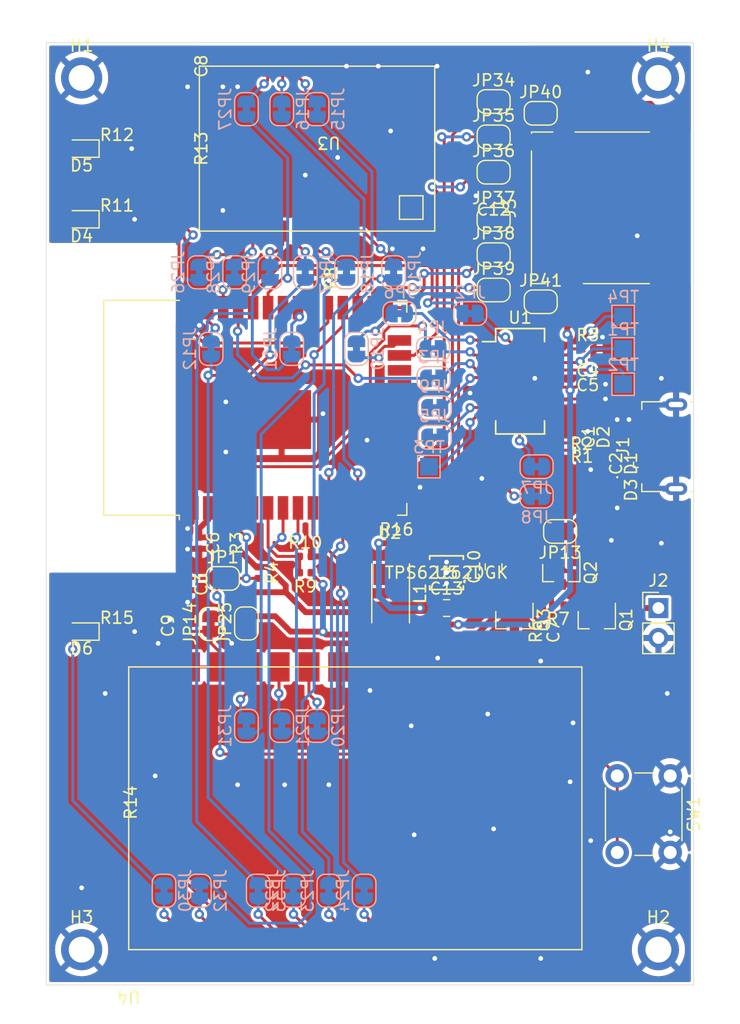
<source format=kicad_pcb>
(kicad_pcb (version 20200119) (host pcbnew "5.99.0-unknown-c7daca1~100~ubuntu18.04.1")
  (layers (0 "F.Cu" signal) (31 "B.Cu" signal) (34 "B.Paste" user) (35 "F.Paste" user) (36 "B.SilkS" user) (37 "F.SilkS" user) (38 "B.Mask" user) (39 "F.Mask" user) (44 "Edge.Cuts" user))
  (net 0 "")
  (net 1 "GND")
  (net 2 "/D+")
  (net 3 "/D-")
  (net 4 "/SW_RESET")
  (net 5 "+3V3")
  (net 6 "/FT_3V3")
  (net 7 "Net-(C7-Pad2)")
  (net 8 "Net-(C9-Pad1)")
  (net 9 "+BATT")
  (net 10 "/VBUS")
  (net 11 "/ESP_LED")
  (net 12 "Net-(D4-Pad1)")
  (net 13 "/LORA1_DIO1")
  (net 14 "Net-(D5-Pad1)")
  (net 15 "/LORA2_DIO1")
  (net 16 "Net-(D6-Pad1)")
  (net 17 "Net-(J3-Pad10)")
  (net 18 "Net-(J3-Pad1)")
  (net 19 "Net-(J3-Pad2)")
  (net 20 "Net-(J3-Pad3)")
  (net 21 "Net-(J3-Pad5)")
  (net 22 "Net-(J3-Pad7)")
  (net 23 "Net-(J3-Pad9)")
  (net 24 "Net-(J3-Pad8)")
  (net 25 "/FT_RTS")
  (net 26 "Net-(JP2-Pad1)")
  (net 27 "/FT_TXD")
  (net 28 "Net-(JP3-Pad1)")
  (net 29 "/FT_RXD")
  (net 30 "Net-(JP4-Pad1)")
  (net 31 "Net-(JP5-Pad1)")
  (net 32 "Net-(JP6-Pad1)")
  (net 33 "/FT_DTR")
  (net 34 "Net-(JP7-Pad1)")
  (net 35 "Net-(JP8-Pad1)")
  (net 36 "Net-(JP9-Pad1)")
  (net 37 "Net-(JP10-Pad1)")
  (net 38 "/VSPI_MISO")
  (net 39 "/LORA1_MISO")
  (net 40 "/VSPI_MOSI")
  (net 41 "/LORA1_MOSI")
  (net 42 "/LORA1_RXEN")
  (net 43 "Net-(JP15-Pad2)")
  (net 44 "/LORA1_TXEN")
  (net 45 "Net-(JP16-Pad2)")
  (net 46 "Net-(JP17-Pad2)")
  (net 47 "/LORA1_SCK")
  (net 48 "Net-(JP18-Pad2)")
  (net 49 "/LORA1_NSS")
  (net 50 "Net-(JP19-Pad2)")
  (net 51 "/LORA2_RXEN")
  (net 52 "Net-(JP20-Pad2)")
  (net 53 "/LORA2_TXEN")
  (net 54 "Net-(JP21-Pad2)")
  (net 55 "Net-(JP22-Pad2)")
  (net 56 "Net-(JP23-Pad2)")
  (net 57 "/LORA2_NSS")
  (net 58 "Net-(JP24-Pad2)")
  (net 59 "Net-(JP26-Pad1)")
  (net 60 "Net-(JP27-Pad1)")
  (net 61 "/LORA1_DIO2")
  (net 62 "Net-(JP28-Pad1)")
  (net 63 "/LORA1_BUSY")
  (net 64 "Net-(JP29-Pad1)")
  (net 65 "Net-(JP30-Pad1)")
  (net 66 "Net-(JP31-Pad1)")
  (net 67 "/LORA2_DIO2")
  (net 68 "Net-(JP32-Pad1)")
  (net 69 "/LORA2_BUSY")
  (net 70 "Net-(JP33-Pad1)")
  (net 71 "/SD_DAT2")
  (net 72 "/SD_DAT3")
  (net 73 "/SD_CMD")
  (net 74 "/SD_CLK")
  (net 75 "/SD_DAT1")
  (net 76 "Net-(L1-Pad1)")
  (net 77 "Net-(Q2-Pad2)")
  (net 78 "Net-(R5-Pad1)")
  (net 79 "/VSPI_CLK")
  (net 80 "Net-(R10-Pad1)")
  (net 81 "Net-(R13-Pad2)")
  (net 82 "Net-(R14-Pad2)")
  (net 83 "Net-(R16-Pad2)")
  (net 84 "Net-(TP1-Pad1)")
  (net 85 "Net-(TP2-Pad1)")
  (net 86 "Net-(TP3-Pad1)")
  (net 87 "/BATT_PROT")
  (net 88 "/BATT_IN")
  (net 89 "Net-(J1-Pad4)")
  (net 90 "/FT_CTS")
  (net 91 "/FT_DSR")
  (net 92 "/FT_DCD")
  (net 93 "/FT_RI")
  (net 94 "/SD_DET_A")
  (net 95 "/SD_DET_B")
  (net 96 "Net-(U2-Pad32)")
  (net 97 "Net-(U2-Pad22)")
  (net 98 "Net-(U2-Pad21)")
  (net 99 "Net-(U2-Pad20)")
  (net 100 "Net-(U2-Pad19)")
  (net 101 "Net-(U2-Pad18)")
  (net 102 "Net-(U2-Pad17)")
  (net 103 "Net-(U2-Pad5)")
  (net 104 "Net-(U2-Pad4)")
  (net 105 "Net-(U3-Pad21)")
  (net 106 "Net-(U4-Pad21)")
  (net 107 "Net-(R1-Pad2)")
  (net 108 "Net-(R2-Pad1)")
  (module "parts:TPS62162DSGT" (layer "F.Cu") (at 44 55 180)
    (fp_text reference "U5" (at 0 0) (layer "F.SilkS"))
    (fp_text value "TPS62162DGK" (at 0 0) (layer "F.SilkS"))
    (fp_line (start 0 0.8) (end 0 0.8) (layer "F.Cu") (width 0.1524))
    (fp_line (start 0 0.8) (end 0 0.8) (layer "F.Cu") (width 0.1524))
    (fp_line (start 0 0.8) (end 0 0.8) (layer "F.Cu") (width 0.1524))
    (fp_line (start 0 0.8) (end 0 0.8) (layer "F.Cu") (width 0.1524))
    (fp_line (start 0 0.8) (end 0 0.8) (layer "F.Cu") (width 0.1524))
    (fp_line (start 0 0.8) (end 0 0.8) (layer "F.Cu") (width 0.1524))
    (fp_line (start 0 0.8) (end 0 0.8) (layer "F.Cu") (width 0.1524))
    (fp_line (start 0 0.8) (end 0 0.8) (layer "F.Cu") (width 0.1524))
    (fp_line (start 0 -0.8) (end 0 -0.8) (layer "F.Cu") (width 0.1524))
    (fp_line (start 0 -0.8) (end 0 -0.8) (layer "F.Cu") (width 0.1524))
    (fp_line (start 0 -0.8) (end 0 -0.8) (layer "F.Cu") (width 0.1524))
    (fp_line (start 0 -0.8) (end 0 -0.8) (layer "F.Cu") (width 0.1524))
    (fp_line (start 0 -0.8) (end 0 -0.8) (layer "F.Cu") (width 0.1524))
    (fp_line (start 0 -0.8) (end 0 -0.8) (layer "F.Cu") (width 0.1524))
    (fp_line (start 0 -0.8) (end 0 -0.8) (layer "F.Cu") (width 0.1524))
    (fp_line (start 0 -0.8) (end 0 -0.8) (layer "F.Cu") (width 0.1524))
    (fp_text user "*" (at 0 0) (layer "F.SilkS"))
    (pad "9" smd rect (at 0 0 180) (size 0.9 1.6) (layers "F.Cu" "F.Paste" "F.Mask") (net 1 "GND"))
    (pad "8" smd rect (at 0.950001 -0.750001 180) (size 0.5 0.28) (layers "F.Cu" "F.Paste" "F.Mask") (net 1 "GND"))
    (pad "7" smd rect (at 0.950001 -0.25 180) (size 0.5 0.28) (layers "F.Cu" "F.Paste" "F.Mask") (net 76 "Net-(L1-Pad1)"))
    (pad "6" smd rect (at 0.950001 0.25 180) (size 0.5 0.28) (layers "F.Cu" "F.Paste" "F.Mask") (net 5 "+3V3"))
    (pad "5" smd rect (at 0.950001 0.750001 180) (size 0.5 0.28) (layers "F.Cu" "F.Paste" "F.Mask") (net 83 "Net-(R16-Pad2)"))
    (pad "4" smd rect (at -0.950001 0.750001 180) (size 0.5 0.28) (layers "F.Cu" "F.Paste" "F.Mask") (net 1 "GND"))
    (pad "3" smd rect (at -0.950001 0.25 180) (size 0.5 0.28) (layers "F.Cu" "F.Paste" "F.Mask") (net 9 "+BATT"))
    (pad "2" smd rect (at -0.950001 -0.25 180) (size 0.5 0.28) (layers "F.Cu" "F.Paste" "F.Mask") (net 9 "+BATT"))
    (pad "1" smd rect (at -0.950001 -0.750001 180) (size 0.5 0.28) (layers "F.Cu" "F.Paste" "F.Mask") (net 1 "GND"))
  )
  (module "Jumper:SolderJumper-2_P1.3mm_Open_RoundedPad1.0x1.5mm" (layer "F.Cu") (at 27 59.309 90)
    (fp_text reference "JP25" (at 0 -1.8 90) (layer "F.SilkS"))
    (fp_text value "SolderJumper_2_Open")
    (pad "2" smd custom (at 0.65 0 90) (size 1 0.5) (layers "F.Cu" "F.Mask") (net 9 "+BATT") (options (clearance outline) (anchor rect)) (primitives (gr_circle (center 0 0.25) (end 0.5 0.25) (width 0)) (gr_circle (center 0 -0.25) (end 0.5 -0.25) (width 0)) (gr_poly (pts (xy 0 -0.75) (xy -0.5 -0.75) (xy -0.5 0.75) (xy 0 0.75)) (width 0))))
    (pad "1" smd custom (at -0.65 0 90) (size 1 0.5) (layers "F.Cu" "F.Mask") (net 8 "Net-(C9-Pad1)") (options (clearance outline) (anchor rect)) (primitives (gr_circle (center 0 0.25) (end 0.5 0.25) (width 0)) (gr_circle (center 0 -0.25) (end 0.5 -0.25) (width 0)) (gr_poly (pts (xy 0 -0.75) (xy 0.5 -0.75) (xy 0.5 0.75) (xy 0 0.75)) (width 0))))
  )
  (module "parts:E22_900T22S" (layer "F.Cu") (at 25 26 180)
    (fp_text reference "U3" (at -9 7.5 180 unlocked) (layer "F.SilkS"))
    (fp_text value "E22-900M22S")
    (pad "11" smd rect (at 0 14 180) (size 0.9 1.8) (layers "F.Cu" "F.Paste" "F.Mask") (net 1 "GND"))
    (pad "19" smd rect (at -8.89 0 180) (size 0.9 1.8) (layers "F.Cu" "F.Paste" "F.Mask") (net 50 "Net-(JP19-Pad2)"))
    (pad "1" smd rect (at -17 14 180) (size 0.9 1.8) (layers "F.Cu" "F.Paste" "F.Mask") (net 1 "GND"))
    (pad "3" smd rect (at -14.46 14 180) (size 0.9 1.8) (layers "F.Cu" "F.Paste" "F.Mask") (net 1 "GND"))
    (pad "2" smd rect (at -15.73 14 180) (size 0.9 1.8) (layers "F.Cu" "F.Paste" "F.Mask") (net 1 "GND"))
    (pad "6" smd rect (at -6.35 14 180) (size 0.9 1.8) (layers "F.Cu" "F.Paste" "F.Mask") (net 43 "Net-(JP15-Pad2)"))
    (pad "10" smd rect (at -1.27 14 180) (size 0.9 1.8) (layers "F.Cu" "F.Paste" "F.Mask") (net 1 "GND"))
    (pad "9" smd rect (at -2.54 14 180) (size 0.9 1.8) (layers "F.Cu" "F.Paste" "F.Mask") (net 5 "+3V3"))
    (pad "5" smd rect (at -7.62 14 180) (size 0.9 1.8) (layers "F.Cu" "F.Paste" "F.Mask") (net 1 "GND"))
    (pad "4" smd rect (at -8.89 14 180) (size 0.9 1.8) (layers "F.Cu" "F.Paste" "F.Mask") (net 1 "GND"))
    (pad "8" smd rect (at -3.81 14 180) (size 0.9 1.8) (layers "F.Cu" "F.Paste" "F.Mask") (net 60 "Net-(JP27-Pad1)"))
    (pad "7" smd rect (at -5.08 14 180) (size 0.9 1.8) (layers "F.Cu" "F.Paste" "F.Mask") (net 45 "Net-(JP16-Pad2)"))
    (pad "20" smd rect (at -14.46 0 180) (size 0.9 1.8) (layers "F.Cu" "F.Paste" "F.Mask") (net 1 "GND"))
    (pad "21" smd rect (at -15.73 0 180) (size 0.9 1.8) (layers "F.Cu" "F.Paste" "F.Mask") (net 105 "Net-(U3-Pad21)"))
    (pad "22" smd rect (at -17 0 180) (size 0.9 1.8) (layers "F.Cu" "F.Paste" "F.Mask") (net 1 "GND"))
    (pad "18" smd rect (at -7.62 0 180) (size 0.9 1.8) (layers "F.Cu" "F.Paste" "F.Mask") (net 48 "Net-(JP18-Pad2)"))
    (pad "17" smd rect (at -6.35 0 180) (size 0.9 1.8) (layers "F.Cu" "F.Paste" "F.Mask") (net 46 "Net-(JP17-Pad2)"))
    (pad "16" smd rect (at -5.08 0 180) (size 0.9 1.8) (layers "F.Cu" "F.Paste" "F.Mask") (net 64 "Net-(JP29-Pad1)"))
    (pad "15" smd rect (at -3.81 0 180) (size 0.9 1.8) (layers "F.Cu" "F.Paste" "F.Mask") (net 81 "Net-(R13-Pad2)"))
    (pad "14" smd rect (at -2.54 0 180) (size 0.9 1.8) (layers "F.Cu" "F.Paste" "F.Mask") (net 62 "Net-(JP28-Pad1)"))
    (pad "13" smd rect (at -1.27 0 180) (size 0.9 1.8) (layers "F.Cu" "F.Paste" "F.Mask") (net 59 "Net-(JP26-Pad1)"))
    (pad "12" smd rect (at 0 0 180) (size 0.9 1.8) (layers "F.Cu" "F.Paste" "F.Mask") (net 1 "GND"))
  )
  (module "Button_Switch_THT:SW_PUSH_6mm" (layer "F.Cu") (at 63 72.25 -90)
    (fp_text reference "SW1" (at 3.25 -2 90) (layer "F.SilkS"))
    (fp_text value "SW_Push-Std")
    (pad "1" thru_hole circle (at 6.5 0) (size 2 2) (drill 1.1) (layers *.Cu *.Mask) (net 1 "GND"))
    (pad "2" thru_hole circle (at 6.5 4.5) (size 2 2) (drill 1.1) (layers *.Cu *.Mask) (net 4 "/SW_RESET"))
    (pad "1" thru_hole circle (at 0 0) (size 2 2) (drill 1.1) (layers *.Cu *.Mask) (net 1 "GND"))
    (pad "2" thru_hole circle (at 0 4.5) (size 2 2) (drill 1.1) (layers *.Cu *.Mask) (net 4 "/SW_RESET"))
  )
  (module "parts:microSD_HC_Hirose_DM3D-SF" (layer "F.Cu") (at 57 24.025 90)
    (fp_text reference "J3" (at -0.025 -7.625 90) (layer "F.SilkS"))
    (fp_text value "Micro_SD_Card_Det_Hirose_DM3AT")
    (pad "8" smd rect (at -4.525 5.35 90) (size 0.7 2.5) (layers "F.Cu" "F.Paste" "F.Mask") (net 24 "Net-(J3-Pad8)"))
    (pad "11" smd rect (at -5.725 5.225 90) (size 1.3 1.5) (layers "F.Cu" "F.Paste" "F.Mask") (net 1 "GND"))
    (pad "11" smd rect (at -5.975 -2.375 90) (size 0.8 1.5) (layers "F.Cu" "F.Paste" "F.Mask") (net 1 "GND"))
    (pad "9" smd rect (at -5.65 -3.875 90) (size 1.45 1) (layers "F.Cu" "F.Paste" "F.Mask") (net 23 "Net-(J3-Pad9)"))
    (pad "11" smd rect (at 5.975 -3.025 90) (size 0.8 1.4) (layers "F.Cu" "F.Paste" "F.Mask") (net 1 "GND"))
    (pad "7" smd rect (at -3.425 5.35 90) (size 0.7 2.5) (layers "F.Cu" "F.Paste" "F.Mask") (net 22 "Net-(J3-Pad7)"))
    (pad "6" smd rect (at -2.325 5.35 90) (size 0.7 2.5) (layers "F.Cu" "F.Paste" "F.Mask") (net 1 "GND"))
    (pad "5" smd rect (at -1.225 5.35 90) (size 0.7 2.5) (layers "F.Cu" "F.Paste" "F.Mask") (net 21 "Net-(J3-Pad5)"))
    (pad "4" smd rect (at -0.125 5.35 90) (size 0.7 2.5) (layers "F.Cu" "F.Paste" "F.Mask") (net 5 "+3V3"))
    (pad "3" smd rect (at 0.975 5.35 90) (size 0.7 2.5) (layers "F.Cu" "F.Paste" "F.Mask") (net 20 "Net-(J3-Pad3)"))
    (pad "2" smd rect (at 2.075 5.35 90) (size 0.7 2.5) (layers "F.Cu" "F.Paste" "F.Mask") (net 19 "Net-(J3-Pad2)"))
    (pad "1" smd rect (at 3.175 5.35 90) (size 0.7 2.5) (layers "F.Cu" "F.Paste" "F.Mask") (net 18 "Net-(J3-Pad1)"))
    (pad "11" smd rect (at 5.625 5.225 90) (size 1.5 1.5) (layers "F.Cu" "F.Paste" "F.Mask") (net 1 "GND"))
    (pad "10" smd rect (at 5.575 -5.45 90) (size 1 1.55) (layers "F.Cu" "F.Paste" "F.Mask") (net 17 "Net-(J3-Pad10)"))
  )
  (module "parts:USB_Micro-B_GCT_USB3076-30-A_handsolder" (layer "F.Cu") (at 62.3 44.3 90)
    (fp_text reference "J1" (at 0 -3.3 90) (layer "F.SilkS"))
    (fp_text value "USB_B_Micro")
    (pad "6" smd rect (at 1.125 1.2 90) (size 1.75 1.9) (layers "F.Cu" "F.Paste" "F.Mask") (net 1 "GND"))
    (pad "2" smd rect (at -0.65 -1.75 90) (size 0.4 2) (layers "F.Cu" "F.Paste" "F.Mask") (net 3 "/D-"))
    (pad "1" smd rect (at -1.3 -1.75 90) (size 0.4 2) (layers "F.Cu" "F.Paste" "F.Mask") (net 10 "/VBUS"))
    (pad "5" smd rect (at 1.3 -1.75 90) (size 0.4 2) (layers "F.Cu" "F.Paste" "F.Mask") (net 1 "GND"))
    (pad "4" smd rect (at 0.65 -1.75 90) (size 0.4 2) (layers "F.Cu" "F.Paste" "F.Mask") (net 89 "Net-(J1-Pad4)"))
    (pad "3" smd rect (at 0 -1.75 90) (size 0.4 2) (layers "F.Cu" "F.Paste" "F.Mask") (net 2 "/D+"))
    (pad "6" smd rect (at -1.125 1.2 90) (size 1.75 1.9) (layers "F.Cu" "F.Paste" "F.Mask") (net 1 "GND"))
    (pad "6" thru_hole oval (at -3.575 1.2 270) (size 1.05 1.9) (drill oval 0.45 1.25) (layers *.Cu *.Mask) (net 1 "GND"))
    (pad "6" thru_hole oval (at 3.575 1.2 90) (size 1.05 1.9) (drill oval 0.45 1.25) (layers *.Cu *.Mask) (net 1 "GND"))
    (pad "6" smd rect (at 2.32 -1.03 90) (size 1.15 1.45) (layers "F.Cu" "F.Paste" "F.Mask") (net 1 "GND"))
    (pad "6" smd rect (at -2.32 -1.03 90) (size 1.15 1.45) (layers "F.Cu" "F.Paste" "F.Mask") (net 1 "GND"))
  )
  (module "MountingHole:MountingHole_2.2mm_M2_ISO7380_Pad" (layer "F.Cu") (at 62 13)
    (fp_text reference "H4" (at 0 -2.75) (layer "F.SilkS"))
    (fp_text value "MountingHole_Pad")
    (pad "1" thru_hole circle (at 0 0) (size 3.5 3.5) (drill 2.2) (layers *.Cu *.Mask) (net 1 "GND"))
  )
  (module "MountingHole:MountingHole_2.2mm_M2_ISO7380_Pad" (layer "F.Cu") (at 13 87)
    (fp_text reference "H3" (at 0 -2.75) (layer "F.SilkS"))
    (fp_text value "MountingHole_Pad")
    (pad "1" thru_hole circle (at 0 0) (size 3.5 3.5) (drill 2.2) (layers *.Cu *.Mask) (net 1 "GND"))
  )
  (module "MountingHole:MountingHole_2.2mm_M2_ISO7380_Pad" (layer "F.Cu") (at 62 87)
    (fp_text reference "H2" (at 0 -2.75) (layer "F.SilkS"))
    (fp_text value "MountingHole_Pad")
    (pad "1" thru_hole circle (at 0 0) (size 3.5 3.5) (drill 2.2) (layers *.Cu *.Mask) (net 1 "GND"))
  )
  (module "MountingHole:MountingHole_2.2mm_M2_ISO7380_Pad" (layer "F.Cu") (at 13 13)
    (fp_text reference "H1" (at 0 -2.75) (layer "F.SilkS"))
    (fp_text value "MountingHole_Pad")
    (pad "1" thru_hole circle (at 0 0) (size 3.5 3.5) (drill 2.2) (layers *.Cu *.Mask) (net 1 "GND"))
  )
  (module "parts:E22-900M30S" (layer "F.Cu") (at 17 87 180)
    (fp_text reference "U4" (at 0 -4 180 unlocked) (layer "F.SilkS"))
    (fp_text value "E22-900M30S")
    (pad "11" smd rect (at -2.61 24 180) (size 1.8 2.5) (layers "F.Cu" "F.Paste" "F.Mask") (net 1 "GND"))
    (pad "2" smd rect (at -30.5 24 180) (size 1.8 2.5) (layers "F.Cu" "F.Paste" "F.Mask") (net 1 "GND"))
    (pad "8" smd rect (at -10.23 24 180) (size 1.8 2.5) (layers "F.Cu" "F.Paste" "F.Mask") (net 66 "Net-(JP31-Pad1)"))
    (pad "3" smd rect (at -27.96 24 180) (size 1.8 2.5) (layers "F.Cu" "F.Paste" "F.Mask") (net 1 "GND"))
    (pad "1" smd rect (at -33.04 24 180) (size 1.8 2.5) (layers "F.Cu" "F.Paste" "F.Mask") (net 1 "GND"))
    (pad "5" smd rect (at -17.85 24 180) (size 1.8 2.5) (layers "F.Cu" "F.Paste" "F.Mask") (net 1 "GND"))
    (pad "10" smd rect (at -5.15 24 180) (size 1.8 2.5) (layers "F.Cu" "F.Paste" "F.Mask") (net 8 "Net-(C9-Pad1)"))
    (pad "9" smd rect (at -7.69 24 180) (size 1.8 2.5) (layers "F.Cu" "F.Paste" "F.Mask") (net 8 "Net-(C9-Pad1)"))
    (pad "4" smd rect (at -20.39 24 180) (size 1.8 2.5) (layers "F.Cu" "F.Paste" "F.Mask") (net 1 "GND"))
    (pad "6" smd rect (at -15.31 24 180) (size 1.8 2.5) (layers "F.Cu" "F.Paste" "F.Mask") (net 52 "Net-(JP20-Pad2)"))
    (pad "7" smd rect (at -12.77 24 180) (size 1.8 2.5) (layers "F.Cu" "F.Paste" "F.Mask") (net 54 "Net-(JP21-Pad2)"))
    (pad "20" smd rect (at -27.96 0 180) (size 1.8 2.5) (layers "F.Cu" "F.Paste" "F.Mask") (net 1 "GND"))
    (pad "21" smd rect (at -30.5 0 180) (size 1.8 2.5) (layers "F.Cu" "F.Paste" "F.Mask") (net 106 "Net-(U4-Pad21)"))
    (pad "22" smd rect (at -33.04 0 180) (size 1.8 2.5) (layers "F.Cu" "F.Paste" "F.Mask") (net 1 "GND"))
    (pad "19" smd rect (at -20.39 0 180) (size 1.8 2.5) (layers "F.Cu" "F.Paste" "F.Mask") (net 58 "Net-(JP24-Pad2)"))
    (pad "18" smd rect (at -17.85 0 180) (size 1.8 2.5) (layers "F.Cu" "F.Paste" "F.Mask") (net 56 "Net-(JP23-Pad2)"))
    (pad "17" smd rect (at -15.31 0 180) (size 1.8 2.5) (layers "F.Cu" "F.Paste" "F.Mask") (net 55 "Net-(JP22-Pad2)"))
    (pad "16" smd rect (at -12.77 0 180) (size 1.8 2.5) (layers "F.Cu" "F.Paste" "F.Mask") (net 70 "Net-(JP33-Pad1)"))
    (pad "15" smd rect (at -10.23 0 180) (size 1.8 2.5) (layers "F.Cu" "F.Paste" "F.Mask") (net 82 "Net-(R14-Pad2)"))
    (pad "14" smd rect (at -7.69 0 180) (size 1.8 2.5) (layers "F.Cu" "F.Paste" "F.Mask") (net 68 "Net-(JP32-Pad1)"))
    (pad "13" smd rect (at -5.15 0 180) (size 1.8 2.5) (layers "F.Cu" "F.Paste" "F.Mask") (net 65 "Net-(JP30-Pad1)"))
    (pad "12" smd rect (at -2.61 0 180) (size 1.8 2.5) (layers "F.Cu" "F.Paste" "F.Mask") (net 1 "GND"))
  )
  (module "RF_Module:ESP32-WROOM-32" (layer "F.Cu") (at 30.745 41 90)
    (fp_text reference "U2" (at -10.61 8.43) (layer "F.SilkS"))
    (fp_text value "ESP32-WROOM-32D")
    (pad "38" smd rect (at 8.5 -8.255 90) (size 2 0.9) (layers "F.Cu" "F.Paste" "F.Mask") (net 1 "GND"))
    (pad "37" smd rect (at 8.5 -6.985 90) (size 2 0.9) (layers "F.Cu" "F.Paste" "F.Mask") (net 40 "/VSPI_MOSI"))
    (pad "36" smd rect (at 8.5 -5.715 90) (size 2 0.9) (layers "F.Cu" "F.Paste" "F.Mask") (net 63 "/LORA1_BUSY"))
    (pad "35" smd rect (at 8.5 -4.445 90) (size 2 0.9) (layers "F.Cu" "F.Paste" "F.Mask") (net 29 "/FT_RXD"))
    (pad "34" smd rect (at 8.5 -3.175 90) (size 2 0.9) (layers "F.Cu" "F.Paste" "F.Mask") (net 27 "/FT_TXD"))
    (pad "33" smd rect (at 8.5 -1.905 90) (size 2 0.9) (layers "F.Cu" "F.Paste" "F.Mask") (net 61 "/LORA1_DIO2"))
    (pad "32" smd rect (at 8.5 -0.635 90) (size 2 0.9) (layers "F.Cu" "F.Paste" "F.Mask") (net 96 "Net-(U2-Pad32)"))
    (pad "31" smd rect (at 8.5 0.635 90) (size 2 0.9) (layers "F.Cu" "F.Paste" "F.Mask") (net 38 "/VSPI_MISO"))
    (pad "30" smd rect (at 8.5 1.905 90) (size 2 0.9) (layers "F.Cu" "F.Paste" "F.Mask") (net 79 "/VSPI_CLK"))
    (pad "29" smd rect (at 8.5 3.175 90) (size 2 0.9) (layers "F.Cu" "F.Paste" "F.Mask") (net 11 "/ESP_LED"))
    (pad "28" smd rect (at 8.5 4.445 90) (size 2 0.9) (layers "F.Cu" "F.Paste" "F.Mask") (net 67 "/LORA2_DIO2"))
    (pad "27" smd rect (at 8.5 5.715 90) (size 2 0.9) (layers "F.Cu" "F.Paste" "F.Mask") (net 49 "/LORA1_NSS"))
    (pad "26" smd rect (at 8.5 6.985 90) (size 2 0.9) (layers "F.Cu" "F.Paste" "F.Mask") (net 75 "/SD_DAT1"))
    (pad "25" smd rect (at 8.5 8.255 90) (size 2 0.9) (layers "F.Cu" "F.Paste" "F.Mask") (net 33 "/FT_DTR"))
    (pad "24" smd rect (at 5.715 9.255 180) (size 2 0.9) (layers "F.Cu" "F.Paste" "F.Mask") (net 37 "Net-(JP10-Pad1)"))
    (pad "23" smd rect (at 4.445 9.255 180) (size 2 0.9) (layers "F.Cu" "F.Paste" "F.Mask") (net 73 "/SD_CMD"))
    (pad "22" smd rect (at 3.175 9.255 180) (size 2 0.9) (layers "F.Cu" "F.Paste" "F.Mask") (net 97 "Net-(U2-Pad22)"))
    (pad "21" smd rect (at 1.905 9.255 180) (size 2 0.9) (layers "F.Cu" "F.Paste" "F.Mask") (net 98 "Net-(U2-Pad21)"))
    (pad "20" smd rect (at 0.635 9.255 180) (size 2 0.9) (layers "F.Cu" "F.Paste" "F.Mask") (net 99 "Net-(U2-Pad20)"))
    (pad "19" smd rect (at -0.635 9.255 180) (size 2 0.9) (layers "F.Cu" "F.Paste" "F.Mask") (net 100 "Net-(U2-Pad19)"))
    (pad "18" smd rect (at -1.905 9.255 180) (size 2 0.9) (layers "F.Cu" "F.Paste" "F.Mask") (net 101 "Net-(U2-Pad18)"))
    (pad "17" smd rect (at -3.175 9.255 180) (size 2 0.9) (layers "F.Cu" "F.Paste" "F.Mask") (net 102 "Net-(U2-Pad17)"))
    (pad "16" smd rect (at -4.445 9.255 180) (size 2 0.9) (layers "F.Cu" "F.Paste" "F.Mask") (net 72 "/SD_DAT3"))
    (pad "15" smd rect (at -5.715 9.255 180) (size 2 0.9) (layers "F.Cu" "F.Paste" "F.Mask") (net 1 "GND"))
    (pad "14" smd rect (at -8.5 8.255 90) (size 2 0.9) (layers "F.Cu" "F.Paste" "F.Mask") (net 71 "/SD_DAT2"))
    (pad "13" smd rect (at -8.5 6.985 90) (size 2 0.9) (layers "F.Cu" "F.Paste" "F.Mask") (net 74 "/SD_CLK"))
    (pad "12" smd rect (at -8.5 5.715 90) (size 2 0.9) (layers "F.Cu" "F.Paste" "F.Mask") (net 42 "/LORA1_RXEN"))
    (pad "11" smd rect (at -8.5 4.445 90) (size 2 0.9) (layers "F.Cu" "F.Paste" "F.Mask") (net 51 "/LORA2_RXEN"))
    (pad "10" smd rect (at -8.5 3.175 90) (size 2 0.9) (layers "F.Cu" "F.Paste" "F.Mask") (net 44 "/LORA1_TXEN"))
    (pad "9" smd rect (at -8.5 1.905 90) (size 2 0.9) (layers "F.Cu" "F.Paste" "F.Mask") (net 57 "/LORA2_NSS"))
    (pad "8" smd rect (at -8.5 0.635 90) (size 2 0.9) (layers "F.Cu" "F.Paste" "F.Mask") (net 53 "/LORA2_TXEN"))
    (pad "7" smd rect (at -8.5 -0.635 90) (size 2 0.9) (layers "F.Cu" "F.Paste" "F.Mask") (net 69 "/LORA2_BUSY"))
    (pad "6" smd rect (at -8.5 -1.905 90) (size 2 0.9) (layers "F.Cu" "F.Paste" "F.Mask") (net 80 "Net-(R10-Pad1)"))
    (pad "5" smd rect (at -8.5 -3.175 90) (size 2 0.9) (layers "F.Cu" "F.Paste" "F.Mask") (net 103 "Net-(U2-Pad5)"))
    (pad "4" smd rect (at -8.5 -4.445 90) (size 2 0.9) (layers "F.Cu" "F.Paste" "F.Mask") (net 104 "Net-(U2-Pad4)"))
    (pad "3" smd rect (at -8.5 -5.715 90) (size 2 0.9) (layers "F.Cu" "F.Paste" "F.Mask") (net 25 "/FT_RTS"))
    (pad "2" smd rect (at -8.5 -6.985 90) (size 2 0.9) (layers "F.Cu" "F.Paste" "F.Mask") (net 5 "+3V3"))
    (pad "1" smd rect (at -8.5 -8.255 90) (size 2 0.9) (layers "F.Cu" "F.Paste" "F.Mask") (net 1 "GND"))
    (pad "39" smd rect (at -1 -0.755 90) (size 5 5) (layers "F.Cu" "F.Paste" "F.Mask") (net 1 "GND"))
  )
  (module "Package_SO:SSOP-20_3.9x8.7mm_P0.635mm" (layer "F.Cu") (at 50.25 38.75)
    (fp_text reference "U1" (at 0 -5.4) (layer "F.SilkS"))
    (fp_text value "FT231XS")
    (pad "20" smd rect (at 2.6 -2.8575) (size 1.2 0.4) (layers "F.Cu" "F.Paste" "F.Mask") (net 26 "Net-(JP2-Pad1)"))
    (pad "19" smd rect (at 2.6 -2.2225) (size 1.2 0.4) (layers "F.Cu" "F.Paste" "F.Mask") (net 78 "Net-(R5-Pad1)"))
    (pad "18" smd rect (at 2.6 -1.5875) (size 1.2 0.4) (layers "F.Cu" "F.Paste" "F.Mask") (net 84 "Net-(TP1-Pad1)"))
    (pad "17" smd rect (at 2.6 -0.9525) (size 1.2 0.4) (layers "F.Cu" "F.Paste" "F.Mask") (net 85 "Net-(TP2-Pad1)"))
    (pad "16" smd rect (at 2.6 -0.3175) (size 1.2 0.4) (layers "F.Cu" "F.Paste" "F.Mask") (net 1 "GND"))
    (pad "15" smd rect (at 2.6 0.3175) (size 1.2 0.4) (layers "F.Cu" "F.Paste" "F.Mask") (net 5 "+3V3"))
    (pad "14" smd rect (at 2.6 0.9525) (size 1.2 0.4) (layers "F.Cu" "F.Paste" "F.Mask") (net 6 "/FT_3V3"))
    (pad "13" smd rect (at 2.6 1.5875) (size 1.2 0.4) (layers "F.Cu" "F.Paste" "F.Mask") (net 6 "/FT_3V3"))
    (pad "12" smd rect (at 2.6 2.2225) (size 1.2 0.4) (layers "F.Cu" "F.Paste" "F.Mask") (net 108 "Net-(R2-Pad1)"))
    (pad "11" smd rect (at 2.6 2.8575) (size 1.2 0.4) (layers "F.Cu" "F.Paste" "F.Mask") (net 107 "Net-(R1-Pad2)"))
    (pad "10" smd rect (at -2.6 2.8575) (size 1.2 0.4) (layers "F.Cu" "F.Paste" "F.Mask") (net 86 "Net-(TP3-Pad1)"))
    (pad "9" smd rect (at -2.6 2.2225) (size 1.2 0.4) (layers "F.Cu" "F.Paste" "F.Mask") (net 31 "Net-(JP5-Pad1)"))
    (pad "8" smd rect (at -2.6 1.5875) (size 1.2 0.4) (layers "F.Cu" "F.Paste" "F.Mask") (net 35 "Net-(JP8-Pad1)"))
    (pad "7" smd rect (at -2.6 0.9525) (size 1.2 0.4) (layers "F.Cu" "F.Paste" "F.Mask") (net 34 "Net-(JP7-Pad1)"))
    (pad "6" smd rect (at -2.6 0.3175) (size 1.2 0.4) (layers "F.Cu" "F.Paste" "F.Mask") (net 1 "GND"))
    (pad "5" smd rect (at -2.6 -0.3175) (size 1.2 0.4) (layers "F.Cu" "F.Paste" "F.Mask") (net 36 "Net-(JP9-Pad1)"))
    (pad "4" smd rect (at -2.6 -0.9525) (size 1.2 0.4) (layers "F.Cu" "F.Paste" "F.Mask") (net 28 "Net-(JP3-Pad1)"))
    (pad "3" smd rect (at -2.6 -1.5875) (size 1.2 0.4) (layers "F.Cu" "F.Paste" "F.Mask") (net 6 "/FT_3V3"))
    (pad "2" smd rect (at -2.6 -2.2225) (size 1.2 0.4) (layers "F.Cu" "F.Paste" "F.Mask") (net 30 "Net-(JP4-Pad1)"))
    (pad "1" smd rect (at -2.6 -2.8575) (size 1.2 0.4) (layers "F.Cu" "F.Paste" "F.Mask") (net 32 "Net-(JP6-Pad1)"))
  )
  (module "TestPoint:TestPoint_Pad_1.5x1.5mm" (layer "B.Cu") (at 59 33.25 180)
    (fp_text reference "TP4" (at 0 1.648) (layer "B.SilkS") (effects (justify mirror)))
    (fp_text value "TestPoint")
    (pad "1" smd rect (at 0 0 180) (size 1.5 1.5) (layers "B.Cu" "B.Mask") (net 78 "Net-(R5-Pad1)"))
  )
  (module "TestPoint:TestPoint_Pad_1.5x1.5mm" (layer "B.Cu") (at 42.5 46 180)
    (fp_text reference "TP3" (at 0 1.648) (layer "B.SilkS") (effects (justify mirror)))
    (fp_text value "TestPoint")
    (pad "1" smd rect (at 0 0 180) (size 1.5 1.5) (layers "B.Cu" "B.Mask") (net 86 "Net-(TP3-Pad1)"))
  )
  (module "TestPoint:TestPoint_Pad_1.5x1.5mm" (layer "B.Cu") (at 59 39 180)
    (fp_text reference "TP2" (at 0 1.648) (layer "B.SilkS") (effects (justify mirror)))
    (fp_text value "TestPoint")
    (pad "1" smd rect (at 0 0 180) (size 1.5 1.5) (layers "B.Cu" "B.Mask") (net 85 "Net-(TP2-Pad1)"))
  )
  (module "TestPoint:TestPoint_Pad_1.5x1.5mm" (layer "B.Cu") (at 59 36 180)
    (fp_text reference "TP1" (at 0 1.648) (layer "B.SilkS") (effects (justify mirror)))
    (fp_text value "TestPoint")
    (pad "1" smd rect (at 0 0 180) (size 1.5 1.5) (layers "B.Cu" "B.Mask") (net 84 "Net-(TP1-Pad1)"))
  )
  (module "Resistor_SMD:R_0402_1005Metric" (layer "F.Cu") (at 39.75 52.5)
    (fp_text reference "R16" (at 0 -1.17) (layer "F.SilkS"))
    (fp_text value "100K")
    (pad "2" smd roundrect (at 0.485 0) (size 0.59 0.64) (layers "F.Cu" "F.Paste" "F.Mask") (net 83 "Net-(R16-Pad2)"))
    (pad "1" smd roundrect (at -0.485 0) (size 0.59 0.64) (layers "F.Cu" "F.Paste" "F.Mask") (net 5 "+3V3"))
  )
  (module "Resistor_SMD:R_0402_1005Metric" (layer "F.Cu") (at 16 60)
    (fp_text reference "R15" (at 0 -1.17) (layer "F.SilkS"))
    (fp_text value "10K")
    (pad "2" smd roundrect (at 0.485 0) (size 0.59 0.64) (layers "F.Cu" "F.Paste" "F.Mask") (net 1 "GND"))
    (pad "1" smd roundrect (at -0.485 0) (size 0.59 0.64) (layers "F.Cu" "F.Paste" "F.Mask") (net 16 "Net-(D6-Pad1)"))
  )
  (module "Resistor_SMD:R_0402_1005Metric" (layer "F.Cu") (at 16 74.515 -90)
    (fp_text reference "R14" (at 0 -1.17 90) (layer "F.SilkS"))
    (fp_text value "NC")
    (pad "2" smd roundrect (at 0.485 0 270) (size 0.59 0.64) (layers "F.Cu" "F.Paste" "F.Mask") (net 82 "Net-(R14-Pad2)"))
    (pad "1" smd roundrect (at -0.485 0 270) (size 0.59 0.64) (layers "F.Cu" "F.Paste" "F.Mask") (net 8 "Net-(C9-Pad1)"))
  )
  (module "Resistor_SMD:R_0402_1005Metric" (layer "F.Cu") (at 22 19 -90)
    (fp_text reference "R13" (at 0 -1.17 90) (layer "F.SilkS"))
    (fp_text value "NC")
    (pad "2" smd roundrect (at 0.485 0 270) (size 0.59 0.64) (layers "F.Cu" "F.Paste" "F.Mask") (net 81 "Net-(R13-Pad2)"))
    (pad "1" smd roundrect (at -0.485 0 270) (size 0.59 0.64) (layers "F.Cu" "F.Paste" "F.Mask") (net 5 "+3V3"))
  )
  (module "Resistor_SMD:R_0402_1005Metric" (layer "F.Cu") (at 16 19)
    (fp_text reference "R12" (at 0 -1.17) (layer "F.SilkS"))
    (fp_text value "10K")
    (pad "2" smd roundrect (at 0.485 0) (size 0.59 0.64) (layers "F.Cu" "F.Paste" "F.Mask") (net 1 "GND"))
    (pad "1" smd roundrect (at -0.485 0) (size 0.59 0.64) (layers "F.Cu" "F.Paste" "F.Mask") (net 14 "Net-(D5-Pad1)"))
  )
  (module "Resistor_SMD:R_0402_1005Metric" (layer "F.Cu") (at 16 25)
    (fp_text reference "R11" (at 0 -1.17) (layer "F.SilkS"))
    (fp_text value "10K")
    (pad "2" smd roundrect (at 0.485 0) (size 0.59 0.64) (layers "F.Cu" "F.Paste" "F.Mask") (net 1 "GND"))
    (pad "1" smd roundrect (at -0.485 0) (size 0.59 0.64) (layers "F.Cu" "F.Paste" "F.Mask") (net 12 "Net-(D4-Pad1)"))
  )
  (module "Resistor_SMD:R_0402_1005Metric" (layer "F.Cu") (at 32 53.61673)
    (fp_text reference "R10" (at 0 -1.17) (layer "F.SilkS"))
    (fp_text value "10K")
    (pad "2" smd roundrect (at 0.485 0) (size 0.59 0.64) (layers "F.Cu" "F.Paste" "F.Mask") (net 1 "GND"))
    (pad "1" smd roundrect (at -0.485 0) (size 0.59 0.64) (layers "F.Cu" "F.Paste" "F.Mask") (net 80 "Net-(R10-Pad1)"))
  )
  (module "Resistor_SMD:R_0402_1005Metric" (layer "F.Cu") (at 32 55 180)
    (fp_text reference "R9" (at 0 -1.17) (layer "F.SilkS"))
    (fp_text value "10K")
    (pad "2" smd roundrect (at 0.485 0 180) (size 0.59 0.64) (layers "F.Cu" "F.Paste" "F.Mask") (net 80 "Net-(R10-Pad1)"))
    (pad "1" smd roundrect (at -0.485 0 180) (size 0.59 0.64) (layers "F.Cu" "F.Paste" "F.Mask") (net 9 "+BATT"))
  )
  (module "Resistor_SMD:R_0402_1005Metric" (layer "F.Cu") (at 33 30 -90)
    (fp_text reference "R8" (at 0 -1.17 -270) (layer "F.SilkS"))
    (fp_text value "0")
    (pad "2" smd roundrect (at 0.485 0 270) (size 0.59 0.64) (layers "F.Cu" "F.Paste" "F.Mask") (net 79 "/VSPI_CLK"))
    (pad "1" smd roundrect (at -0.485 0 270) (size 0.59 0.64) (layers "F.Cu" "F.Paste" "F.Mask") (net 47 "/LORA1_SCK"))
  )
  (module "Resistor_SMD:R_0402_1005Metric" (layer "F.Cu") (at 53.485 57.75 180)
    (fp_text reference "R7" (at 0 -1.17) (layer "F.SilkS"))
    (fp_text value "1K")
    (pad "2" smd roundrect (at 0.485 0 180) (size 0.59 0.64) (layers "F.Cu" "F.Paste" "F.Mask") (net 77 "Net-(Q2-Pad2)"))
    (pad "1" smd roundrect (at -0.485 0 180) (size 0.59 0.64) (layers "F.Cu" "F.Paste" "F.Mask") (net 7 "Net-(C7-Pad2)"))
  )
  (module "Resistor_SMD:R_0402_1005Metric" (layer "F.Cu") (at 52.75 60 90)
    (fp_text reference "R6" (at 0 -1.17 90) (layer "F.SilkS"))
    (fp_text value "1K")
    (pad "2" smd roundrect (at 0.485 0 90) (size 0.59 0.64) (layers "F.Cu" "F.Paste" "F.Mask") (net 7 "Net-(C7-Pad2)"))
    (pad "1" smd roundrect (at -0.485 0 90) (size 0.59 0.64) (layers "F.Cu" "F.Paste" "F.Mask") (net 87 "/BATT_PROT"))
  )
  (module "Resistor_SMD:R_0402_1005Metric" (layer "F.Cu") (at 56 36)
    (fp_text reference "R5" (at 0 -1.17) (layer "F.SilkS"))
    (fp_text value "0")
    (pad "2" smd roundrect (at 0.485 0) (size 0.59 0.64) (layers "F.Cu" "F.Paste" "F.Mask") (net 1 "GND"))
    (pad "1" smd roundrect (at -0.485 0) (size 0.59 0.64) (layers "F.Cu" "F.Paste" "F.Mask") (net 78 "Net-(R5-Pad1)"))
  )
  (module "Resistor_SMD:R_0402_1005Metric" (layer "F.Cu") (at 28 55 -90)
    (fp_text reference "R4" (at 0 -1.17 90) (layer "F.SilkS"))
    (fp_text value "10K")
    (pad "2" smd roundrect (at 0.485 0 270) (size 0.59 0.64) (layers "F.Cu" "F.Paste" "F.Mask") (net 25 "/FT_RTS"))
    (pad "1" smd roundrect (at -0.485 0 270) (size 0.59 0.64) (layers "F.Cu" "F.Paste" "F.Mask") (net 5 "+3V3"))
  )
  (module "Resistor_SMD:R_0402_1005Metric" (layer "F.Cu") (at 25 52.485 -90)
    (fp_text reference "R3" (at 0 -1.17 90) (layer "F.SilkS"))
    (fp_text value "10K")
    (pad "2" smd roundrect (at 0.485 0 270) (size 0.59 0.64) (layers "F.Cu" "F.Paste" "F.Mask") (net 4 "/SW_RESET"))
    (pad "1" smd roundrect (at -0.485 0 270) (size 0.59 0.64) (layers "F.Cu" "F.Paste" "F.Mask") (net 5 "+3V3"))
  )
  (module "Resistor_SMD:R_0402_1005Metric" (layer "F.Cu") (at 55.485 45.235)
    (fp_text reference "R2" (at 0 -1.17) (layer "F.SilkS"))
    (fp_text value "27")
    (pad "2" smd roundrect (at 0.485 0) (size 0.59 0.64) (layers "F.Cu" "F.Paste" "F.Mask") (net 3 "/D-"))
    (pad "1" smd roundrect (at -0.485 0) (size 0.59 0.64) (layers "F.Cu" "F.Paste" "F.Mask") (net 108 "Net-(R2-Pad1)"))
  )
  (module "Resistor_SMD:R_0402_1005Metric" (layer "F.Cu") (at 55.5 43.985 180)
    (fp_text reference "R1" (at 0 -1.17) (layer "F.SilkS"))
    (fp_text value "27")
    (pad "2" smd roundrect (at 0.485 0 180) (size 0.59 0.64) (layers "F.Cu" "F.Paste" "F.Mask") (net 107 "Net-(R1-Pad2)"))
    (pad "1" smd roundrect (at -0.485 0 180) (size 0.59 0.64) (layers "F.Cu" "F.Paste" "F.Mask") (net 2 "/D+"))
  )
  (module "Package_TO_SOT_SMD:SOT-23" (layer "F.Cu") (at 49.765 59 -90)
    (fp_text reference "Q3" (at 0 -2.5 90) (layer "F.SilkS"))
    (fp_text value "AO3401")
    (pad "3" smd rect (at 1 0 270) (size 0.9 0.8) (layers "F.Cu" "F.Paste" "F.Mask") (net 87 "/BATT_PROT"))
    (pad "2" smd rect (at -1 0.95 270) (size 0.9 0.8) (layers "F.Cu" "F.Paste" "F.Mask") (net 9 "+BATT"))
    (pad "1" smd rect (at -1 -0.95 270) (size 0.9 0.8) (layers "F.Cu" "F.Paste" "F.Mask") (net 7 "Net-(C7-Pad2)"))
  )
  (module "Package_TO_SOT_SMD:SOT-23" (layer "F.Cu") (at 53.75 55 -90)
    (fp_text reference "Q2" (at 0 -2.5 90) (layer "F.SilkS"))
    (fp_text value "AO3400")
    (pad "3" smd rect (at 1 0 270) (size 0.9 0.8) (layers "F.Cu" "F.Paste" "F.Mask") (net 1 "GND"))
    (pad "2" smd rect (at -1 0.95 270) (size 0.9 0.8) (layers "F.Cu" "F.Paste" "F.Mask") (net 77 "Net-(Q2-Pad2)"))
    (pad "1" smd rect (at -1 -0.95 270) (size 0.9 0.8) (layers "F.Cu" "F.Paste" "F.Mask") (net 10 "/VBUS"))
  )
  (module "Package_TO_SOT_SMD:SOT-23" (layer "F.Cu") (at 56.765 59 -90)
    (fp_text reference "Q1" (at 0 -2.5 90) (layer "F.SilkS"))
    (fp_text value "AO3401")
    (pad "3" smd rect (at 1 0 270) (size 0.9 0.8) (layers "F.Cu" "F.Paste" "F.Mask") (net 87 "/BATT_PROT"))
    (pad "2" smd rect (at -1 0.95 270) (size 0.9 0.8) (layers "F.Cu" "F.Paste" "F.Mask") (net 88 "/BATT_IN"))
    (pad "1" smd rect (at -1 -0.95 270) (size 0.9 0.8) (layers "F.Cu" "F.Paste" "F.Mask") (net 7 "Net-(C7-Pad2)"))
  )
  (module "Inductor_SMD:L_Taiyo-Yuden_NR-30xx_HandSoldering" (layer "F.Cu") (at 39.25 56.75 -90)
    (fp_text reference "L1" (at 0 -2.5 90) (layer "F.SilkS"))
    (fp_text value "2.2uH")
    (pad "2" smd rect (at 1.6 0 270) (size 1.8 2.9) (layers "F.Cu" "F.Paste" "F.Mask") (net 5 "+3V3"))
    (pad "1" smd rect (at -1.6 0 270) (size 1.8 2.9) (layers "F.Cu" "F.Paste" "F.Mask") (net 76 "Net-(L1-Pad1)"))
  )
  (module "Jumper:SolderJumper-2_P1.3mm_Bridged_RoundedPad1.0x1.5mm" (layer "F.Cu") (at 52 32)
    (fp_text reference "JP41" (at 0 -1.8) (layer "F.SilkS"))
    (fp_text value "SolderJumper_2_Bridged")
    (fp_poly (pts (xy 0.25 -0.3) (xy -0.25 -0.3) (xy -0.25 0.3) (xy 0.25 0.3)) (layer "F.Cu") (width 0))
    (pad "1" smd custom (at -0.65 0) (size 1 0.5) (layers "F.Cu" "F.Mask") (net 95 "/SD_DET_B") (options (clearance outline) (anchor rect)) (primitives (gr_circle (center 0 0.25) (end 0.5 0.25) (width 0)) (gr_circle (center 0 -0.25) (end 0.5 -0.25) (width 0)) (gr_poly (pts (xy 0 -0.75) (xy 0.5 -0.75) (xy 0.5 0.75) (xy 0 0.75)) (width 0))))
    (pad "2" smd custom (at 0.65 0) (size 1 0.5) (layers "F.Cu" "F.Mask") (net 23 "Net-(J3-Pad9)") (options (clearance outline) (anchor rect)) (primitives (gr_circle (center 0 0.25) (end 0.5 0.25) (width 0)) (gr_circle (center 0 -0.25) (end 0.5 -0.25) (width 0)) (gr_poly (pts (xy 0 -0.75) (xy -0.5 -0.75) (xy -0.5 0.75) (xy 0 0.75)) (width 0))))
  )
  (module "Jumper:SolderJumper-2_P1.3mm_Bridged_RoundedPad1.0x1.5mm" (layer "F.Cu") (at 52 16)
    (fp_text reference "JP40" (at 0 -1.8) (layer "F.SilkS"))
    (fp_text value "SolderJumper_2_Bridged")
    (fp_poly (pts (xy 0.25 -0.3) (xy -0.25 -0.3) (xy -0.25 0.3) (xy 0.25 0.3)) (layer "F.Cu") (width 0))
    (pad "1" smd custom (at -0.65 0) (size 1 0.5) (layers "F.Cu" "F.Mask") (net 94 "/SD_DET_A") (options (clearance outline) (anchor rect)) (primitives (gr_circle (center 0 0.25) (end 0.5 0.25) (width 0)) (gr_circle (center 0 -0.25) (end 0.5 -0.25) (width 0)) (gr_poly (pts (xy 0 -0.75) (xy 0.5 -0.75) (xy 0.5 0.75) (xy 0 0.75)) (width 0))))
    (pad "2" smd custom (at 0.65 0) (size 1 0.5) (layers "F.Cu" "F.Mask") (net 17 "Net-(J3-Pad10)") (options (clearance outline) (anchor rect)) (primitives (gr_circle (center 0 0.25) (end 0.5 0.25) (width 0)) (gr_circle (center 0 -0.25) (end 0.5 -0.25) (width 0)) (gr_poly (pts (xy 0 -0.75) (xy -0.5 -0.75) (xy -0.5 0.75) (xy 0 0.75)) (width 0))))
  )
  (module "Jumper:SolderJumper-2_P1.3mm_Bridged_RoundedPad1.0x1.5mm" (layer "F.Cu") (at 48 31)
    (fp_text reference "JP39" (at 0 -1.8) (layer "F.SilkS"))
    (fp_text value "SolderJumper_2_Bridged")
    (fp_poly (pts (xy 0.25 -0.3) (xy -0.25 -0.3) (xy -0.25 0.3) (xy 0.25 0.3)) (layer "F.Cu") (width 0))
    (pad "1" smd custom (at -0.65 0) (size 1 0.5) (layers "F.Cu" "F.Mask") (net 75 "/SD_DAT1") (options (clearance outline) (anchor rect)) (primitives (gr_circle (center 0 0.25) (end 0.5 0.25) (width 0)) (gr_circle (center 0 -0.25) (end 0.5 -0.25) (width 0)) (gr_poly (pts (xy 0 -0.75) (xy 0.5 -0.75) (xy 0.5 0.75) (xy 0 0.75)) (width 0))))
    (pad "2" smd custom (at 0.65 0) (size 1 0.5) (layers "F.Cu" "F.Mask") (net 24 "Net-(J3-Pad8)") (options (clearance outline) (anchor rect)) (primitives (gr_circle (center 0 0.25) (end 0.5 0.25) (width 0)) (gr_circle (center 0 -0.25) (end 0.5 -0.25) (width 0)) (gr_poly (pts (xy 0 -0.75) (xy -0.5 -0.75) (xy -0.5 0.75) (xy 0 0.75)) (width 0))))
  )
  (module "Jumper:SolderJumper-2_P1.3mm_Bridged_RoundedPad1.0x1.5mm" (layer "F.Cu") (at 48 28)
    (fp_text reference "JP38" (at 0 -1.8) (layer "F.SilkS"))
    (fp_text value "SolderJumper_2_Bridged")
    (fp_poly (pts (xy 0.25 -0.3) (xy -0.25 -0.3) (xy -0.25 0.3) (xy 0.25 0.3)) (layer "F.Cu") (width 0))
    (pad "1" smd custom (at -0.65 0) (size 1 0.5) (layers "F.Cu" "F.Mask") (net 33 "/FT_DTR") (options (clearance outline) (anchor rect)) (primitives (gr_circle (center 0 0.25) (end 0.5 0.25) (width 0)) (gr_circle (center 0 -0.25) (end 0.5 -0.25) (width 0)) (gr_poly (pts (xy 0 -0.75) (xy 0.5 -0.75) (xy 0.5 0.75) (xy 0 0.75)) (width 0))))
    (pad "2" smd custom (at 0.65 0) (size 1 0.5) (layers "F.Cu" "F.Mask") (net 22 "Net-(J3-Pad7)") (options (clearance outline) (anchor rect)) (primitives (gr_circle (center 0 0.25) (end 0.5 0.25) (width 0)) (gr_circle (center 0 -0.25) (end 0.5 -0.25) (width 0)) (gr_poly (pts (xy 0 -0.75) (xy -0.5 -0.75) (xy -0.5 0.75) (xy 0 0.75)) (width 0))))
  )
  (module "Jumper:SolderJumper-2_P1.3mm_Bridged_RoundedPad1.0x1.5mm" (layer "F.Cu") (at 48 25)
    (fp_text reference "JP37" (at 0 -1.8) (layer "F.SilkS"))
    (fp_text value "SolderJumper_2_Bridged")
    (fp_poly (pts (xy 0.25 -0.3) (xy -0.25 -0.3) (xy -0.25 0.3) (xy 0.25 0.3)) (layer "F.Cu") (width 0))
    (pad "1" smd custom (at -0.65 0) (size 1 0.5) (layers "F.Cu" "F.Mask") (net 74 "/SD_CLK") (options (clearance outline) (anchor rect)) (primitives (gr_circle (center 0 0.25) (end 0.5 0.25) (width 0)) (gr_circle (center 0 -0.25) (end 0.5 -0.25) (width 0)) (gr_poly (pts (xy 0 -0.75) (xy 0.5 -0.75) (xy 0.5 0.75) (xy 0 0.75)) (width 0))))
    (pad "2" smd custom (at 0.65 0) (size 1 0.5) (layers "F.Cu" "F.Mask") (net 21 "Net-(J3-Pad5)") (options (clearance outline) (anchor rect)) (primitives (gr_circle (center 0 0.25) (end 0.5 0.25) (width 0)) (gr_circle (center 0 -0.25) (end 0.5 -0.25) (width 0)) (gr_poly (pts (xy 0 -0.75) (xy -0.5 -0.75) (xy -0.5 0.75) (xy 0 0.75)) (width 0))))
  )
  (module "Jumper:SolderJumper-2_P1.3mm_Bridged_RoundedPad1.0x1.5mm" (layer "F.Cu") (at 48 21)
    (fp_text reference "JP36" (at 0 -1.8) (layer "F.SilkS"))
    (fp_text value "SolderJumper_2_Bridged")
    (fp_poly (pts (xy 0.25 -0.3) (xy -0.25 -0.3) (xy -0.25 0.3) (xy 0.25 0.3)) (layer "F.Cu") (width 0))
    (pad "1" smd custom (at -0.65 0) (size 1 0.5) (layers "F.Cu" "F.Mask") (net 73 "/SD_CMD") (options (clearance outline) (anchor rect)) (primitives (gr_circle (center 0 0.25) (end 0.5 0.25) (width 0)) (gr_circle (center 0 -0.25) (end 0.5 -0.25) (width 0)) (gr_poly (pts (xy 0 -0.75) (xy 0.5 -0.75) (xy 0.5 0.75) (xy 0 0.75)) (width 0))))
    (pad "2" smd custom (at 0.65 0) (size 1 0.5) (layers "F.Cu" "F.Mask") (net 20 "Net-(J3-Pad3)") (options (clearance outline) (anchor rect)) (primitives (gr_circle (center 0 0.25) (end 0.5 0.25) (width 0)) (gr_circle (center 0 -0.25) (end 0.5 -0.25) (width 0)) (gr_poly (pts (xy 0 -0.75) (xy -0.5 -0.75) (xy -0.5 0.75) (xy 0 0.75)) (width 0))))
  )
  (module "Jumper:SolderJumper-2_P1.3mm_Bridged_RoundedPad1.0x1.5mm" (layer "F.Cu") (at 48 18)
    (fp_text reference "JP35" (at 0 -1.8) (layer "F.SilkS"))
    (fp_text value "SolderJumper_2_Bridged")
    (fp_poly (pts (xy 0.25 -0.3) (xy -0.25 -0.3) (xy -0.25 0.3) (xy 0.25 0.3)) (layer "F.Cu") (width 0))
    (pad "1" smd custom (at -0.65 0) (size 1 0.5) (layers "F.Cu" "F.Mask") (net 72 "/SD_DAT3") (options (clearance outline) (anchor rect)) (primitives (gr_circle (center 0 0.25) (end 0.5 0.25) (width 0)) (gr_circle (center 0 -0.25) (end 0.5 -0.25) (width 0)) (gr_poly (pts (xy 0 -0.75) (xy 0.5 -0.75) (xy 0.5 0.75) (xy 0 0.75)) (width 0))))
    (pad "2" smd custom (at 0.65 0) (size 1 0.5) (layers "F.Cu" "F.Mask") (net 19 "Net-(J3-Pad2)") (options (clearance outline) (anchor rect)) (primitives (gr_circle (center 0 0.25) (end 0.5 0.25) (width 0)) (gr_circle (center 0 -0.25) (end 0.5 -0.25) (width 0)) (gr_poly (pts (xy 0 -0.75) (xy -0.5 -0.75) (xy -0.5 0.75) (xy 0 0.75)) (width 0))))
  )
  (module "Jumper:SolderJumper-2_P1.3mm_Bridged_RoundedPad1.0x1.5mm" (layer "F.Cu") (at 48 15)
    (fp_text reference "JP34" (at 0 -1.8) (layer "F.SilkS"))
    (fp_text value "SolderJumper_2_Bridged")
    (fp_poly (pts (xy 0.25 -0.3) (xy -0.25 -0.3) (xy -0.25 0.3) (xy 0.25 0.3)) (layer "F.Cu") (width 0))
    (pad "1" smd custom (at -0.65 0) (size 1 0.5) (layers "F.Cu" "F.Mask") (net 71 "/SD_DAT2") (options (clearance outline) (anchor rect)) (primitives (gr_circle (center 0 0.25) (end 0.5 0.25) (width 0)) (gr_circle (center 0 -0.25) (end 0.5 -0.25) (width 0)) (gr_poly (pts (xy 0 -0.75) (xy 0.5 -0.75) (xy 0.5 0.75) (xy 0 0.75)) (width 0))))
    (pad "2" smd custom (at 0.65 0) (size 1 0.5) (layers "F.Cu" "F.Mask") (net 18 "Net-(J3-Pad1)") (options (clearance outline) (anchor rect)) (primitives (gr_circle (center 0 0.25) (end 0.5 0.25) (width 0)) (gr_circle (center 0 -0.25) (end 0.5 -0.25) (width 0)) (gr_poly (pts (xy 0 -0.75) (xy -0.5 -0.75) (xy -0.5 0.75) (xy 0 0.75)) (width 0))))
  )
  (module "Jumper:SolderJumper-2_P1.3mm_Bridged_RoundedPad1.0x1.5mm" (layer "B.Cu") (at 28 82 90)
    (fp_text reference "JP33" (at 0 1.8 -90) (layer "B.SilkS") (effects (justify mirror)))
    (fp_text value "SolderJumper_2_Bridged")
    (fp_poly (pts (xy 0.25 0.3) (xy -0.25 0.3) (xy -0.25 -0.3) (xy 0.25 -0.3)) (layer "B.Cu") (width 0))
    (pad "1" smd custom (at -0.65 0 90) (size 1 0.5) (layers "B.Cu" "B.Mask") (net 70 "Net-(JP33-Pad1)") (options (clearance outline) (anchor rect)) (primitives (gr_circle (center 0 -0.25) (end 0.5 -0.25) (width 0)) (gr_circle (center 0 0.25) (end 0.5 0.25) (width 0)) (gr_poly (pts (xy 0 0.75) (xy 0.5 0.75) (xy 0.5 -0.75) (xy 0 -0.75)) (width 0))))
    (pad "2" smd custom (at 0.65 0 90) (size 1 0.5) (layers "B.Cu" "B.Mask") (net 39 "/LORA1_MISO") (options (clearance outline) (anchor rect)) (primitives (gr_circle (center 0 -0.25) (end 0.5 -0.25) (width 0)) (gr_circle (center 0 0.25) (end 0.5 0.25) (width 0)) (gr_poly (pts (xy 0 0.75) (xy -0.5 0.75) (xy -0.5 -0.75) (xy 0 -0.75)) (width 0))))
  )
  (module "Jumper:SolderJumper-2_P1.3mm_Bridged_RoundedPad1.0x1.5mm" (layer "B.Cu") (at 23 82 90)
    (fp_text reference "JP32" (at 0 1.8 -90) (layer "B.SilkS") (effects (justify mirror)))
    (fp_text value "SolderJumper_2_Bridged")
    (fp_poly (pts (xy 0.25 0.3) (xy -0.25 0.3) (xy -0.25 -0.3) (xy 0.25 -0.3)) (layer "B.Cu") (width 0))
    (pad "1" smd custom (at -0.65 0 90) (size 1 0.5) (layers "B.Cu" "B.Mask") (net 68 "Net-(JP32-Pad1)") (options (clearance outline) (anchor rect)) (primitives (gr_circle (center 0 -0.25) (end 0.5 -0.25) (width 0)) (gr_circle (center 0 0.25) (end 0.5 0.25) (width 0)) (gr_poly (pts (xy 0 0.75) (xy 0.5 0.75) (xy 0.5 -0.75) (xy 0 -0.75)) (width 0))))
    (pad "2" smd custom (at 0.65 0 90) (size 1 0.5) (layers "B.Cu" "B.Mask") (net 69 "/LORA2_BUSY") (options (clearance outline) (anchor rect)) (primitives (gr_circle (center 0 -0.25) (end 0.5 -0.25) (width 0)) (gr_circle (center 0 0.25) (end 0.5 0.25) (width 0)) (gr_poly (pts (xy 0 0.75) (xy -0.5 0.75) (xy -0.5 -0.75) (xy 0 -0.75)) (width 0))))
  )
  (module "Jumper:SolderJumper-2_P1.3mm_Bridged_RoundedPad1.0x1.5mm" (layer "B.Cu") (at 27 68 -90)
    (fp_text reference "JP31" (at 0 1.8 -90) (layer "B.SilkS") (effects (justify mirror)))
    (fp_text value "SolderJumper_2_Bridged")
    (fp_poly (pts (xy 0.25 0.3) (xy -0.25 0.3) (xy -0.25 -0.3) (xy 0.25 -0.3)) (layer "B.Cu") (width 0))
    (pad "1" smd custom (at -0.65 0 270) (size 1 0.5) (layers "B.Cu" "B.Mask") (net 66 "Net-(JP31-Pad1)") (options (clearance outline) (anchor rect)) (primitives (gr_circle (center 0 -0.25) (end 0.5 -0.25) (width 0)) (gr_circle (center 0 0.25) (end 0.5 0.25) (width 0)) (gr_poly (pts (xy 0 0.75) (xy 0.5 0.75) (xy 0.5 -0.75) (xy 0 -0.75)) (width 0))))
    (pad "2" smd custom (at 0.65 0 270) (size 1 0.5) (layers "B.Cu" "B.Mask") (net 67 "/LORA2_DIO2") (options (clearance outline) (anchor rect)) (primitives (gr_circle (center 0 -0.25) (end 0.5 -0.25) (width 0)) (gr_circle (center 0 0.25) (end 0.5 0.25) (width 0)) (gr_poly (pts (xy 0 0.75) (xy -0.5 0.75) (xy -0.5 -0.75) (xy 0 -0.75)) (width 0))))
  )
  (module "Jumper:SolderJumper-2_P1.3mm_Bridged_RoundedPad1.0x1.5mm" (layer "B.Cu") (at 20 82 90)
    (fp_text reference "JP30" (at 0 1.8 -90) (layer "B.SilkS") (effects (justify mirror)))
    (fp_text value "SolderJumper_2_Bridged")
    (fp_poly (pts (xy 0.25 0.3) (xy -0.25 0.3) (xy -0.25 -0.3) (xy 0.25 -0.3)) (layer "B.Cu") (width 0))
    (pad "1" smd custom (at -0.65 0 90) (size 1 0.5) (layers "B.Cu" "B.Mask") (net 65 "Net-(JP30-Pad1)") (options (clearance outline) (anchor rect)) (primitives (gr_circle (center 0 -0.25) (end 0.5 -0.25) (width 0)) (gr_circle (center 0 0.25) (end 0.5 0.25) (width 0)) (gr_poly (pts (xy 0 0.75) (xy 0.5 0.75) (xy 0.5 -0.75) (xy 0 -0.75)) (width 0))))
    (pad "2" smd custom (at 0.65 0 90) (size 1 0.5) (layers "B.Cu" "B.Mask") (net 15 "/LORA2_DIO1") (options (clearance outline) (anchor rect)) (primitives (gr_circle (center 0 -0.25) (end 0.5 -0.25) (width 0)) (gr_circle (center 0 0.25) (end 0.5 0.25) (width 0)) (gr_poly (pts (xy 0 0.75) (xy -0.5 0.75) (xy -0.5 -0.75) (xy 0 -0.75)) (width 0))))
  )
  (module "Jumper:SolderJumper-2_P1.3mm_Bridged_RoundedPad1.0x1.5mm" (layer "B.Cu") (at 29 29.5 -90)
    (fp_text reference "JP29" (at 0 1.8 -90) (layer "B.SilkS") (effects (justify mirror)))
    (fp_text value "SolderJumper_2_Bridged")
    (fp_poly (pts (xy 0.25 0.3) (xy -0.25 0.3) (xy -0.25 -0.3) (xy 0.25 -0.3)) (layer "B.Cu") (width 0))
    (pad "1" smd custom (at -0.65 0 270) (size 1 0.5) (layers "B.Cu" "B.Mask") (net 64 "Net-(JP29-Pad1)") (options (clearance outline) (anchor rect)) (primitives (gr_circle (center 0 -0.25) (end 0.5 -0.25) (width 0)) (gr_circle (center 0 0.25) (end 0.5 0.25) (width 0)) (gr_poly (pts (xy 0 0.75) (xy 0.5 0.75) (xy 0.5 -0.75) (xy 0 -0.75)) (width 0))))
    (pad "2" smd custom (at 0.65 0 270) (size 1 0.5) (layers "B.Cu" "B.Mask") (net 39 "/LORA1_MISO") (options (clearance outline) (anchor rect)) (primitives (gr_circle (center 0 -0.25) (end 0.5 -0.25) (width 0)) (gr_circle (center 0 0.25) (end 0.5 0.25) (width 0)) (gr_poly (pts (xy 0 0.75) (xy -0.5 0.75) (xy -0.5 -0.75) (xy 0 -0.75)) (width 0))))
  )
  (module "Jumper:SolderJumper-2_P1.3mm_Bridged_RoundedPad1.0x1.5mm" (layer "B.Cu") (at 26 29.5 -90)
    (fp_text reference "JP28" (at 0 1.8 -90) (layer "B.SilkS") (effects (justify mirror)))
    (fp_text value "SolderJumper_2_Bridged")
    (fp_poly (pts (xy 0.25 0.3) (xy -0.25 0.3) (xy -0.25 -0.3) (xy 0.25 -0.3)) (layer "B.Cu") (width 0))
    (pad "1" smd custom (at -0.65 0 270) (size 1 0.5) (layers "B.Cu" "B.Mask") (net 62 "Net-(JP28-Pad1)") (options (clearance outline) (anchor rect)) (primitives (gr_circle (center 0 -0.25) (end 0.5 -0.25) (width 0)) (gr_circle (center 0 0.25) (end 0.5 0.25) (width 0)) (gr_poly (pts (xy 0 0.75) (xy 0.5 0.75) (xy 0.5 -0.75) (xy 0 -0.75)) (width 0))))
    (pad "2" smd custom (at 0.65 0 270) (size 1 0.5) (layers "B.Cu" "B.Mask") (net 63 "/LORA1_BUSY") (options (clearance outline) (anchor rect)) (primitives (gr_circle (center 0 -0.25) (end 0.5 -0.25) (width 0)) (gr_circle (center 0 0.25) (end 0.5 0.25) (width 0)) (gr_poly (pts (xy 0 0.75) (xy -0.5 0.75) (xy -0.5 -0.75) (xy 0 -0.75)) (width 0))))
  )
  (module "Jumper:SolderJumper-2_P1.3mm_Bridged_RoundedPad1.0x1.5mm" (layer "B.Cu") (at 27 15.65 -90)
    (fp_text reference "JP27" (at 0 1.8 -90) (layer "B.SilkS") (effects (justify mirror)))
    (fp_text value "SolderJumper_2_Bridged")
    (fp_poly (pts (xy 0.25 0.3) (xy -0.25 0.3) (xy -0.25 -0.3) (xy 0.25 -0.3)) (layer "B.Cu") (width 0))
    (pad "1" smd custom (at -0.65 0 270) (size 1 0.5) (layers "B.Cu" "B.Mask") (net 60 "Net-(JP27-Pad1)") (options (clearance outline) (anchor rect)) (primitives (gr_circle (center 0 -0.25) (end 0.5 -0.25) (width 0)) (gr_circle (center 0 0.25) (end 0.5 0.25) (width 0)) (gr_poly (pts (xy 0 0.75) (xy 0.5 0.75) (xy 0.5 -0.75) (xy 0 -0.75)) (width 0))))
    (pad "2" smd custom (at 0.65 0 270) (size 1 0.5) (layers "B.Cu" "B.Mask") (net 61 "/LORA1_DIO2") (options (clearance outline) (anchor rect)) (primitives (gr_circle (center 0 -0.25) (end 0.5 -0.25) (width 0)) (gr_circle (center 0 0.25) (end 0.5 0.25) (width 0)) (gr_poly (pts (xy 0 0.75) (xy -0.5 0.75) (xy -0.5 -0.75) (xy 0 -0.75)) (width 0))))
  )
  (module "Jumper:SolderJumper-2_P1.3mm_Bridged_RoundedPad1.0x1.5mm" (layer "B.Cu") (at 23 29.5 -90)
    (fp_text reference "JP26" (at 0 1.8 -90) (layer "B.SilkS") (effects (justify mirror)))
    (fp_text value "SolderJumper_2_Bridged")
    (fp_poly (pts (xy 0.25 0.3) (xy -0.25 0.3) (xy -0.25 -0.3) (xy 0.25 -0.3)) (layer "B.Cu") (width 0))
    (pad "1" smd custom (at -0.65 0 270) (size 1 0.5) (layers "B.Cu" "B.Mask") (net 59 "Net-(JP26-Pad1)") (options (clearance outline) (anchor rect)) (primitives (gr_circle (center 0 -0.25) (end 0.5 -0.25) (width 0)) (gr_circle (center 0 0.25) (end 0.5 0.25) (width 0)) (gr_poly (pts (xy 0 0.75) (xy 0.5 0.75) (xy 0.5 -0.75) (xy 0 -0.75)) (width 0))))
    (pad "2" smd custom (at 0.65 0 270) (size 1 0.5) (layers "B.Cu" "B.Mask") (net 13 "/LORA1_DIO1") (options (clearance outline) (anchor rect)) (primitives (gr_circle (center 0 -0.25) (end 0.5 -0.25) (width 0)) (gr_circle (center 0 0.25) (end 0.5 0.25) (width 0)) (gr_poly (pts (xy 0 0.75) (xy -0.5 0.75) (xy -0.5 -0.75) (xy 0 -0.75)) (width 0))))
  )
  (module "Jumper:SolderJumper-2_P1.3mm_Bridged_RoundedPad1.0x1.5mm" (layer "B.Cu") (at 37 82 -90)
    (fp_text reference "JP24" (at 0 1.8 -90) (layer "B.SilkS") (effects (justify mirror)))
    (fp_text value "SolderJumper_2_Bridged")
    (fp_poly (pts (xy 0.25 0.3) (xy -0.25 0.3) (xy -0.25 -0.3) (xy 0.25 -0.3)) (layer "B.Cu") (width 0))
    (pad "1" smd custom (at -0.65 0 270) (size 1 0.5) (layers "B.Cu" "B.Mask") (net 57 "/LORA2_NSS") (options (clearance outline) (anchor rect)) (primitives (gr_circle (center 0 -0.25) (end 0.5 -0.25) (width 0)) (gr_circle (center 0 0.25) (end 0.5 0.25) (width 0)) (gr_poly (pts (xy 0 0.75) (xy 0.5 0.75) (xy 0.5 -0.75) (xy 0 -0.75)) (width 0))))
    (pad "2" smd custom (at 0.65 0 270) (size 1 0.5) (layers "B.Cu" "B.Mask") (net 58 "Net-(JP24-Pad2)") (options (clearance outline) (anchor rect)) (primitives (gr_circle (center 0 -0.25) (end 0.5 -0.25) (width 0)) (gr_circle (center 0 0.25) (end 0.5 0.25) (width 0)) (gr_poly (pts (xy 0 0.75) (xy -0.5 0.75) (xy -0.5 -0.75) (xy 0 -0.75)) (width 0))))
  )
  (module "Jumper:SolderJumper-2_P1.3mm_Bridged_RoundedPad1.0x1.5mm" (layer "B.Cu") (at 34 82 -90)
    (fp_text reference "JP23" (at 0 1.8 -90) (layer "B.SilkS") (effects (justify mirror)))
    (fp_text value "SolderJumper_2_Bridged")
    (fp_poly (pts (xy 0.25 0.3) (xy -0.25 0.3) (xy -0.25 -0.3) (xy 0.25 -0.3)) (layer "B.Cu") (width 0))
    (pad "1" smd custom (at -0.65 0 270) (size 1 0.5) (layers "B.Cu" "B.Mask") (net 47 "/LORA1_SCK") (options (clearance outline) (anchor rect)) (primitives (gr_circle (center 0 -0.25) (end 0.5 -0.25) (width 0)) (gr_circle (center 0 0.25) (end 0.5 0.25) (width 0)) (gr_poly (pts (xy 0 0.75) (xy 0.5 0.75) (xy 0.5 -0.75) (xy 0 -0.75)) (width 0))))
    (pad "2" smd custom (at 0.65 0 270) (size 1 0.5) (layers "B.Cu" "B.Mask") (net 56 "Net-(JP23-Pad2)") (options (clearance outline) (anchor rect)) (primitives (gr_circle (center 0 -0.25) (end 0.5 -0.25) (width 0)) (gr_circle (center 0 0.25) (end 0.5 0.25) (width 0)) (gr_poly (pts (xy 0 0.75) (xy -0.5 0.75) (xy -0.5 -0.75) (xy 0 -0.75)) (width 0))))
  )
  (module "Jumper:SolderJumper-2_P1.3mm_Bridged_RoundedPad1.0x1.5mm" (layer "B.Cu") (at 31 82 -90)
    (fp_text reference "JP22" (at 0 1.8 -90) (layer "B.SilkS") (effects (justify mirror)))
    (fp_text value "SolderJumper_2_Bridged")
    (fp_poly (pts (xy 0.25 0.3) (xy -0.25 0.3) (xy -0.25 -0.3) (xy 0.25 -0.3)) (layer "B.Cu") (width 0))
    (pad "1" smd custom (at -0.65 0 270) (size 1 0.5) (layers "B.Cu" "B.Mask") (net 41 "/LORA1_MOSI") (options (clearance outline) (anchor rect)) (primitives (gr_circle (center 0 -0.25) (end 0.5 -0.25) (width 0)) (gr_circle (center 0 0.25) (end 0.5 0.25) (width 0)) (gr_poly (pts (xy 0 0.75) (xy 0.5 0.75) (xy 0.5 -0.75) (xy 0 -0.75)) (width 0))))
    (pad "2" smd custom (at 0.65 0 270) (size 1 0.5) (layers "B.Cu" "B.Mask") (net 55 "Net-(JP22-Pad2)") (options (clearance outline) (anchor rect)) (primitives (gr_circle (center 0 -0.25) (end 0.5 -0.25) (width 0)) (gr_circle (center 0 0.25) (end 0.5 0.25) (width 0)) (gr_poly (pts (xy 0 0.75) (xy -0.5 0.75) (xy -0.5 -0.75) (xy 0 -0.75)) (width 0))))
  )
  (module "Jumper:SolderJumper-2_P1.3mm_Bridged_RoundedPad1.0x1.5mm" (layer "B.Cu") (at 30 68 90)
    (fp_text reference "JP21" (at 0 1.8 -90) (layer "B.SilkS") (effects (justify mirror)))
    (fp_text value "SolderJumper_2_Bridged")
    (fp_poly (pts (xy 0.25 0.3) (xy -0.25 0.3) (xy -0.25 -0.3) (xy 0.25 -0.3)) (layer "B.Cu") (width 0))
    (pad "1" smd custom (at -0.65 0 90) (size 1 0.5) (layers "B.Cu" "B.Mask") (net 53 "/LORA2_TXEN") (options (clearance outline) (anchor rect)) (primitives (gr_circle (center 0 -0.25) (end 0.5 -0.25) (width 0)) (gr_circle (center 0 0.25) (end 0.5 0.25) (width 0)) (gr_poly (pts (xy 0 0.75) (xy 0.5 0.75) (xy 0.5 -0.75) (xy 0 -0.75)) (width 0))))
    (pad "2" smd custom (at 0.65 0 90) (size 1 0.5) (layers "B.Cu" "B.Mask") (net 54 "Net-(JP21-Pad2)") (options (clearance outline) (anchor rect)) (primitives (gr_circle (center 0 -0.25) (end 0.5 -0.25) (width 0)) (gr_circle (center 0 0.25) (end 0.5 0.25) (width 0)) (gr_poly (pts (xy 0 0.75) (xy -0.5 0.75) (xy -0.5 -0.75) (xy 0 -0.75)) (width 0))))
  )
  (module "Jumper:SolderJumper-2_P1.3mm_Bridged_RoundedPad1.0x1.5mm" (layer "B.Cu") (at 33 68 90)
    (fp_text reference "JP20" (at 0 1.8 -90) (layer "B.SilkS") (effects (justify mirror)))
    (fp_text value "SolderJumper_2_Bridged")
    (fp_poly (pts (xy 0.25 0.3) (xy -0.25 0.3) (xy -0.25 -0.3) (xy 0.25 -0.3)) (layer "B.Cu") (width 0))
    (pad "1" smd custom (at -0.65 0 90) (size 1 0.5) (layers "B.Cu" "B.Mask") (net 51 "/LORA2_RXEN") (options (clearance outline) (anchor rect)) (primitives (gr_circle (center 0 -0.25) (end 0.5 -0.25) (width 0)) (gr_circle (center 0 0.25) (end 0.5 0.25) (width 0)) (gr_poly (pts (xy 0 0.75) (xy 0.5 0.75) (xy 0.5 -0.75) (xy 0 -0.75)) (width 0))))
    (pad "2" smd custom (at 0.65 0 90) (size 1 0.5) (layers "B.Cu" "B.Mask") (net 52 "Net-(JP20-Pad2)") (options (clearance outline) (anchor rect)) (primitives (gr_circle (center 0 -0.25) (end 0.5 -0.25) (width 0)) (gr_circle (center 0 0.25) (end 0.5 0.25) (width 0)) (gr_poly (pts (xy 0 0.75) (xy -0.5 0.75) (xy -0.5 -0.75) (xy 0 -0.75)) (width 0))))
  )
  (module "Jumper:SolderJumper-2_P1.3mm_Bridged_RoundedPad1.0x1.5mm" (layer "B.Cu") (at 39.5 29.5 90)
    (fp_text reference "JP19" (at 0 1.8 270) (layer "B.SilkS") (effects (justify mirror)))
    (fp_text value "SolderJumper_2_Bridged")
    (fp_poly (pts (xy 0.25 0.3) (xy -0.25 0.3) (xy -0.25 -0.3) (xy 0.25 -0.3)) (layer "B.Cu") (width 0))
    (pad "1" smd custom (at -0.65 0 90) (size 1 0.5) (layers "B.Cu" "B.Mask") (net 49 "/LORA1_NSS") (options (clearance outline) (anchor rect)) (primitives (gr_circle (center 0 -0.25) (end 0.5 -0.25) (width 0)) (gr_circle (center 0 0.25) (end 0.5 0.25) (width 0)) (gr_poly (pts (xy 0 0.75) (xy 0.5 0.75) (xy 0.5 -0.75) (xy 0 -0.75)) (width 0))))
    (pad "2" smd custom (at 0.65 0 90) (size 1 0.5) (layers "B.Cu" "B.Mask") (net 50 "Net-(JP19-Pad2)") (options (clearance outline) (anchor rect)) (primitives (gr_circle (center 0 -0.25) (end 0.5 -0.25) (width 0)) (gr_circle (center 0 0.25) (end 0.5 0.25) (width 0)) (gr_poly (pts (xy 0 0.75) (xy -0.5 0.75) (xy -0.5 -0.75) (xy 0 -0.75)) (width 0))))
  )
  (module "Jumper:SolderJumper-2_P1.3mm_Bridged_RoundedPad1.0x1.5mm" (layer "B.Cu") (at 35.5 29.5 90)
    (fp_text reference "JP18" (at 0 1.8 270) (layer "B.SilkS") (effects (justify mirror)))
    (fp_text value "SolderJumper_2_Bridged")
    (fp_poly (pts (xy 0.25 0.3) (xy -0.25 0.3) (xy -0.25 -0.3) (xy 0.25 -0.3)) (layer "B.Cu") (width 0))
    (pad "1" smd custom (at -0.65 0 90) (size 1 0.5) (layers "B.Cu" "B.Mask") (net 47 "/LORA1_SCK") (options (clearance outline) (anchor rect)) (primitives (gr_circle (center 0 -0.25) (end 0.5 -0.25) (width 0)) (gr_circle (center 0 0.25) (end 0.5 0.25) (width 0)) (gr_poly (pts (xy 0 0.75) (xy 0.5 0.75) (xy 0.5 -0.75) (xy 0 -0.75)) (width 0))))
    (pad "2" smd custom (at 0.65 0 90) (size 1 0.5) (layers "B.Cu" "B.Mask") (net 48 "Net-(JP18-Pad2)") (options (clearance outline) (anchor rect)) (primitives (gr_circle (center 0 -0.25) (end 0.5 -0.25) (width 0)) (gr_circle (center 0 0.25) (end 0.5 0.25) (width 0)) (gr_poly (pts (xy 0 0.75) (xy -0.5 0.75) (xy -0.5 -0.75) (xy 0 -0.75)) (width 0))))
  )
  (module "Jumper:SolderJumper-2_P1.3mm_Bridged_RoundedPad1.0x1.5mm" (layer "B.Cu") (at 32 29.5 90)
    (fp_text reference "JP17" (at 0 1.8 270) (layer "B.SilkS") (effects (justify mirror)))
    (fp_text value "SolderJumper_2_Bridged")
    (fp_poly (pts (xy 0.25 0.3) (xy -0.25 0.3) (xy -0.25 -0.3) (xy 0.25 -0.3)) (layer "B.Cu") (width 0))
    (pad "1" smd custom (at -0.65 0 90) (size 1 0.5) (layers "B.Cu" "B.Mask") (net 41 "/LORA1_MOSI") (options (clearance outline) (anchor rect)) (primitives (gr_circle (center 0 -0.25) (end 0.5 -0.25) (width 0)) (gr_circle (center 0 0.25) (end 0.5 0.25) (width 0)) (gr_poly (pts (xy 0 0.75) (xy 0.5 0.75) (xy 0.5 -0.75) (xy 0 -0.75)) (width 0))))
    (pad "2" smd custom (at 0.65 0 90) (size 1 0.5) (layers "B.Cu" "B.Mask") (net 46 "Net-(JP17-Pad2)") (options (clearance outline) (anchor rect)) (primitives (gr_circle (center 0 -0.25) (end 0.5 -0.25) (width 0)) (gr_circle (center 0 0.25) (end 0.5 0.25) (width 0)) (gr_poly (pts (xy 0 0.75) (xy -0.5 0.75) (xy -0.5 -0.75) (xy 0 -0.75)) (width 0))))
  )
  (module "Jumper:SolderJumper-2_P1.3mm_Bridged_RoundedPad1.0x1.5mm" (layer "B.Cu") (at 30 15.65 90)
    (fp_text reference "JP16" (at 0 1.8 -90) (layer "B.SilkS") (effects (justify mirror)))
    (fp_text value "SolderJumper_2_Bridged")
    (fp_poly (pts (xy 0.25 0.3) (xy -0.25 0.3) (xy -0.25 -0.3) (xy 0.25 -0.3)) (layer "B.Cu") (width 0))
    (pad "1" smd custom (at -0.65 0 90) (size 1 0.5) (layers "B.Cu" "B.Mask") (net 44 "/LORA1_TXEN") (options (clearance outline) (anchor rect)) (primitives (gr_circle (center 0 -0.25) (end 0.5 -0.25) (width 0)) (gr_circle (center 0 0.25) (end 0.5 0.25) (width 0)) (gr_poly (pts (xy 0 0.75) (xy 0.5 0.75) (xy 0.5 -0.75) (xy 0 -0.75)) (width 0))))
    (pad "2" smd custom (at 0.65 0 90) (size 1 0.5) (layers "B.Cu" "B.Mask") (net 45 "Net-(JP16-Pad2)") (options (clearance outline) (anchor rect)) (primitives (gr_circle (center 0 -0.25) (end 0.5 -0.25) (width 0)) (gr_circle (center 0 0.25) (end 0.5 0.25) (width 0)) (gr_poly (pts (xy 0 0.75) (xy -0.5 0.75) (xy -0.5 -0.75) (xy 0 -0.75)) (width 0))))
  )
  (module "Jumper:SolderJumper-2_P1.3mm_Bridged_RoundedPad1.0x1.5mm" (layer "B.Cu") (at 33 15.65 90)
    (fp_text reference "JP15" (at 0 1.8 -90) (layer "B.SilkS") (effects (justify mirror)))
    (fp_text value "SolderJumper_2_Bridged")
    (fp_poly (pts (xy 0.25 0.3) (xy -0.25 0.3) (xy -0.25 -0.3) (xy 0.25 -0.3)) (layer "B.Cu") (width 0))
    (pad "1" smd custom (at -0.65 0 90) (size 1 0.5) (layers "B.Cu" "B.Mask") (net 42 "/LORA1_RXEN") (options (clearance outline) (anchor rect)) (primitives (gr_circle (center 0 -0.25) (end 0.5 -0.25) (width 0)) (gr_circle (center 0 0.25) (end 0.5 0.25) (width 0)) (gr_poly (pts (xy 0 0.75) (xy 0.5 0.75) (xy 0.5 -0.75) (xy 0 -0.75)) (width 0))))
    (pad "2" smd custom (at 0.65 0 90) (size 1 0.5) (layers "B.Cu" "B.Mask") (net 43 "Net-(JP15-Pad2)") (options (clearance outline) (anchor rect)) (primitives (gr_circle (center 0 -0.25) (end 0.5 -0.25) (width 0)) (gr_circle (center 0 0.25) (end 0.5 0.25) (width 0)) (gr_poly (pts (xy 0 0.75) (xy -0.5 0.75) (xy -0.5 -0.75) (xy 0 -0.75)) (width 0))))
  )
  (module "Jumper:SolderJumper-2_P1.3mm_Bridged_RoundedPad1.0x1.5mm" (layer "F.Cu") (at 24 59.35 90)
    (fp_text reference "JP14" (at 0 -1.8 90) (layer "F.SilkS"))
    (fp_text value "SolderJumper_2_Bridged")
    (fp_poly (pts (xy 0.25 -0.3) (xy -0.25 -0.3) (xy -0.25 0.3) (xy 0.25 0.3)) (layer "F.Cu") (width 0))
    (pad "1" smd custom (at -0.65 0 90) (size 1 0.5) (layers "F.Cu" "F.Mask") (net 8 "Net-(C9-Pad1)") (options (clearance outline) (anchor rect)) (primitives (gr_circle (center 0 0.25) (end 0.5 0.25) (width 0)) (gr_circle (center 0 -0.25) (end 0.5 -0.25) (width 0)) (gr_poly (pts (xy 0 -0.75) (xy 0.5 -0.75) (xy 0.5 0.75) (xy 0 0.75)) (width 0))))
    (pad "2" smd custom (at 0.65 0 90) (size 1 0.5) (layers "F.Cu" "F.Mask") (net 5 "+3V3") (options (clearance outline) (anchor rect)) (primitives (gr_circle (center 0 0.25) (end 0.5 0.25) (width 0)) (gr_circle (center 0 -0.25) (end 0.5 -0.25) (width 0)) (gr_poly (pts (xy 0 -0.75) (xy -0.5 -0.75) (xy -0.5 0.75) (xy 0 0.75)) (width 0))))
  )
  (module "Jumper:SolderJumper-2_P1.3mm_Bridged_RoundedPad1.0x1.5mm" (layer "F.Cu") (at 53.65 51.5 180)
    (fp_text reference "JP13" (at 0 -1.8) (layer "F.SilkS"))
    (fp_text value "SolderJumper_2_Bridged")
    (fp_poly (pts (xy 0.25 -0.3) (xy -0.25 -0.3) (xy -0.25 0.3) (xy 0.25 0.3)) (layer "F.Cu") (width 0))
    (pad "1" smd custom (at -0.65 0 180) (size 1 0.5) (layers "F.Cu" "F.Mask") (net 10 "/VBUS") (options (clearance outline) (anchor rect)) (primitives (gr_circle (center 0 0.25) (end 0.5 0.25) (width 0)) (gr_circle (center 0 -0.25) (end 0.5 -0.25) (width 0)) (gr_poly (pts (xy 0 -0.75) (xy 0.5 -0.75) (xy 0.5 0.75) (xy 0 0.75)) (width 0))))
    (pad "2" smd custom (at 0.65 0 180) (size 1 0.5) (layers "F.Cu" "F.Mask") (net 9 "+BATT") (options (clearance outline) (anchor rect)) (primitives (gr_circle (center 0 0.25) (end 0.5 0.25) (width 0)) (gr_circle (center 0 -0.25) (end 0.5 -0.25) (width 0)) (gr_poly (pts (xy 0 -0.75) (xy -0.5 -0.75) (xy -0.5 0.75) (xy 0 0.75)) (width 0))))
  )
  (module "Jumper:SolderJumper-2_P1.3mm_Bridged_RoundedPad1.0x1.5mm" (layer "B.Cu") (at 24 36 -90)
    (fp_text reference "JP12" (at 0 1.8 90) (layer "B.SilkS") (effects (justify mirror)))
    (fp_text value "SolderJumper_2_Bridged")
    (fp_poly (pts (xy 0.25 0.3) (xy -0.25 0.3) (xy -0.25 -0.3) (xy 0.25 -0.3)) (layer "B.Cu") (width 0))
    (pad "1" smd custom (at -0.65 0 270) (size 1 0.5) (layers "B.Cu" "B.Mask") (net 40 "/VSPI_MOSI") (options (clearance outline) (anchor rect)) (primitives (gr_circle (center 0 -0.25) (end 0.5 -0.25) (width 0)) (gr_circle (center 0 0.25) (end 0.5 0.25) (width 0)) (gr_poly (pts (xy 0 0.75) (xy 0.5 0.75) (xy 0.5 -0.75) (xy 0 -0.75)) (width 0))))
    (pad "2" smd custom (at 0.65 0 270) (size 1 0.5) (layers "B.Cu" "B.Mask") (net 41 "/LORA1_MOSI") (options (clearance outline) (anchor rect)) (primitives (gr_circle (center 0 -0.25) (end 0.5 -0.25) (width 0)) (gr_circle (center 0 0.25) (end 0.5 0.25) (width 0)) (gr_poly (pts (xy 0 0.75) (xy -0.5 0.75) (xy -0.5 -0.75) (xy 0 -0.75)) (width 0))))
  )
  (module "Jumper:SolderJumper-2_P1.3mm_Bridged_RoundedPad1.0x1.5mm" (layer "B.Cu") (at 30.85 36 -90)
    (fp_text reference "JP11" (at 0 1.8 -270) (layer "B.SilkS") (effects (justify mirror)))
    (fp_text value "SolderJumper_2_Bridged")
    (fp_poly (pts (xy 0.25 0.3) (xy -0.25 0.3) (xy -0.25 -0.3) (xy 0.25 -0.3)) (layer "B.Cu") (width 0))
    (pad "1" smd custom (at -0.65 0 270) (size 1 0.5) (layers "B.Cu" "B.Mask") (net 38 "/VSPI_MISO") (options (clearance outline) (anchor rect)) (primitives (gr_circle (center 0 -0.25) (end 0.5 -0.25) (width 0)) (gr_circle (center 0 0.25) (end 0.5 0.25) (width 0)) (gr_poly (pts (xy 0 0.75) (xy 0.5 0.75) (xy 0.5 -0.75) (xy 0 -0.75)) (width 0))))
    (pad "2" smd custom (at 0.65 0 270) (size 1 0.5) (layers "B.Cu" "B.Mask") (net 39 "/LORA1_MISO") (options (clearance outline) (anchor rect)) (primitives (gr_circle (center 0 -0.25) (end 0.5 -0.25) (width 0)) (gr_circle (center 0 0.25) (end 0.5 0.25) (width 0)) (gr_poly (pts (xy 0 0.75) (xy -0.5 0.75) (xy -0.5 -0.75) (xy 0 -0.75)) (width 0))))
  )
  (module "Jumper:SolderJumper-2_P1.3mm_Bridged_RoundedPad1.0x1.5mm" (layer "B.Cu") (at 36.35 36 90)
    (fp_text reference "JP10" (at 0 1.8 90) (layer "B.SilkS") (effects (justify mirror)))
    (fp_text value "SolderJumper_2_Bridged")
    (fp_poly (pts (xy 0.25 0.3) (xy -0.25 0.3) (xy -0.25 -0.3) (xy 0.25 -0.3)) (layer "B.Cu") (width 0))
    (pad "1" smd custom (at -0.65 0 90) (size 1 0.5) (layers "B.Cu" "B.Mask") (net 37 "Net-(JP10-Pad1)") (options (clearance outline) (anchor rect)) (primitives (gr_circle (center 0 -0.25) (end 0.5 -0.25) (width 0)) (gr_circle (center 0 0.25) (end 0.5 0.25) (width 0)) (gr_poly (pts (xy 0 0.75) (xy 0.5 0.75) (xy 0.5 -0.75) (xy 0 -0.75)) (width 0))))
    (pad "2" smd custom (at 0.65 0 90) (size 1 0.5) (layers "B.Cu" "B.Mask") (net 33 "/FT_DTR") (options (clearance outline) (anchor rect)) (primitives (gr_circle (center 0 -0.25) (end 0.5 -0.25) (width 0)) (gr_circle (center 0 0.25) (end 0.5 0.25) (width 0)) (gr_poly (pts (xy 0 0.75) (xy -0.5 0.75) (xy -0.5 -0.75) (xy 0 -0.75)) (width 0))))
  )
  (module "Jumper:SolderJumper-2_P1.3mm_Bridged_RoundedPad1.0x1.5mm" (layer "B.Cu") (at 43 41 180)
    (fp_text reference "JP9" (at 0 1.8) (layer "B.SilkS") (effects (justify mirror)))
    (fp_text value "SolderJumper_2_Bridged")
    (fp_poly (pts (xy 0.25 0.3) (xy -0.25 0.3) (xy -0.25 -0.3) (xy 0.25 -0.3)) (layer "B.Cu") (width 0))
    (pad "1" smd custom (at -0.65 0 180) (size 1 0.5) (layers "B.Cu" "B.Mask") (net 36 "Net-(JP9-Pad1)") (options (clearance outline) (anchor rect)) (primitives (gr_circle (center 0 -0.25) (end 0.5 -0.25) (width 0)) (gr_circle (center 0 0.25) (end 0.5 0.25) (width 0)) (gr_poly (pts (xy 0 0.75) (xy 0.5 0.75) (xy 0.5 -0.75) (xy 0 -0.75)) (width 0))))
    (pad "2" smd custom (at 0.65 0 180) (size 1 0.5) (layers "B.Cu" "B.Mask") (net 93 "/FT_RI") (options (clearance outline) (anchor rect)) (primitives (gr_circle (center 0 -0.25) (end 0.5 -0.25) (width 0)) (gr_circle (center 0 0.25) (end 0.5 0.25) (width 0)) (gr_poly (pts (xy 0 0.75) (xy -0.5 0.75) (xy -0.5 -0.75) (xy 0 -0.75)) (width 0))))
  )
  (module "Jumper:SolderJumper-2_P1.3mm_Bridged_RoundedPad1.0x1.5mm" (layer "B.Cu") (at 51.65 48.5)
    (fp_text reference "JP8" (at 0 1.8) (layer "B.SilkS") (effects (justify mirror)))
    (fp_text value "SolderJumper_2_Bridged")
    (fp_poly (pts (xy 0.25 0.3) (xy -0.25 0.3) (xy -0.25 -0.3) (xy 0.25 -0.3)) (layer "B.Cu") (width 0))
    (pad "1" smd custom (at -0.65 0) (size 1 0.5) (layers "B.Cu" "B.Mask") (net 35 "Net-(JP8-Pad1)") (options (clearance outline) (anchor rect)) (primitives (gr_circle (center 0 -0.25) (end 0.5 -0.25) (width 0)) (gr_circle (center 0 0.25) (end 0.5 0.25) (width 0)) (gr_poly (pts (xy 0 0.75) (xy 0.5 0.75) (xy 0.5 -0.75) (xy 0 -0.75)) (width 0))))
    (pad "2" smd custom (at 0.65 0) (size 1 0.5) (layers "B.Cu" "B.Mask") (net 92 "/FT_DCD") (options (clearance outline) (anchor rect)) (primitives (gr_circle (center 0 -0.25) (end 0.5 -0.25) (width 0)) (gr_circle (center 0 0.25) (end 0.5 0.25) (width 0)) (gr_poly (pts (xy 0 0.75) (xy -0.5 0.75) (xy -0.5 -0.75) (xy 0 -0.75)) (width 0))))
  )
  (module "Jumper:SolderJumper-2_P1.3mm_Bridged_RoundedPad1.0x1.5mm" (layer "B.Cu") (at 51.65 46)
    (fp_text reference "JP7" (at 0 1.8) (layer "B.SilkS") (effects (justify mirror)))
    (fp_text value "SolderJumper_2_Bridged")
    (fp_poly (pts (xy 0.25 0.3) (xy -0.25 0.3) (xy -0.25 -0.3) (xy 0.25 -0.3)) (layer "B.Cu") (width 0))
    (pad "1" smd custom (at -0.65 0) (size 1 0.5) (layers "B.Cu" "B.Mask") (net 34 "Net-(JP7-Pad1)") (options (clearance outline) (anchor rect)) (primitives (gr_circle (center 0 -0.25) (end 0.5 -0.25) (width 0)) (gr_circle (center 0 0.25) (end 0.5 0.25) (width 0)) (gr_poly (pts (xy 0 0.75) (xy 0.5 0.75) (xy 0.5 -0.75) (xy 0 -0.75)) (width 0))))
    (pad "2" smd custom (at 0.65 0) (size 1 0.5) (layers "B.Cu" "B.Mask") (net 91 "/FT_DSR") (options (clearance outline) (anchor rect)) (primitives (gr_circle (center 0 -0.25) (end 0.5 -0.25) (width 0)) (gr_circle (center 0 0.25) (end 0.5 0.25) (width 0)) (gr_poly (pts (xy 0 0.75) (xy -0.5 0.75) (xy -0.5 -0.75) (xy 0 -0.75)) (width 0))))
  )
  (module "Jumper:SolderJumper-2_P1.3mm_Bridged_RoundedPad1.0x1.5mm" (layer "B.Cu") (at 40 33 180)
    (fp_text reference "JP6" (at 0 1.8) (layer "B.SilkS") (effects (justify mirror)))
    (fp_text value "SolderJumper_2_Bridged")
    (fp_poly (pts (xy 0.25 0.3) (xy -0.25 0.3) (xy -0.25 -0.3) (xy 0.25 -0.3)) (layer "B.Cu") (width 0))
    (pad "1" smd custom (at -0.65 0 180) (size 1 0.5) (layers "B.Cu" "B.Mask") (net 32 "Net-(JP6-Pad1)") (options (clearance outline) (anchor rect)) (primitives (gr_circle (center 0 -0.25) (end 0.5 -0.25) (width 0)) (gr_circle (center 0 0.25) (end 0.5 0.25) (width 0)) (gr_poly (pts (xy 0 0.75) (xy 0.5 0.75) (xy 0.5 -0.75) (xy 0 -0.75)) (width 0))))
    (pad "2" smd custom (at 0.65 0 180) (size 1 0.5) (layers "B.Cu" "B.Mask") (net 33 "/FT_DTR") (options (clearance outline) (anchor rect)) (primitives (gr_circle (center 0 -0.25) (end 0.5 -0.25) (width 0)) (gr_circle (center 0 0.25) (end 0.5 0.25) (width 0)) (gr_poly (pts (xy 0 0.75) (xy -0.5 0.75) (xy -0.5 -0.75) (xy 0 -0.75)) (width 0))))
  )
  (module "Jumper:SolderJumper-2_P1.3mm_Bridged_RoundedPad1.0x1.5mm" (layer "B.Cu") (at 43 43.5 180)
    (fp_text reference "JP5" (at 0 1.8) (layer "B.SilkS") (effects (justify mirror)))
    (fp_text value "SolderJumper_2_Bridged")
    (fp_poly (pts (xy 0.25 0.3) (xy -0.25 0.3) (xy -0.25 -0.3) (xy 0.25 -0.3)) (layer "B.Cu") (width 0))
    (pad "1" smd custom (at -0.65 0 180) (size 1 0.5) (layers "B.Cu" "B.Mask") (net 31 "Net-(JP5-Pad1)") (options (clearance outline) (anchor rect)) (primitives (gr_circle (center 0 -0.25) (end 0.5 -0.25) (width 0)) (gr_circle (center 0 0.25) (end 0.5 0.25) (width 0)) (gr_poly (pts (xy 0 0.75) (xy 0.5 0.75) (xy 0.5 -0.75) (xy 0 -0.75)) (width 0))))
    (pad "2" smd custom (at 0.65 0 180) (size 1 0.5) (layers "B.Cu" "B.Mask") (net 90 "/FT_CTS") (options (clearance outline) (anchor rect)) (primitives (gr_circle (center 0 -0.25) (end 0.5 -0.25) (width 0)) (gr_circle (center 0 0.25) (end 0.5 0.25) (width 0)) (gr_poly (pts (xy 0 0.75) (xy -0.5 0.75) (xy -0.5 -0.75) (xy 0 -0.75)) (width 0))))
  )
  (module "Jumper:SolderJumper-2_P1.3mm_Bridged_RoundedPad1.0x1.5mm" (layer "B.Cu") (at 42.85 36 180)
    (fp_text reference "JP4" (at 0 1.8) (layer "B.SilkS") (effects (justify mirror)))
    (fp_text value "SolderJumper_2_Bridged")
    (fp_poly (pts (xy 0.25 0.3) (xy -0.25 0.3) (xy -0.25 -0.3) (xy 0.25 -0.3)) (layer "B.Cu") (width 0))
    (pad "1" smd custom (at -0.65 0 180) (size 1 0.5) (layers "B.Cu" "B.Mask") (net 30 "Net-(JP4-Pad1)") (options (clearance outline) (anchor rect)) (primitives (gr_circle (center 0 -0.25) (end 0.5 -0.25) (width 0)) (gr_circle (center 0 0.25) (end 0.5 0.25) (width 0)) (gr_poly (pts (xy 0 0.75) (xy 0.5 0.75) (xy 0.5 -0.75) (xy 0 -0.75)) (width 0))))
    (pad "2" smd custom (at 0.65 0 180) (size 1 0.5) (layers "B.Cu" "B.Mask") (net 25 "/FT_RTS") (options (clearance outline) (anchor rect)) (primitives (gr_circle (center 0 -0.25) (end 0.5 -0.25) (width 0)) (gr_circle (center 0 0.25) (end 0.5 0.25) (width 0)) (gr_poly (pts (xy 0 0.75) (xy -0.5 0.75) (xy -0.5 -0.75) (xy 0 -0.75)) (width 0))))
  )
  (module "Jumper:SolderJumper-2_P1.3mm_Bridged_RoundedPad1.0x1.5mm" (layer "B.Cu") (at 42.9 38.5 180)
    (fp_text reference "JP3" (at 0 1.8) (layer "B.SilkS") (effects (justify mirror)))
    (fp_text value "SolderJumper_2_Bridged")
    (fp_poly (pts (xy 0.25 0.3) (xy -0.25 0.3) (xy -0.25 -0.3) (xy 0.25 -0.3)) (layer "B.Cu") (width 0))
    (pad "1" smd custom (at -0.65 0 180) (size 1 0.5) (layers "B.Cu" "B.Mask") (net 28 "Net-(JP3-Pad1)") (options (clearance outline) (anchor rect)) (primitives (gr_circle (center 0 -0.25) (end 0.5 -0.25) (width 0)) (gr_circle (center 0 0.25) (end 0.5 0.25) (width 0)) (gr_poly (pts (xy 0 0.75) (xy 0.5 0.75) (xy 0.5 -0.75) (xy 0 -0.75)) (width 0))))
    (pad "2" smd custom (at 0.65 0 180) (size 1 0.5) (layers "B.Cu" "B.Mask") (net 29 "/FT_RXD") (options (clearance outline) (anchor rect)) (primitives (gr_circle (center 0 -0.25) (end 0.5 -0.25) (width 0)) (gr_circle (center 0 0.25) (end 0.5 0.25) (width 0)) (gr_poly (pts (xy 0 0.75) (xy -0.5 0.75) (xy -0.5 -0.75) (xy 0 -0.75)) (width 0))))
  )
  (module "Jumper:SolderJumper-2_P1.3mm_Bridged_RoundedPad1.0x1.5mm" (layer "B.Cu") (at 46 33 180)
    (fp_text reference "JP2" (at 0 1.8) (layer "B.SilkS") (effects (justify mirror)))
    (fp_text value "SolderJumper_2_Bridged")
    (fp_poly (pts (xy 0.25 0.3) (xy -0.25 0.3) (xy -0.25 -0.3) (xy 0.25 -0.3)) (layer "B.Cu") (width 0))
    (pad "1" smd custom (at -0.65 0 180) (size 1 0.5) (layers "B.Cu" "B.Mask") (net 26 "Net-(JP2-Pad1)") (options (clearance outline) (anchor rect)) (primitives (gr_circle (center 0 -0.25) (end 0.5 -0.25) (width 0)) (gr_circle (center 0 0.25) (end 0.5 0.25) (width 0)) (gr_poly (pts (xy 0 0.75) (xy 0.5 0.75) (xy 0.5 -0.75) (xy 0 -0.75)) (width 0))))
    (pad "2" smd custom (at 0.65 0 180) (size 1 0.5) (layers "B.Cu" "B.Mask") (net 27 "/FT_TXD") (options (clearance outline) (anchor rect)) (primitives (gr_circle (center 0 -0.25) (end 0.5 -0.25) (width 0)) (gr_circle (center 0 0.25) (end 0.5 0.25) (width 0)) (gr_poly (pts (xy 0 0.75) (xy -0.5 0.75) (xy -0.5 -0.75) (xy 0 -0.75)) (width 0))))
  )
  (module "Jumper:SolderJumper-2_P1.3mm_Bridged_RoundedPad1.0x1.5mm" (layer "F.Cu") (at 25 55.485)
    (fp_text reference "JP1" (at 0 -1.8) (layer "F.SilkS"))
    (fp_text value "SolderJumper_2_Bridged")
    (fp_poly (pts (xy 0.25 -0.3) (xy -0.25 -0.3) (xy -0.25 0.3) (xy 0.25 0.3)) (layer "F.Cu") (width 0))
    (pad "1" smd custom (at -0.65 0) (size 1 0.5) (layers "F.Cu" "F.Mask") (net 4 "/SW_RESET") (options (clearance outline) (anchor rect)) (primitives (gr_circle (center 0 0.25) (end 0.5 0.25) (width 0)) (gr_circle (center 0 -0.25) (end 0.5 -0.25) (width 0)) (gr_poly (pts (xy 0 -0.75) (xy 0.5 -0.75) (xy 0.5 0.75) (xy 0 0.75)) (width 0))))
    (pad "2" smd custom (at 0.65 0) (size 1 0.5) (layers "F.Cu" "F.Mask") (net 25 "/FT_RTS") (options (clearance outline) (anchor rect)) (primitives (gr_circle (center 0 0.25) (end 0.5 0.25) (width 0)) (gr_circle (center 0 -0.25) (end 0.5 -0.25) (width 0)) (gr_poly (pts (xy 0 -0.75) (xy -0.5 -0.75) (xy -0.5 0.75) (xy 0 0.75)) (width 0))))
  )
  (module "Connector_PinHeader_2.54mm:PinHeader_1x02_P2.54mm_Vertical" (layer "F.Cu") (at 62 58)
    (fp_text reference "J2" (at 0 -2.33) (layer "F.SilkS"))
    (fp_text value "Conn_01x02")
    (pad "2" thru_hole oval (at 0 2.54) (size 1.7 1.7) (drill 1) (layers *.Cu *.Mask) (net 1 "GND"))
    (pad "1" thru_hole rect (at 0 0) (size 1.7 1.7) (drill 1) (layers *.Cu *.Mask) (net 88 "/BATT_IN"))
  )
  (module "LED_SMD:LED_0603_1608Metric" (layer "F.Cu") (at 13 60 180)
    (fp_text reference "D6" (at 0 -1.43) (layer "F.SilkS"))
    (fp_text value "BLUE")
    (pad "2" smd roundrect (at 0.7875 0 180) (size 0.875 0.95) (layers "F.Cu" "F.Paste" "F.Mask") (net 15 "/LORA2_DIO1"))
    (pad "1" smd roundrect (at -0.7875 0 180) (size 0.875 0.95) (layers "F.Cu" "F.Paste" "F.Mask") (net 16 "Net-(D6-Pad1)"))
  )
  (module "LED_SMD:LED_0603_1608Metric" (layer "F.Cu") (at 13 19 180)
    (fp_text reference "D5" (at 0 -1.43) (layer "F.SilkS"))
    (fp_text value "BLUE")
    (pad "2" smd roundrect (at 0.7875 0 180) (size 0.875 0.95) (layers "F.Cu" "F.Paste" "F.Mask") (net 13 "/LORA1_DIO1"))
    (pad "1" smd roundrect (at -0.7875 0 180) (size 0.875 0.95) (layers "F.Cu" "F.Paste" "F.Mask") (net 14 "Net-(D5-Pad1)"))
  )
  (module "LED_SMD:LED_0603_1608Metric" (layer "F.Cu") (at 13 25 180)
    (fp_text reference "D4" (at 0 -1.43) (layer "F.SilkS"))
    (fp_text value "RED")
    (pad "2" smd roundrect (at 0.7875 0 180) (size 0.875 0.95) (layers "F.Cu" "F.Paste" "F.Mask") (net 11 "/ESP_LED"))
    (pad "1" smd roundrect (at -0.7875 0 180) (size 0.875 0.95) (layers "F.Cu" "F.Paste" "F.Mask") (net 12 "Net-(D4-Pad1)"))
  )
  (module "Diode_SMD:D_0402_1005Metric" (layer "F.Cu") (at 58.5 47.985 -90)
    (fp_text reference "D3" (at 0 -1.17 90) (layer "F.SilkS"))
    (fp_text value "TPD1E10B06")
    (pad "2" smd roundrect (at 0.485 0 270) (size 0.59 0.64) (layers "F.Cu" "F.Paste" "F.Mask") (net 1 "GND"))
    (pad "1" smd roundrect (at -0.485 0 270) (size 0.59 0.64) (layers "F.Cu" "F.Paste" "F.Mask") (net 10 "/VBUS"))
  )
  (module "Diode_SMD:D_0402_1005Metric" (layer "F.Cu") (at 58.5 43.5 90)
    (fp_text reference "D2" (at 0 -1.17 90) (layer "F.SilkS"))
    (fp_text value "TPD1E10B06")
    (pad "2" smd roundrect (at 0.485 0 90) (size 0.59 0.64) (layers "F.Cu" "F.Paste" "F.Mask") (net 1 "GND"))
    (pad "1" smd roundrect (at -0.485 0 90) (size 0.59 0.64) (layers "F.Cu" "F.Paste" "F.Mask") (net 2 "/D+"))
  )
  (module "Diode_SMD:D_0402_1005Metric" (layer "F.Cu") (at 58.5 45.735 -90)
    (fp_text reference "D1" (at 0 -1.17 90) (layer "F.SilkS"))
    (fp_text value "TPD1E10B06")
    (pad "2" smd roundrect (at 0.485 0 270) (size 0.59 0.64) (layers "F.Cu" "F.Paste" "F.Mask") (net 1 "GND"))
    (pad "1" smd roundrect (at -0.485 0 270) (size 0.59 0.64) (layers "F.Cu" "F.Paste" "F.Mask") (net 3 "/D-"))
  )
  (module "Capacitor_SMD:C_0805_2012Metric" (layer "F.Cu") (at 44 58)
    (fp_text reference "C13" (at 0 -1.65) (layer "F.SilkS"))
    (fp_text value "22uF 6.3V")
    (pad "2" smd roundrect (at 0.9375 0) (size 0.975 1.4) (layers "F.Cu" "F.Paste" "F.Mask") (net 1 "GND"))
    (pad "1" smd roundrect (at -0.9375 0) (size 0.975 1.4) (layers "F.Cu" "F.Paste" "F.Mask") (net 5 "+3V3"))
  )
  (module "Capacitor_SMD:C_0402_1005Metric" (layer "F.Cu") (at 48 23 180)
    (fp_text reference "C12" (at 0 -1.17) (layer "F.SilkS"))
    (fp_text value "NC")
    (pad "2" smd roundrect (at 0.485 0 180) (size 0.59 0.64) (layers "F.Cu" "F.Paste" "F.Mask") (net 1 "GND"))
    (pad "1" smd roundrect (at -0.485 0 180) (size 0.59 0.64) (layers "F.Cu" "F.Paste" "F.Mask") (net 5 "+3V3"))
  )
  (module "Capacitor_SMD:C_0805_2012Metric" (layer "F.Cu") (at 48 54.5 90)
    (fp_text reference "C10" (at 0 -1.65 90) (layer "F.SilkS"))
    (fp_text value "10uF 25V")
    (pad "2" smd roundrect (at 0.9375 0 90) (size 0.975 1.4) (layers "F.Cu" "F.Paste" "F.Mask") (net 1 "GND"))
    (pad "1" smd roundrect (at -0.9375 0 90) (size 0.975 1.4) (layers "F.Cu" "F.Paste" "F.Mask") (net 9 "+BATT"))
  )
  (module "Capacitor_SMD:C_0402_1005Metric" (layer "F.Cu") (at 21.5 59.5 90)
    (fp_text reference "C9" (at 0 -1.17 90) (layer "F.SilkS"))
    (fp_text value "NC")
    (pad "2" smd roundrect (at 0.485 0 90) (size 0.59 0.64) (layers "F.Cu" "F.Paste" "F.Mask") (net 1 "GND"))
    (pad "1" smd roundrect (at -0.485 0 90) (size 0.59 0.64) (layers "F.Cu" "F.Paste" "F.Mask") (net 8 "Net-(C9-Pad1)"))
  )
  (module "Capacitor_SMD:C_0402_1005Metric" (layer "F.Cu") (at 22 12 -90)
    (fp_text reference "C8" (at 0 -1.17 90) (layer "F.SilkS"))
    (fp_text value "NC")
    (pad "2" smd roundrect (at 0.485 0 270) (size 0.59 0.64) (layers "F.Cu" "F.Paste" "F.Mask") (net 1 "GND"))
    (pad "1" smd roundrect (at -0.485 0 270) (size 0.59 0.64) (layers "F.Cu" "F.Paste" "F.Mask") (net 5 "+3V3"))
  )
  (module "Capacitor_SMD:C_0402_1005Metric" (layer "F.Cu") (at 54.25 60 90)
    (fp_text reference "C7" (at 0 -1.17 90) (layer "F.SilkS"))
    (fp_text value "1nF")
    (pad "2" smd roundrect (at 0.485 0 90) (size 0.59 0.64) (layers "F.Cu" "F.Paste" "F.Mask") (net 7 "Net-(C7-Pad2)"))
    (pad "1" smd roundrect (at -0.485 0 90) (size 0.59 0.64) (layers "F.Cu" "F.Paste" "F.Mask") (net 87 "/BATT_PROT"))
  )
  (module "Capacitor_SMD:C_0402_1005Metric" (layer "F.Cu") (at 23 52.485 -90)
    (fp_text reference "C6" (at 0 -1.17 90) (layer "F.SilkS"))
    (fp_text value "NC")
    (pad "2" smd roundrect (at 0.485 0 270) (size 0.59 0.64) (layers "F.Cu" "F.Paste" "F.Mask") (net 1 "GND"))
    (pad "1" smd roundrect (at -0.485 0 270) (size 0.59 0.64) (layers "F.Cu" "F.Paste" "F.Mask") (net 5 "+3V3"))
  )
  (module "Capacitor_SMD:C_0402_1005Metric" (layer "F.Cu") (at 56 40.25)
    (fp_text reference "C5" (at 0 -1.17) (layer "F.SilkS"))
    (fp_text value "0.1uF")
    (pad "2" smd roundrect (at 0.485 0) (size 0.59 0.64) (layers "F.Cu" "F.Paste" "F.Mask") (net 1 "GND"))
    (pad "1" smd roundrect (at -0.485 0) (size 0.59 0.64) (layers "F.Cu" "F.Paste" "F.Mask") (net 6 "/FT_3V3"))
  )
  (module "Capacitor_SMD:C_0402_1005Metric" (layer "F.Cu") (at 56 39)
    (fp_text reference "C4" (at 0 -1.17) (layer "F.SilkS"))
    (fp_text value "0.1uF")
    (pad "2" smd roundrect (at 0.485 0) (size 0.59 0.64) (layers "F.Cu" "F.Paste" "F.Mask") (net 1 "GND"))
    (pad "1" smd roundrect (at -0.485 0) (size 0.59 0.64) (layers "F.Cu" "F.Paste" "F.Mask") (net 5 "+3V3"))
  )
  (module "Capacitor_SMD:C_0402_1005Metric" (layer "F.Cu") (at 22 56 -90)
    (fp_text reference "C3" (at 0 -1.17 90) (layer "F.SilkS"))
    (fp_text value "1nF")
    (pad "2" smd roundrect (at 0.485 0 270) (size 0.59 0.64) (layers "F.Cu" "F.Paste" "F.Mask") (net 1 "GND"))
    (pad "1" smd roundrect (at -0.485 0 270) (size 0.59 0.64) (layers "F.Cu" "F.Paste" "F.Mask") (net 4 "/SW_RESET"))
  )
  (module "Capacitor_SMD:C_0402_1005Metric" (layer "F.Cu") (at 57.235 45.735 -90)
    (fp_text reference "C2" (at 0 -1.17 90) (layer "F.SilkS"))
    (fp_text value "47pF")
    (pad "2" smd roundrect (at 0.485 0 270) (size 0.59 0.64) (layers "F.Cu" "F.Paste" "F.Mask") (net 1 "GND"))
    (pad "1" smd roundrect (at -0.485 0 270) (size 0.59 0.64) (layers "F.Cu" "F.Paste" "F.Mask") (net 3 "/D-"))
  )
  (module "Capacitor_SMD:C_0402_1005Metric" (layer "F.Cu") (at 57.235 43.485 90)
    (fp_text reference "C1" (at 0 -1.17 90) (layer "F.SilkS"))
    (fp_text value "47pF")
    (pad "2" smd roundrect (at 0.485 0 90) (size 0.59 0.64) (layers "F.Cu" "F.Paste" "F.Mask") (net 1 "GND"))
    (pad "1" smd roundrect (at -0.485 0 90) (size 0.59 0.64) (layers "F.Cu" "F.Paste" "F.Mask") (net 2 "/D+"))
  )
  (gr_line (start 65 90) (end 10 90) (layer "Edge.Cuts") (width 0.05))
  (gr_line (start 65 10) (end 65 90) (layer "Edge.Cuts") (width 0.05))
  (gr_line (start 10 10) (end 10 90) (layer "Edge.Cuts") (width 0.05))
  (gr_line (start 10 10) (end 65 10) (layer "Edge.Cuts") (width 0.05))
  (via (at 44 55.9) (size 0.8) (drill 0.4) (layers "F.Cu" "B.Cu") (net 1))
  (via (at 63 77) (size 0.8) (drill 0.4) (layers "F.Cu" "B.Cu") (net 1))
  (via (at 48 76.75) (size 0.8) (drill 0.4) (layers "F.Cu" "B.Cu") (net 1))
  (via (at 47.5 67) (size 0.8) (drill 0.4) (layers "F.Cu" "B.Cu") (net 1))
  (via (at 56 12.5) (size 0.8) (drill 0.4) (layers "F.Cu" "B.Cu") (net 1))
  (via (at 39.25 17.5) (size 0.8) (drill 0.4) (layers "F.Cu" "B.Cu") (net 1))
  (via (at 34.75 19.75) (size 0.8) (drill 0.4) (layers "F.Cu" "B.Cu") (net 1))
  (via (at 32 21.25) (size 0.8) (drill 0.4) (layers "F.Cu" "B.Cu") (net 1))
  (via (at 19.25 72.25) (size 0.8) (drill 0.4) (layers "F.Cu" "B.Cu") (net 1))
  (via (at 15 65.25) (size 0.8) (drill 0.4) (layers "F.Cu" "B.Cu") (net 1))
  (via (at 13 81.75) (size 0.8) (drill 0.4) (layers "F.Cu" "B.Cu") (net 1))
  (via (at 62.75 65.25) (size 0.8) (drill 0.4) (layers "F.Cu" "B.Cu") (net 1))
  (via (at 62.25 38.5) (size 0.8) (drill 0.4) (layers "F.Cu" "B.Cu") (net 1))
  (via (at 58 52.25) (size 0.8) (drill 0.4) (layers "F.Cu" "B.Cu") (net 1))
  (via (at 62.25 52.5) (size 0.8) (drill 0.4) (layers "F.Cu" "B.Cu") (net 1))
  (via (at 47 47) (size 0.8) (drill 0.4) (layers "F.Cu" "B.Cu") (net 1))
  (via (at 37.25 43.75) (size 0.8) (drill 0.4) (layers "F.Cu" "B.Cu") (net 1))
  (via (at 33.5 41.5) (size 0.8) (drill 0.4) (layers "F.Cu" "B.Cu") (net 1))
  (via (at 25.25 44.75) (size 0.8) (drill 0.4) (layers "F.Cu" "B.Cu") (net 1))
  (via (at 25.25 40.5) (size 0.8) (drill 0.4) (layers "F.Cu" "B.Cu") (net 1))
  (via (at 34 73) (size 0.8) (drill 0.4) (layers "F.Cu" "B.Cu") (net 1))
  (via (at 30.25 73) (size 0.8) (drill 0.4) (layers "F.Cu" "B.Cu") (net 1))
  (via (at 26.25 73) (size 0.8) (drill 0.4) (layers "F.Cu" "B.Cu") (net 1))
  (via (at 41.25 77.25) (size 0.8) (drill 0.4) (layers "F.Cu" "B.Cu") (net 1))
  (via (at 56.25 77.75) (size 0.8) (drill 0.4) (layers "F.Cu" "B.Cu") (net 1))
  (segment (start 30.339158 56.089158) (end 28.765 54.515) (width 0.5) (layer "F.Cu") (net 5))
  (segment (start 30.339158 56.660842) (end 30.339158 56.089158) (width 0.5) (layer "F.Cu") (net 5))
  (segment (start 28.765 54.515) (end 28 54.515) (width 0.5) (layer "F.Cu") (net 5))
  (via (at 49.75 48.5) (size 0.8) (drill 0.4) (layers "F.Cu" "B.Cu") (net 35))
  (segment (start 51 48.5) (end 49.75 48.5) (width 0.25) (layer "B.Cu") (net 35))
  (segment (start 44.171292 35.25) (end 45.434315 35.25) (width 0.25) (layer "B.Cu") (net 32))
  (segment (start 47.25 35.8925) (end 46.6075 35.25) (width 0.25) (layer "F.Cu") (net 32))
  (segment (start 45.434315 35.25) (end 46 35.25) (width 0.25) (layer "B.Cu") (net 32))
  (segment (start 47.65 35.8925) (end 47.25 35.8925) (width 0.25) (layer "F.Cu") (net 32))
  (segment (start 40.65 33) (end 41.921292 33) (width 0.25) (layer "B.Cu") (net 32))
  (segment (start 41.921292 33) (end 44.171292 35.25) (width 0.25) (layer "B.Cu") (net 32))
  (segment (start 46.565685 35.25) (end 46 35.25) (width 0.25) (layer "F.Cu") (net 32))
  (segment (start 46.6075 35.25) (end 46.565685 35.25) (width 0.25) (layer "F.Cu") (net 32))
  (via (at 46 35.25) (size 0.8) (drill 0.4) (layers "F.Cu" "B.Cu") (net 32))
  (segment (start 46 43.5) (end 46 42.815685) (width 0.25) (layer "B.Cu") (net 86))
  (segment (start 47.65 41.6075) (end 46.6425 41.6075) (width 0.25) (layer "F.Cu") (net 86))
  (segment (start 46.6425 41.6075) (end 46.399999 41.850001) (width 0.25) (layer "F.Cu") (net 86))
  (segment (start 46.399999 41.850001) (end 46 42.25) (width 0.25) (layer "F.Cu") (net 86))
  (segment (start 42.5 46) (end 43.5 46) (width 0.25) (layer "B.Cu") (net 86))
  (segment (start 46 42.815685) (end 46 42.25) (width 0.25) (layer "B.Cu") (net 86))
  (segment (start 43.5 46) (end 46 43.5) (width 0.25) (layer "B.Cu") (net 86))
  (via (at 46 42.25) (size 0.8) (drill 0.4) (layers "F.Cu" "B.Cu") (net 86))
  (segment (start 47.65 40.9725) (end 46.0275 40.9725) (width 0.25) (layer "F.Cu") (net 31))
  (segment (start 46.0275 40.9725) (end 46 41) (width 0.25) (layer "F.Cu") (net 31))
  (segment (start 43.65 43.5) (end 46 41.15) (width 0.25) (layer "B.Cu") (net 31))
  (segment (start 46 41.15) (end 46 41) (width 0.25) (layer "B.Cu") (net 31))
  (via (at 46 41) (size 0.8) (drill 0.4) (layers "F.Cu" "B.Cu") (net 31))
  (segment (start 46.6825 39.0675) (end 46.399999 39.350001) (width 0.25) (layer "F.Cu") (net 1))
  (segment (start 46.399999 39.350001) (end 46 39.75) (width 0.25) (layer "F.Cu") (net 1))
  (segment (start 47.65 39.0675) (end 46.6825 39.0675) (width 0.25) (layer "F.Cu") (net 1))
  (via (at 46 39.75) (size 0.8) (drill 0.4) (layers "F.Cu" "B.Cu") (net 1))
  (segment (start 46 38.65) (end 46 38.5) (width 0.25) (layer "B.Cu") (net 36))
  (segment (start 43.65 41) (end 46 38.65) (width 0.25) (layer "B.Cu") (net 36))
  (segment (start 47.65 38.4325) (end 46.0675 38.4325) (width 0.25) (layer "F.Cu") (net 36))
  (segment (start 46.0675 38.4325) (end 46 38.5) (width 0.25) (layer "F.Cu") (net 36))
  (via (at 46 38.5) (size 0.8) (drill 0.4) (layers "F.Cu" "B.Cu") (net 36))
  (segment (start 43.55 38.5) (end 44.8 37.25) (width 0.25) (layer "B.Cu") (net 28))
  (segment (start 44.8 37.25) (end 46 37.25) (width 0.25) (layer "B.Cu") (net 28))
  (segment (start 46.5475 37.7975) (end 46 37.25) (width 0.25) (layer "F.Cu") (net 28))
  (segment (start 47.65 37.7975) (end 46.5475 37.7975) (width 0.25) (layer "F.Cu") (net 28))
  (via (at 46 37.25) (size 0.8) (drill 0.4) (layers "F.Cu" "B.Cu") (net 28))
  (segment (start 41.585 47.75) (end 41.75 47.75) (width 0.25) (layer "F.Cu") (net 1))
  (segment (start 40.55 46.715) (end 41.585 47.75) (width 0.25) (layer "F.Cu") (net 1))
  (segment (start 40 46.715) (end 40.55 46.715) (width 0.25) (layer "F.Cu") (net 1))
  (via (at 41.75 47.75) (size 0.8) (drill 0.4) (layers "F.Cu" "B.Cu") (net 1))
  (segment (start 34.955002 30.194998) (end 34.565685 30.194998) (width 0.25) (layer "B.Cu") (net 47))
  (segment (start 33.320002 29.515) (end 33.600001 29.794999) (width 0.25) (layer "F.Cu") (net 47))
  (segment (start 33 29.515) (end 33.320002 29.515) (width 0.25) (layer "F.Cu") (net 47))
  (segment (start 35 30.15) (end 34.955002 30.194998) (width 0.25) (layer "B.Cu") (net 47))
  (segment (start 34.565685 30.194998) (end 34 30.194998) (width 0.25) (layer "B.Cu") (net 47))
  (segment (start 33.600001 29.794999) (end 34 30.194998) (width 0.25) (layer "F.Cu") (net 47))
  (via (at 34 30.194998) (size 0.8) (drill 0.4) (layers "F.Cu" "B.Cu") (net 47))
  (segment (start 28.84 31.25) (end 30.09 30) (width 0.25) (layer "F.Cu") (net 61))
  (segment (start 28.84 32.5) (end 28.84 31.25) (width 0.25) (layer "F.Cu") (net 61))
  (segment (start 30.09 30) (end 30.5 30) (width 0.25) (layer "F.Cu") (net 61))
  (segment (start 27 16.3) (end 30.5 19.8) (width 0.25) (layer "B.Cu") (net 61))
  (segment (start 30.5 29.434315) (end 30.5 30) (width 0.25) (layer "B.Cu") (net 61))
  (segment (start 30.5 19.8) (end 30.5 29.434315) (width 0.25) (layer "B.Cu") (net 61))
  (via (at 30.5 30) (size 0.8) (drill 0.4) (layers "F.Cu" "B.Cu") (net 61))
  (segment (start 25.169021 30.980979) (end 25 30.980979) (width 0.25) (layer "B.Cu") (net 63))
  (segment (start 25.03 32.5) (end 25.03 31.010979) (width 0.25) (layer "F.Cu") (net 63))
  (segment (start 25.03 31.010979) (end 25 30.980979) (width 0.25) (layer "F.Cu") (net 63))
  (segment (start 26 30.15) (end 25.169021 30.980979) (width 0.25) (layer "B.Cu") (net 63))
  (via (at 25 30.980979) (size 0.8) (drill 0.4) (layers "F.Cu" "B.Cu") (net 63))
  (segment (start 23.75 38.25) (end 27.251588 38.25) (width 0.25) (layer "F.Cu") (net 41))
  (segment (start 27.251588 38.25) (end 29.000794 36.500794) (width 0.25) (layer "F.Cu") (net 41))
  (segment (start 29.000794 35.935109) (end 29.000794 36.500794) (width 0.25) (layer "B.Cu") (net 41))
  (segment (start 29.000794 33.149206) (end 29.000794 35.935109) (width 0.25) (layer "B.Cu") (net 41))
  (via (at 29.000794 36.500794) (size 0.8) (drill 0.4) (layers "F.Cu" "B.Cu") (net 41))
  (segment (start 32 30.15) (end 29.000794 33.149206) (width 0.25) (layer "B.Cu") (net 41))
  (segment (start 29.75 37.75) (end 28.75 37.75) (width 0.25) (layer "B.Cu") (net 39))
  (segment (start 30.85 36.65) (end 29.75 37.75) (width 0.25) (layer "B.Cu") (net 39))
  (segment (start 28.75 37.75) (end 27.5 36.5) (width 0.25) (layer "B.Cu") (net 39))
  (segment (start 27.5 36.5) (end 27.5 33) (width 0.25) (layer "B.Cu") (net 39))
  (segment (start 30.912328 38.475002) (end 28.225002 38.475002) (width 0.25) (layer "B.Cu") (net 29))
  (segment (start 32.02499 37.36234) (end 30.912328 38.475002) (width 0.25) (layer "B.Cu") (net 29))
  (segment (start 28.225002 38.475002) (end 26.25 36.5) (width 0.25) (layer "B.Cu") (net 29))
  (segment (start 26.25 35.065685) (end 26.25 34.5) (width 0.25) (layer "B.Cu") (net 29))
  (segment (start 26.25 36.5) (end 26.25 35.065685) (width 0.25) (layer "B.Cu") (net 29))
  (segment (start 23.75 38.815685) (end 23.75 38.25) (width 0.25) (layer "B.Cu") (net 41))
  (segment (start 31 81.35) (end 23.75 74.1) (width 0.25) (layer "B.Cu") (net 41))
  (segment (start 23.75 74.1) (end 23.75 38.815685) (width 0.25) (layer "B.Cu") (net 41))
  (segment (start 24 36.65) (end 24 38) (width 0.25) (layer "B.Cu") (net 41))
  (segment (start 24 38) (end 23.75 38.25) (width 0.25) (layer "B.Cu") (net 41))
  (via (at 23.75 38.25) (size 0.8) (drill 0.4) (layers "F.Cu" "B.Cu") (net 41))
  (segment (start 29 30.15) (end 27.5 31.65) (width 0.25) (layer "B.Cu") (net 39))
  (segment (start 27.5 31.65) (end 27.5 33) (width 0.25) (layer "B.Cu") (net 39))
  (segment (start 26.3 34.45) (end 26.25 34.5) (width 0.25) (layer "F.Cu") (net 29))
  (segment (start 26.3 32.5) (end 26.3 34.45) (width 0.25) (layer "F.Cu") (net 29))
  (via (at 26.25 34.5) (size 0.8) (drill 0.4) (layers "F.Cu" "B.Cu") (net 29))
  (segment (start 54.75 36) (end 54.2225 36.5275) (width 0.25) (layer "F.Cu") (net 78))
  (segment (start 55.515 36) (end 54.75 36) (width 0.25) (layer "F.Cu") (net 78))
  (segment (start 54.2225 36.5275) (end 52.85 36.5275) (width 0.25) (layer "F.Cu") (net 78))
  (segment (start 56.25 34.5) (end 55.515 35.235) (width 0.25) (layer "F.Cu") (net 78))
  (segment (start 55.515 35.235) (end 55.515 36) (width 0.25) (layer "F.Cu") (net 78))
  (segment (start 48.611249 37.1625) (end 51.151249 39.7025) (width 0.25) (layer "F.Cu") (net 6))
  (segment (start 47.65 37.1625) (end 48.611249 37.1625) (width 0.25) (layer "F.Cu") (net 6))
  (segment (start 51.151249 39.7025) (end 52.85 39.7025) (width 0.25) (layer "F.Cu") (net 6))
  (segment (start 54.25 40.25) (end 54.1625 40.3375) (width 0.25) (layer "F.Cu") (net 6))
  (segment (start 54.1625 40.3375) (end 52.85 40.3375) (width 0.25) (layer "F.Cu") (net 6))
  (segment (start 55.515 40.25) (end 54.25 40.25) (width 0.25) (layer "F.Cu") (net 6))
  (segment (start 56.25 34.5) (end 57.5 33.25) (width 0.25) (layer "B.Cu") (net 78))
  (segment (start 57.5 33.25) (end 59 33.25) (width 0.25) (layer "B.Cu") (net 78))
  (segment (start 56.265 34.515) (end 56.25 34.5) (width 0.25) (layer "F.Cu") (net 78))
  (via (at 56.25 34.5) (size 0.8) (drill 0.4) (layers "F.Cu" "B.Cu") (net 78))
  (segment (start 24.69 85.7425) (end 22.999999 84.052499) (width 0.25) (layer "F.Cu") (net 68))
  (segment (start 24.69 87) (end 24.69 85.7425) (width 0.25) (layer "F.Cu") (net 68))
  (segment (start 22.999999 84.052499) (end 22.999999 83.999999) (width 0.25) (layer "F.Cu") (net 68))
  (segment (start 29.77 87) (end 29.77 85.77) (width 0.25) (layer "F.Cu") (net 70))
  (segment (start 29.77 85.77) (end 27.999999 83.999999) (width 0.25) (layer "F.Cu") (net 70))
  (segment (start 22.15 87) (end 22.15 86.15) (width 0.25) (layer "F.Cu") (net 65))
  (segment (start 22.15 86.15) (end 20 84) (width 0.25) (layer "F.Cu") (net 65))
  (segment (start 20 82.65) (end 20 84) (width 0.25) (layer "B.Cu") (net 65))
  (via (at 20 84) (size 0.8) (drill 0.4) (layers "F.Cu" "B.Cu") (net 65))
  (segment (start 22.999999 83.434314) (end 22.999999 83.999999) (width 0.25) (layer "B.Cu") (net 68))
  (segment (start 23 82.65) (end 22.999999 83.434314) (width 0.25) (layer "B.Cu") (net 68))
  (via (at 22.999999 83.999999) (size 0.8) (drill 0.4) (layers "F.Cu" "B.Cu") (net 68))
  (segment (start 37.39 87) (end 37.39 84.39) (width 0.25) (layer "F.Cu") (net 58))
  (segment (start 37.39 84.39) (end 37 84) (width 0.25) (layer "F.Cu") (net 58))
  (segment (start 37 82.65) (end 37 84) (width 0.25) (layer "B.Cu") (net 58))
  (via (at 37 84) (size 0.8) (drill 0.4) (layers "F.Cu" "B.Cu") (net 58))
  (segment (start 34 82.65) (end 33.999999 83.434314) (width 0.25) (layer "B.Cu") (net 56))
  (segment (start 33.999999 83.434314) (end 33.999999 83.999999) (width 0.25) (layer "B.Cu") (net 56))
  (segment (start 34.85 84.85) (end 33.999999 83.999999) (width 0.25) (layer "F.Cu") (net 56))
  (segment (start 34.85 87) (end 34.85 84.85) (width 0.25) (layer "F.Cu") (net 56))
  (via (at 33.999999 83.999999) (size 0.8) (drill 0.4) (layers "F.Cu" "B.Cu") (net 56))
  (segment (start 32.31 87) (end 32.31 85.31) (width 0.25) (layer "F.Cu") (net 55))
  (via (at 31 84) (size 0.8) (drill 0.4) (layers "F.Cu" "B.Cu") (net 55))
  (segment (start 32.31 85.31) (end 31 84) (width 0.25) (layer "F.Cu") (net 55))
  (segment (start 31 82.65) (end 31 84) (width 0.25) (layer "B.Cu") (net 55))
  (segment (start 27.999999 83.434314) (end 27.999999 83.999999) (width 0.25) (layer "B.Cu") (net 70))
  (segment (start 28 82.65) (end 27.999999 83.434314) (width 0.25) (layer "B.Cu") (net 70))
  (via (at 27.999999 83.999999) (size 0.8) (drill 0.4) (layers "F.Cu" "B.Cu") (net 70))
  (segment (start 32.31 63) (end 32.31 65.31) (width 0.25) (layer "F.Cu") (net 52))
  (segment (start 32.31 65.31) (end 33 66) (width 0.25) (layer "F.Cu") (net 52))
  (via (at 33 66) (size 0.8) (drill 0.4) (layers "F.Cu" "B.Cu") (net 52))
  (segment (start 33 67.35) (end 33 66) (width 0.25) (layer "B.Cu") (net 52))
  (segment (start 27.713589 68.65) (end 28.25 68.113589) (width 0.25) (layer "B.Cu") (net 67))
  (segment (start 27 68.65) (end 27.713589 68.65) (width 0.25) (layer "B.Cu") (net 67))
  (segment (start 28.25 68.113589) (end 28.25 43.25) (width 0.25) (layer "B.Cu") (net 67))
  (segment (start 32.75 38.75) (end 32.75 37.065685) (width 0.25) (layer "B.Cu") (net 67))
  (segment (start 28.25 43.25) (end 32.75 38.75) (width 0.25) (layer "B.Cu") (net 67))
  (segment (start 32.75 37.065685) (end 32.75 36.5) (width 0.25) (layer "B.Cu") (net 67))
  (segment (start 27 67.35) (end 26.5 66.85) (width 0.25) (layer "B.Cu") (net 66))
  (segment (start 26.5 66.315685) (end 26.5 65.75) (width 0.25) (layer "B.Cu") (net 66))
  (segment (start 26.5 66.85) (end 26.5 66.315685) (width 0.25) (layer "B.Cu") (net 66))
  (segment (start 27.23 65.02) (end 26.5 65.75) (width 0.25) (layer "F.Cu") (net 66))
  (segment (start 27.23 63) (end 27.23 65.02) (width 0.25) (layer "F.Cu") (net 66))
  (via (at 26.5 65.75) (size 0.8) (drill 0.4) (layers "F.Cu" "B.Cu") (net 66))
  (via (at 35 52.75) (size 0.8) (drill 0.4) (layers "F.Cu" "B.Cu") (net 51))
  (segment (start 35.19 52.56) (end 35 52.75) (width 0.25) (layer "F.Cu") (net 51))
  (segment (start 35.19 49.5) (end 35.19 52.56) (width 0.25) (layer "F.Cu") (net 51))
  (via (at 36.46 46.54) (size 0.8) (drill 0.4) (layers "F.Cu" "B.Cu") (net 42))
  (segment (start 36.46 49.5) (end 36.46 46.54) (width 0.25) (layer "F.Cu") (net 42))
  (segment (start 32.62 27.15) (end 33.22 27.75) (width 0.25) (layer "F.Cu") (net 48))
  (segment (start 34.149999 28.149999) (end 33.75 27.75) (width 0.25) (layer "B.Cu") (net 48))
  (segment (start 32.62 26) (end 32.62 27.15) (width 0.25) (layer "F.Cu") (net 48))
  (segment (start 33.22 27.75) (end 33.75 27.75) (width 0.25) (layer "F.Cu") (net 48))
  (via (at 33.75 27.75) (size 0.8) (drill 0.4) (layers "F.Cu" "B.Cu") (net 48))
  (segment (start 34.85 28.85) (end 34.149999 28.149999) (width 0.25) (layer "B.Cu") (net 48))
  (segment (start 35 28.85) (end 34.85 28.85) (width 0.25) (layer "B.Cu") (net 48))
  (segment (start 31.35 26) (end 31.35 27.15) (width 0.25) (layer "F.Cu") (net 46))
  (segment (start 31.95 27.75) (end 32 27.75) (width 0.25) (layer "F.Cu") (net 46))
  (segment (start 32 28.85) (end 32 27.75) (width 0.25) (layer "B.Cu") (net 46))
  (segment (start 31.35 27.15) (end 31.95 27.75) (width 0.25) (layer "F.Cu") (net 46))
  (via (at 32 27.75) (size 0.8) (drill 0.4) (layers "F.Cu" "B.Cu") (net 46))
  (segment (start 30.08 27.15) (end 29.479999 27.750001) (width 0.25) (layer "F.Cu") (net 64))
  (segment (start 30.08 26) (end 30.08 27.15) (width 0.25) (layer "F.Cu") (net 64))
  (segment (start 29.479999 27.750001) (end 28.999999 27.750001) (width 0.25) (layer "F.Cu") (net 64))
  (segment (start 28.999999 28.315686) (end 28.999999 27.750001) (width 0.25) (layer "B.Cu") (net 64))
  (segment (start 29 28.85) (end 28.999999 28.315686) (width 0.25) (layer "B.Cu") (net 64))
  (via (at 28.999999 27.750001) (size 0.8) (drill 0.4) (layers "F.Cu" "B.Cu") (net 64))
  (segment (start 26 28.85) (end 27.1 27.75) (width 0.25) (layer "B.Cu") (net 62))
  (segment (start 27.54 27.71) (end 27.5 27.75) (width 0.25) (layer "F.Cu") (net 62))
  (segment (start 27.1 27.75) (end 27.5 27.75) (width 0.25) (layer "B.Cu") (net 62))
  (segment (start 27.54 26) (end 27.54 27.71) (width 0.25) (layer "F.Cu") (net 62))
  (via (at 27.5 27.75) (size 0.8) (drill 0.4) (layers "F.Cu" "B.Cu") (net 62))
  (segment (start 26.27 27.15) (end 25.42 28) (width 0.25) (layer "F.Cu") (net 59))
  (via (at 24.5 28) (size 0.8) (drill 0.4) (layers "F.Cu" "B.Cu") (net 59))
  (segment (start 23 28.85) (end 23.85 28) (width 0.25) (layer "B.Cu") (net 59))
  (segment (start 26.27 26) (end 26.27 27.15) (width 0.25) (layer "F.Cu") (net 59))
  (segment (start 25.065685 28) (end 24.5 28) (width 0.25) (layer "F.Cu") (net 59))
  (segment (start 23.85 28) (end 24.5 28) (width 0.25) (layer "B.Cu") (net 59))
  (segment (start 25.42 28) (end 25.065685 28) (width 0.25) (layer "F.Cu") (net 59))
  (segment (start 63.5 46.125) (end 63.5 48.575) (width 0.25) (layer "F.Cu") (net 1))
  (segment (start 63.5 46.125) (end 63.5 43.875) (width 0.25) (layer "F.Cu") (net 1))
  (segment (start 63.5 41.425) (end 63.5 43.875) (width 0.25) (layer "F.Cu") (net 1))
  (segment (start 58.5 43.015) (end 58.5 42) (width 0.25) (layer "F.Cu") (net 1))
  (via (at 58.5 42) (size 0.8) (drill 0.4) (layers "F.Cu" "B.Cu") (net 1))
  (segment (start 57.235 43) (end 56 43) (width 0.25) (layer "F.Cu") (net 1))
  (via (at 56 43) (size 0.8) (drill 0.4) (layers "F.Cu" "B.Cu") (net 1))
  (segment (start 58.5 48.47) (end 58.5 49.5) (width 0.25) (layer "F.Cu") (net 1))
  (via (at 58.5 49.5) (size 0.8) (drill 0.4) (layers "F.Cu" "B.Cu") (net 1))
  (segment (start 56.28 46.22) (end 56.25 46.25) (width 0.25) (layer "F.Cu") (net 1))
  (via (at 56.25 46.25) (size 0.8) (drill 0.4) (layers "F.Cu" "B.Cu") (net 1))
  (segment (start 57.235 46.22) (end 56.28 46.22) (width 0.25) (layer "F.Cu") (net 1))
  (segment (start 58.5 46.22) (end 57.235 46.22) (width 0.25) (layer "F.Cu") (net 1))
  (segment (start 57.235 43.97) (end 58.485 43.97) (width 0.25) (layer "F.Cu") (net 2))
  (segment (start 58.485 43.97) (end 58.5 43.985) (width 0.25) (layer "F.Cu") (net 2))
  (segment (start 57.235 43.97) (end 56 43.97) (width 0.25) (layer "F.Cu") (net 2))
  (segment (start 56 43.97) (end 55.985 43.985) (width 0.25) (layer "F.Cu") (net 2))
  (segment (start 55.97 45.235) (end 57.22 45.235) (width 0.25) (layer "F.Cu") (net 3))
  (segment (start 57.22 45.235) (end 57.235 45.25) (width 0.25) (layer "F.Cu") (net 3))
  (segment (start 58.5 45.25) (end 57.235 45.25) (width 0.25) (layer "F.Cu") (net 3))
  (segment (start 46 36.25) (end 43.75 36.25) (width 0.25) (layer "B.Cu") (net 30))
  (segment (start 43.75 36.25) (end 43.5 36) (width 0.25) (layer "B.Cu") (net 30))
  (segment (start 46.2775 36.5275) (end 46 36.25) (width 0.25) (layer "F.Cu") (net 30))
  (segment (start 47.65 36.5275) (end 46.2775 36.5275) (width 0.25) (layer "F.Cu") (net 30))
  (via (at 46 36.25) (size 0.8) (drill 0.4) (layers "F.Cu" "B.Cu") (net 30))
  (via (at 41.947986 34.052014) (size 0.8) (drill 0.4) (layers "F.Cu" "B.Cu") (net 25))
  (segment (start 42.2 34.304028) (end 41.947986 34.052014) (width 0.25) (layer "B.Cu") (net 25))
  (segment (start 42.2 36) (end 42.2 34.304028) (width 0.25) (layer "B.Cu") (net 25))
  (segment (start 13.7875 60) (end 15.515 60) (width 0.25) (layer "F.Cu") (net 16))
  (segment (start 12.25 61.5) (end 12.25 60.0375) (width 0.25) (layer "F.Cu") (net 15))
  (segment (start 12.25 60.0375) (end 12.2125 60) (width 0.25) (layer "F.Cu") (net 15))
  (segment (start 12.25 74.354648) (end 12.25 61.5) (width 0.25) (layer "B.Cu") (net 15))
  (via (at 12.25 61.5) (size 0.8) (drill 0.4) (layers "F.Cu" "B.Cu") (net 15))
  (segment (start 20 81.35) (end 19.245352 81.35) (width 0.25) (layer "B.Cu") (net 15))
  (segment (start 19.245352 81.35) (end 12.25 74.354648) (width 0.25) (layer "B.Cu") (net 15))
  (segment (start 38.25 36.75) (end 36.45 36.75) (width 0.25) (layer "B.Cu") (net 37))
  (segment (start 36.45 36.75) (end 36.35 36.65) (width 0.25) (layer "B.Cu") (net 37))
  (segment (start 38.25 36.269998) (end 38.25 36.75) (width 0.25) (layer "F.Cu") (net 37))
  (segment (start 39.505001 35.779999) (end 38.739999 35.779999) (width 0.25) (layer "F.Cu") (net 37))
  (segment (start 38.739999 35.779999) (end 38.25 36.269998) (width 0.25) (layer "F.Cu") (net 37))
  (segment (start 40 35.285) (end 39.505001 35.779999) (width 0.25) (layer "F.Cu") (net 37))
  (via (at 38.25 36.75) (size 0.8) (drill 0.4) (layers "F.Cu" "B.Cu") (net 37))
  (segment (start 29.75 65.25) (end 29.75 67.1) (width 0.25) (layer "B.Cu") (net 54))
  (segment (start 29.75 67.1) (end 30 67.35) (width 0.25) (layer "B.Cu") (net 54))
  (segment (start 29.77 65.23) (end 29.75 65.25) (width 0.25) (layer "F.Cu") (net 54))
  (via (at 29.75 65.25) (size 0.8) (drill 0.4) (layers "F.Cu" "B.Cu") (net 54))
  (segment (start 29.77 63) (end 29.77 65.23) (width 0.25) (layer "F.Cu") (net 54))
  (segment (start 42.25 38.5) (end 36.5 38.5) (width 0.25) (layer "B.Cu") (net 29))
  (segment (start 36.25 38.5) (end 36.5 38.5) (width 0.25) (layer "B.Cu") (net 29))
  (via (at 36.5 38.5) (size 0.8) (drill 0.4) (layers "F.Cu" "B.Cu") (net 29))
  (via (at 22.470773 26.32827) (size 0.8) (drill 0.4) (layers "F.Cu" "B.Cu") (net 13))
  (segment (start 30.85 33.92499) (end 31.5 33.27499) (width 0.25) (layer "B.Cu") (net 38))
  (segment (start 31.5 32.62) (end 31.5 32.709305) (width 0.25) (layer "F.Cu") (net 38))
  (segment (start 31.38 32.5) (end 31.5 32.62) (width 0.25) (layer "F.Cu") (net 38))
  (segment (start 30.85 35.35) (end 30.85 33.92499) (width 0.25) (layer "B.Cu") (net 38))
  (segment (start 31.5 32.709305) (end 31.5 33.27499) (width 0.25) (layer "F.Cu") (net 38))
  (via (at 31.5 33.27499) (size 0.8) (drill 0.4) (layers "F.Cu" "B.Cu") (net 38))
  (segment (start 28.81 24.85) (end 24.96 21) (width 0.25) (layer "F.Cu") (net 81))
  (segment (start 28.81 26) (end 28.81 24.85) (width 0.25) (layer "F.Cu") (net 81))
  (segment (start 22 20.5) (end 22 19.485) (width 0.25) (layer "F.Cu") (net 81))
  (segment (start 24.96 21) (end 22.5 21) (width 0.25) (layer "F.Cu") (net 81))
  (segment (start 22.5 21) (end 22 20.5) (width 0.25) (layer "F.Cu") (net 81))
  (segment (start 34 46.5) (end 34 49.42) (width 0.25) (layer "F.Cu") (net 44))
  (segment (start 34 49.42) (end 33.92 49.5) (width 0.25) (layer "F.Cu") (net 44))
  (via (at 34 46.5) (size 0.8) (drill 0.4) (layers "F.Cu" "B.Cu") (net 44))
  (segment (start 32 13.5) (end 32 14) (width 0.25) (layer "B.Cu") (net 43))
  (segment (start 32 14) (end 33 15) (width 0.25) (layer "B.Cu") (net 43))
  (segment (start 31.35 12.85) (end 32 13.5) (width 0.25) (layer "F.Cu") (net 43))
  (segment (start 31.35 12) (end 31.35 12.85) (width 0.25) (layer "F.Cu") (net 43))
  (via (at 32 13.5) (size 0.8) (drill 0.4) (layers "F.Cu" "B.Cu") (net 43))
  (segment (start 30 13.5) (end 30 15) (width 0.25) (layer "B.Cu") (net 45))
  (segment (start 30.08 13.42) (end 30 13.5) (width 0.25) (layer "F.Cu") (net 45))
  (segment (start 30.08 12) (end 30.08 13.42) (width 0.25) (layer "F.Cu") (net 45))
  (via (at 30 13.5) (size 0.8) (drill 0.4) (layers "F.Cu" "B.Cu") (net 45))
  (segment (start 28.5 13.5) (end 27 15) (width 0.25) (layer "B.Cu") (net 60))
  (segment (start 28.81 13.19) (end 28.5 13.5) (width 0.25) (layer "F.Cu") (net 60))
  (segment (start 28.81 12) (end 28.81 13.19) (width 0.25) (layer "F.Cu") (net 60))
  (via (at 28.5 13.5) (size 0.8) (drill 0.4) (layers "F.Cu" "B.Cu") (net 60))
  (segment (start 35.19 32.5) (end 35.19 34.06) (width 0.25) (layer "F.Cu") (net 67))
  (via (at 32.75 36.5) (size 0.8) (drill 0.4) (layers "F.Cu" "B.Cu") (net 67))
  (via (at 32.02499 37.36234) (size 0.8) (drill 0.4) (layers "F.Cu" "B.Cu") (net 29))
  (segment (start 33.149999 36.100001) (end 32.75 36.5) (width 0.25) (layer "F.Cu") (net 67))
  (segment (start 35.19 34.06) (end 33.149999 36.100001) (width 0.25) (layer "F.Cu") (net 67))
  (segment (start 35.36234 37.36234) (end 36.5 38.5) (width 0.25) (layer "F.Cu") (net 29))
  (segment (start 32.02499 37.36234) (end 35.36234 37.36234) (width 0.25) (layer "F.Cu") (net 29))
  (segment (start 27 60) (end 24 60) (width 0.25) (layer "F.Cu") (net 8))
  (segment (start 23.985 59.985) (end 24 60) (width 0.25) (layer "F.Cu") (net 8))
  (segment (start 21.5 59.985) (end 23.985 59.985) (width 0.25) (layer "F.Cu") (net 8))
  (segment (start 24 61) (end 24 60) (width 0.25) (layer "F.Cu") (net 8))
  (segment (start 24.69 63) (end 24.69 61.69) (width 0.25) (layer "F.Cu") (net 8))
  (segment (start 24.69 61.69) (end 24 61) (width 0.25) (layer "F.Cu") (net 8))
  (segment (start 22.15 63) (end 24.69 63) (width 0.25) (layer "F.Cu") (net 8))
  (segment (start 24.35 54.730352) (end 24.35 55.485) (width 0.25) (layer "F.Cu") (net 4))
  (segment (start 24.35 53.3) (end 24.35 54.730352) (width 0.25) (layer "F.Cu") (net 4))
  (segment (start 24.68 52.97) (end 24.35 53.3) (width 0.25) (layer "F.Cu") (net 4))
  (segment (start 25 52.97) (end 24.68 52.97) (width 0.25) (layer "F.Cu") (net 4))
  (segment (start 22.03 55.485) (end 22 55.515) (width 0.25) (layer "F.Cu") (net 4))
  (segment (start 24.35 55.485) (end 22.03 55.485) (width 0.25) (layer "F.Cu") (net 4))
  (segment (start 36.35 35.35) (end 37.205064 34.494936) (width 0.25) (layer "B.Cu") (net 33))
  (segment (start 37.205064 34.494936) (end 37.954423 34.494936) (width 0.25) (layer "B.Cu") (net 33))
  (via (at 37.954423 34.494936) (size 0.8) (drill 0.4) (layers "F.Cu" "B.Cu") (net 33))
  (segment (start 39 32.5) (end 39 33.449359) (width 0.25) (layer "F.Cu") (net 33))
  (segment (start 39.35 33) (end 37.954423 34.395577) (width 0.25) (layer "B.Cu") (net 33))
  (segment (start 37.954423 34.395577) (end 37.954423 34.494936) (width 0.25) (layer "B.Cu") (net 33))
  (segment (start 38.354422 34.094937) (end 37.954423 34.494936) (width 0.25) (layer "F.Cu") (net 33))
  (segment (start 39 33.449359) (end 38.354422 34.094937) (width 0.25) (layer "F.Cu") (net 33))
  (via (at 27 52) (size 0.8) (drill 0.4) (layers "F.Cu" "B.Cu") (net 25))
  (via (at 26.985 55.485) (size 0.8) (drill 0.4) (layers "F.Cu" "B.Cu") (net 25))
  (segment (start 28 55.485) (end 26.985 55.485) (width 0.25) (layer "F.Cu") (net 25))
  (segment (start 25.65 55.485) (end 26.985 55.485) (width 0.25) (layer "F.Cu") (net 25))
  (segment (start 27 55.47) (end 26.985 55.485) (width 0.25) (layer "B.Cu") (net 25))
  (segment (start 27 52) (end 27 55.47) (width 0.25) (layer "B.Cu") (net 25))
  (segment (start 16 75.295) (end 16 75) (width 0.25) (layer "F.Cu") (net 82))
  (segment (start 16 75.42) (end 16 75.295) (width 0.25) (layer "F.Cu") (net 82))
  (segment (start 27.23 86.65) (end 16 75.42) (width 0.25) (layer "F.Cu") (net 82))
  (segment (start 27.23 87) (end 27.23 86.65) (width 0.25) (layer "F.Cu") (net 82))
  (segment (start 16 70.25) (end 16 74.03) (width 0.25) (layer "F.Cu") (net 8))
  (segment (start 22.15 63) (end 22.15 64.1) (width 0.25) (layer "F.Cu") (net 8))
  (segment (start 22.15 64.1) (end 16 70.25) (width 0.25) (layer "F.Cu") (net 8))
  (segment (start 53 54.2) (end 52.8 54) (width 0.25) (layer "F.Cu") (net 77))
  (segment (start 53 57.75) (end 53 54.2) (width 0.25) (layer "F.Cu") (net 77))
  (segment (start 56.28 60.485) (end 54.25 60.485) (width 0.5) (layer "F.Cu") (net 87))
  (segment (start 56.765 60) (end 56.28 60.485) (width 0.5) (layer "F.Cu") (net 87))
  (segment (start 54.25 60.485) (end 52.75 60.485) (width 0.5) (layer "F.Cu") (net 87))
  (segment (start 50.25 60.485) (end 49.765 60) (width 0.5) (layer "F.Cu") (net 87))
  (segment (start 52.75 60.485) (end 50.25 60.485) (width 0.5) (layer "F.Cu") (net 87))
  (segment (start 52.18 59.515) (end 52.43 59.515) (width 0.25) (layer "F.Cu") (net 7))
  (segment (start 50.715 58.05) (end 52.18 59.515) (width 0.25) (layer "F.Cu") (net 7))
  (segment (start 52.43 59.515) (end 52.75 59.515) (width 0.25) (layer "F.Cu") (net 7))
  (segment (start 50.715 58) (end 50.715 58.05) (width 0.25) (layer "F.Cu") (net 7))
  (segment (start 54.25 59.515) (end 52.75 59.515) (width 0.25) (layer "F.Cu") (net 7))
  (segment (start 59.125 56.5) (end 60.625 58) (width 0.5) (layer "F.Cu") (net 88))
  (segment (start 56.75 56.5) (end 59.125 56.5) (width 0.5) (layer "F.Cu") (net 88))
  (segment (start 60.625 58) (end 62 58) (width 0.5) (layer "F.Cu") (net 88))
  (segment (start 55.815 58) (end 55.815 57.435) (width 0.5) (layer "F.Cu") (net 88))
  (segment (start 55.815 57.435) (end 56.75 56.5) (width 0.5) (layer "F.Cu") (net 88))
  (segment (start 54.25 58.03) (end 53.97 57.75) (width 0.25) (layer "F.Cu") (net 7))
  (segment (start 54.25 59.515) (end 54.25 58.03) (width 0.25) (layer "F.Cu") (net 7))
  (segment (start 54.985 59.515) (end 54.25 59.515) (width 0.25) (layer "F.Cu") (net 7))
  (segment (start 55.5 59) (end 54.985 59.515) (width 0.25) (layer "F.Cu") (net 7))
  (segment (start 56.665 59) (end 55.5 59) (width 0.25) (layer "F.Cu") (net 7))
  (segment (start 57.715 58) (end 57.715 57.95) (width 0.25) (layer "F.Cu") (net 7))
  (segment (start 57.715 57.95) (end 56.665 59) (width 0.25) (layer "F.Cu") (net 7))
  (segment (start 54.3 51.38) (end 54.3 51.5) (width 0.5) (layer "F.Cu") (net 10))
  (segment (start 58.18 47.5) (end 54.3 51.38) (width 0.5) (layer "F.Cu") (net 10))
  (segment (start 58.5 47.5) (end 58.18 47.5) (width 0.5) (layer "F.Cu") (net 10))
  (segment (start 54.7 51.9) (end 54.3 51.5) (width 0.5) (layer "F.Cu") (net 10))
  (segment (start 54.7 54) (end 54.7 51.9) (width 0.5) (layer "F.Cu") (net 10))
  (via (at 38.25 52.5) (size 0.8) (drill 0.4) (layers "F.Cu" "B.Cu") (net 5))
  (segment (start 39.265 52.5) (end 38.25 52.5) (width 0.5) (layer "F.Cu") (net 5))
  (segment (start 39.25 58.35) (end 32.028316 58.35) (width 0.5) (layer "F.Cu") (net 5))
  (segment (start 27.835 54.515) (end 28 54.515) (width 0.5) (layer "F.Cu") (net 5))
  (segment (start 25.32 52) (end 27.835 54.515) (width 0.5) (layer "F.Cu") (net 5))
  (segment (start 25 52) (end 25.32 52) (width 0.5) (layer "F.Cu") (net 5))
  (segment (start 32.028316 58.35) (end 30.339158 56.660842) (width 0.5) (layer "F.Cu") (net 5))
  (via (at 35 56.75) (size 0.8) (drill 0.4) (layers "F.Cu" "B.Cu") (net 57))
  (segment (start 34.225001 68.178847) (end 34.225001 53.524999) (width 0.25) (layer "B.Cu") (net 51))
  (segment (start 34.225001 53.524999) (end 34.600001 53.149999) (width 0.25) (layer "B.Cu") (net 51))
  (segment (start 33.753848 68.65) (end 34.225001 68.178847) (width 0.25) (layer "B.Cu") (net 51))
  (segment (start 34.600001 53.149999) (end 35 52.75) (width 0.25) (layer "B.Cu") (net 51))
  (segment (start 33 68.65) (end 33.753848 68.65) (width 0.25) (layer "B.Cu") (net 51))
  (segment (start 55.515 39) (end 55.22 39) (width 0.25) (layer "F.Cu") (net 5))
  (segment (start 53.880012 39.247512) (end 53.7 39.0675) (width 0.25) (layer "F.Cu") (net 5))
  (segment (start 53.7 39.0675) (end 52.85 39.0675) (width 0.25) (layer "F.Cu") (net 5))
  (segment (start 55.22 39) (end 54.972488 39.247512) (width 0.25) (layer "F.Cu") (net 5))
  (via (at 57.5 39) (size 0.8) (drill 0.4) (layers "F.Cu" "B.Cu") (net 1))
  (segment (start 56.485 39) (end 57.5 39) (width 0.25) (layer "F.Cu") (net 1))
  (via (at 57.5 40.25) (size 0.8) (drill 0.4) (layers "F.Cu" "B.Cu") (net 1))
  (segment (start 56.485 40.25) (end 57.5 40.25) (width 0.25) (layer "F.Cu") (net 1))
  (via (at 41.75 58) (size 0.8) (drill 0.4) (layers "F.Cu" "B.Cu") (net 5))
  (segment (start 39.25 58) (end 41.75 58) (width 0.5) (layer "B.Cu") (net 5))
  (segment (start 38.25 52.5) (end 38.25 57) (width 0.5) (layer "B.Cu") (net 5))
  (segment (start 38.25 57) (end 39.25 58) (width 0.5) (layer "B.Cu") (net 5))
  (segment (start 53.7975 40.25) (end 54.25 40.25) (width 0.25) (layer "F.Cu") (net 6))
  (segment (start 54.972488 39.247512) (end 54.502488 39.247512) (width 0.25) (layer "F.Cu") (net 5))
  (segment (start 54.502488 39.497512) (end 54.5 39.5) (width 0.25) (layer "F.Cu") (net 5))
  (via (at 54.5 39.5) (size 0.8) (drill 0.4) (layers "F.Cu" "B.Cu") (net 5))
  (segment (start 52.85 39.7025) (end 53.25 39.7025) (width 0.25) (layer "F.Cu") (net 6))
  (segment (start 54.502488 39.247512) (end 54.502488 39.497512) (width 0.25) (layer "F.Cu") (net 5))
  (segment (start 54.502488 39.247512) (end 53.880012 39.247512) (width 0.25) (layer "F.Cu") (net 5))
  (segment (start 53.25 39.7025) (end 53.7975 40.25) (width 0.25) (layer "F.Cu") (net 6))
  (segment (start 22.32 11.515) (end 22 11.515) (width 0.5) (layer "F.Cu") (net 5))
  (segment (start 23.185001 10.649999) (end 22.32 11.515) (width 0.5) (layer "F.Cu") (net 5))
  (segment (start 27.080001 10.649999) (end 23.185001 10.649999) (width 0.5) (layer "F.Cu") (net 5))
  (segment (start 27.54 11.109998) (end 27.080001 10.649999) (width 0.5) (layer "F.Cu") (net 5))
  (segment (start 27.54 12) (end 27.54 11.109998) (width 0.5) (layer "F.Cu") (net 5))
  (via (at 55.35001 37.07249) (size 0.8) (drill 0.4) (layers "F.Cu" "B.Cu") (net 84))
  (segment (start 52.85 37.1625) (end 55.26 37.1625) (width 0.25) (layer "F.Cu") (net 84))
  (segment (start 55.26 37.1625) (end 55.35001 37.07249) (width 0.25) (layer "F.Cu") (net 84))
  (segment (start 56.4225 36) (end 55.35001 37.07249) (width 0.25) (layer "B.Cu") (net 84))
  (segment (start 59 36) (end 56.4225 36) (width 0.25) (layer "B.Cu") (net 84))
  (segment (start 59 39) (end 59 38) (width 0.25) (layer "B.Cu") (net 85))
  (segment (start 59 38) (end 58.747214 37.747214) (width 0.25) (layer "B.Cu") (net 85))
  (segment (start 58.747214 37.747214) (end 56.817497 37.747214) (width 0.25) (layer "B.Cu") (net 85))
  (segment (start 56.201526 37.7975) (end 56.251812 37.747214) (width 0.25) (layer "F.Cu") (net 85))
  (segment (start 52.85 37.7975) (end 56.201526 37.7975) (width 0.25) (layer "F.Cu") (net 85))
  (segment (start 56.817497 37.747214) (end 56.251812 37.747214) (width 0.25) (layer "B.Cu") (net 85))
  (via (at 56.251812 37.747214) (size 0.8) (drill 0.4) (layers "F.Cu" "B.Cu") (net 85))
  (via (at 51.5 38.5) (size 0.8) (drill 0.4) (layers "F.Cu" "B.Cu") (net 1))
  (segment (start 51.5675 38.4325) (end 51.5 38.5) (width 0.25) (layer "F.Cu") (net 1))
  (segment (start 52.85 38.4325) (end 51.5675 38.4325) (width 0.25) (layer "F.Cu") (net 1))
  (via (at 54.25 34.75) (size 0.8) (drill 0.4) (layers "F.Cu" "B.Cu") (net 5))
  (segment (start 54.25 34.184315) (end 54.25 34.75) (width 0.5) (layer "F.Cu") (net 5))
  (segment (start 54.5 35) (end 54.25 34.75) (width 0.5) (layer "B.Cu") (net 5))
  (segment (start 54.5 39.5) (end 54.5 35) (width 0.5) (layer "B.Cu") (net 5))
  (segment (start 33.89 12) (end 32.62 12) (width 0.5) (layer "F.Cu") (net 1))
  (via (at 35.5 12) (size 0.8) (drill 0.4) (layers "F.Cu" "B.Cu") (net 1))
  (segment (start 33.89 12) (end 35.5 12) (width 0.5) (layer "F.Cu") (net 1))
  (via (at 43 87.75) (size 0.8) (drill 0.4) (layers "F.Cu" "B.Cu") (net 1))
  (segment (start 44.96 87) (end 43.75 87) (width 0.5) (layer "F.Cu") (net 1))
  (segment (start 43.75 87) (end 43 87.75) (width 0.5) (layer "F.Cu") (net 1))
  (via (at 52 87.75) (size 0.8) (drill 0.4) (layers "F.Cu" "B.Cu") (net 1))
  (segment (start 50.04 87) (end 51.25 87) (width 0.5) (layer "F.Cu") (net 1))
  (segment (start 51.25 87) (end 52 87.75) (width 0.5) (layer "F.Cu") (net 1))
  (segment (start 50.04 63) (end 47.5 63) (width 0.5) (layer "F.Cu") (net 1))
  (segment (start 44.96 63) (end 47.5 63) (width 0.5) (layer "F.Cu") (net 1))
  (via (at 43.25 62.25) (size 0.8) (drill 0.4) (layers "F.Cu" "B.Cu") (net 1))
  (segment (start 44.96 63) (end 44 63) (width 0.5) (layer "F.Cu") (net 1))
  (segment (start 44 63) (end 43.25 62.25) (width 0.5) (layer "F.Cu") (net 1))
  (via (at 52 62.5) (size 0.8) (drill 0.4) (layers "F.Cu" "B.Cu") (net 1))
  (segment (start 50.04 63) (end 51.5 63) (width 0.5) (layer "F.Cu") (net 1))
  (segment (start 51.5 63) (end 52 62.5) (width 0.5) (layer "F.Cu") (net 1))
  (segment (start 23 51.25) (end 23 52) (width 0.5) (layer "F.Cu") (net 5))
  (segment (start 23.76 49.5) (end 23.76 50.49) (width 0.5) (layer "F.Cu") (net 5))
  (segment (start 23.76 50.49) (end 23 51.25) (width 0.5) (layer "F.Cu") (net 5))
  (segment (start 23 52) (end 25 52) (width 0.5) (layer "F.Cu") (net 5))
  (segment (start 26.25 51.25) (end 27 52) (width 0.25) (layer "F.Cu") (net 25))
  (segment (start 25.53 51.25) (end 26.25 51.25) (width 0.25) (layer "F.Cu") (net 25))
  (segment (start 25.03 49.5) (end 25.03 50.75) (width 0.25) (layer "F.Cu") (net 25))
  (segment (start 25.03 50.75) (end 25.53 51.25) (width 0.25) (layer "F.Cu") (net 25))
  (segment (start 41.382301 34.052014) (end 41.947986 34.052014) (width 0.25) (layer "F.Cu") (net 25))
  (segment (start 39.197984 34.052014) (end 41.382301 34.052014) (width 0.25) (layer "F.Cu") (net 25))
  (segment (start 38.674999 34.574999) (end 39.197984 34.052014) (width 0.25) (layer "F.Cu") (net 25))
  (segment (start 38.674999 35.208588) (end 38.674999 34.574999) (width 0.25) (layer "F.Cu") (net 25))
  (segment (start 33 46) (end 37.524998 41.475002) (width 0.25) (layer "F.Cu") (net 25))
  (segment (start 25.03 48.25) (end 27.28 46) (width 0.25) (layer "F.Cu") (net 25))
  (segment (start 25.03 49.5) (end 25.03 48.25) (width 0.25) (layer "F.Cu") (net 25))
  (segment (start 27.28 46) (end 33 46) (width 0.25) (layer "F.Cu") (net 25))
  (segment (start 37.524998 41.475002) (end 37.524998 36.358589) (width 0.25) (layer "F.Cu") (net 25))
  (segment (start 37.524998 36.358589) (end 38.674999 35.208588) (width 0.25) (layer "F.Cu") (net 25))
  (via (at 24.75 70.25) (size 0.8) (drill 0.4) (layers "F.Cu" "B.Cu") (net 4))
  (segment (start 24.75 57.25) (end 24.5 57) (width 0.25) (layer "B.Cu") (net 4))
  (segment (start 24.75 70.25) (end 24.75 57.25) (width 0.25) (layer "B.Cu") (net 4))
  (segment (start 24 58.7) (end 24.753848 58.7) (width 0.5) (layer "F.Cu") (net 5))
  (segment (start 26.793006 56.660842) (end 30.339158 56.660842) (width 0.5) (layer "F.Cu") (net 5))
  (via (at 24.5 57) (size 0.8) (drill 0.4) (layers "F.Cu" "B.Cu") (net 4))
  (segment (start 24.753848 58.7) (end 26.793006 56.660842) (width 0.5) (layer "F.Cu") (net 5))
  (segment (start 24.5 55.635) (end 24.35 55.485) (width 0.25) (layer "F.Cu") (net 4))
  (segment (start 24.5 57) (end 24.5 55.635) (width 0.25) (layer "F.Cu") (net 4))
  (segment (start 34.399999 46.100001) (end 34 46.5) (width 0.25) (layer "B.Cu") (net 44))
  (segment (start 34.399999 33.100001) (end 34.399999 46.100001) (width 0.25) (layer "B.Cu") (net 44))
  (segment (start 37 30.5) (end 34.399999 33.100001) (width 0.25) (layer "B.Cu") (net 44))
  (segment (start 30 16.3) (end 37 23.3) (width 0.25) (layer "B.Cu") (net 44))
  (segment (start 37 23.3) (end 37 30.5) (width 0.25) (layer "B.Cu") (net 44))
  (segment (start 34 31) (end 34 30.194998) (width 0.25) (layer "B.Cu") (net 47))
  (segment (start 33.600001 31.399999) (end 34 31) (width 0.25) (layer "B.Cu") (net 47))
  (segment (start 34 79.25) (end 31.75 77) (width 0.25) (layer "B.Cu") (net 47))
  (segment (start 32.75 64.926998) (end 32.75 39.823002) (width 0.25) (layer "B.Cu") (net 47))
  (segment (start 34 81.35) (end 34 79.25) (width 0.25) (layer "B.Cu") (net 47))
  (segment (start 31.75 77) (end 31.75 65.926998) (width 0.25) (layer "B.Cu") (net 47))
  (segment (start 31.75 65.926998) (end 32.75 64.926998) (width 0.25) (layer "B.Cu") (net 47))
  (segment (start 33.600001 38.973001) (end 33.600001 31.399999) (width 0.25) (layer "B.Cu") (net 47))
  (segment (start 32.75 39.823002) (end 33.600001 38.973001) (width 0.25) (layer "B.Cu") (net 47))
  (segment (start 32.65 32.5) (end 32.65 31.35) (width 0.25) (layer "F.Cu") (net 79))
  (segment (start 33 31) (end 33 30.485) (width 0.25) (layer "F.Cu") (net 79))
  (segment (start 32.65 31.35) (end 33 31) (width 0.25) (layer "F.Cu") (net 79))
  (segment (start 21.621723 27.17732) (end 22.070774 26.728269) (width 0.25) (layer "B.Cu") (net 13))
  (segment (start 21.621723 29.871723) (end 21.621723 27.17732) (width 0.25) (layer "B.Cu") (net 13))
  (segment (start 23 30.15) (end 21.9 30.15) (width 0.25) (layer "B.Cu") (net 13))
  (segment (start 22.070774 26.728269) (end 22.470773 26.32827) (width 0.25) (layer "B.Cu") (net 13))
  (segment (start 21.9 30.15) (end 21.621723 29.871723) (width 0.25) (layer "B.Cu") (net 13))
  (segment (start 15.515 19) (end 13.7875 19) (width 0.25) (layer "F.Cu") (net 14))
  (via (at 17.25 19) (size 0.8) (drill 0.4) (layers "F.Cu" "B.Cu") (net 1))
  (segment (start 16.485 19) (end 17.25 19) (width 0.25) (layer "F.Cu") (net 1))
  (segment (start 13.7875 25) (end 15.515 25) (width 0.25) (layer "F.Cu") (net 12))
  (via (at 17.5 25) (size 0.8) (drill 0.4) (layers "F.Cu" "B.Cu") (net 1))
  (segment (start 20.467501 24.324998) (end 22.070774 25.928271) (width 0.25) (layer "F.Cu") (net 13))
  (segment (start 12.2125 19.475) (end 17.062498 24.324998) (width 0.25) (layer "F.Cu") (net 13))
  (segment (start 22.070774 25.928271) (end 22.470773 26.32827) (width 0.25) (layer "F.Cu") (net 13))
  (segment (start 12.2125 19) (end 12.2125 19.475) (width 0.25) (layer "F.Cu") (net 13))
  (segment (start 17.062498 24.324998) (end 20.467501 24.324998) (width 0.25) (layer "F.Cu") (net 13))
  (segment (start 16.485 25) (end 17.5 25) (width 0.25) (layer "F.Cu") (net 1))
  (via (at 25 24.25) (size 0.8) (drill 0.4) (layers "F.Cu" "B.Cu") (net 1))
  (segment (start 25 26) (end 25 24.25) (width 0.25) (layer "F.Cu") (net 1))
  (via (at 26.25 13.75) (size 0.8) (drill 0.4) (layers "F.Cu" "B.Cu") (net 1))
  (segment (start 26.27 12) (end 26.27 13.73) (width 0.25) (layer "F.Cu") (net 1))
  (segment (start 26.27 13.73) (end 26.25 13.75) (width 0.25) (layer "F.Cu") (net 1))
  (via (at 25 13.75) (size 0.8) (drill 0.4) (layers "F.Cu" "B.Cu") (net 1))
  (segment (start 25 12) (end 25 13.75) (width 0.25) (layer "F.Cu") (net 1))
  (via (at 22 13.75) (size 0.8) (drill 0.4) (layers "F.Cu" "B.Cu") (net 1))
  (segment (start 21.274998 11.920002) (end 21.68 11.515) (width 0.25) (layer "F.Cu") (net 5))
  (segment (start 21.68 11.515) (end 22 11.515) (width 0.25) (layer "F.Cu") (net 5))
  (segment (start 21.274998 18.109998) (end 21.274998 11.920002) (width 0.25) (layer "F.Cu") (net 5))
  (segment (start 21.68 18.515) (end 21.274998 18.109998) (width 0.25) (layer "F.Cu") (net 5))
  (segment (start 22 18.515) (end 21.68 18.515) (width 0.25) (layer "F.Cu") (net 5))
  (segment (start 22 12.485) (end 22 13.75) (width 0.25) (layer "F.Cu") (net 1))
  (via (at 57.25 35) (size 0.8) (drill 0.4) (layers "F.Cu" "B.Cu") (net 1))
  (segment (start 56.485 36) (end 56.485 35.765) (width 0.25) (layer "F.Cu") (net 1))
  (segment (start 56.485 35.765) (end 57.25 35) (width 0.25) (layer "F.Cu") (net 1))
  (segment (start 60.85 43.7) (end 59.9425 43.7) (width 0.25) (layer "F.Cu") (net 89))
  (segment (start 37.39 63) (end 37.39 64.89) (width 0.25) (layer "F.Cu") (net 1))
  (via (at 37.5 65) (size 0.8) (drill 0.4) (layers "F.Cu" "B.Cu") (net 1))
  (segment (start 37.39 64.89) (end 37.5 65) (width 0.25) (layer "F.Cu") (net 1))
  (via (at 19.5 61) (size 0.8) (drill 0.4) (layers "F.Cu" "B.Cu") (net 1))
  (segment (start 19.61 63) (end 19.61 61.11) (width 0.25) (layer "F.Cu") (net 1))
  (segment (start 19.61 61.11) (end 19.5 61) (width 0.25) (layer "F.Cu") (net 1))
  (via (at 22 57.5) (size 0.8) (drill 0.4) (layers "F.Cu" "B.Cu") (net 1))
  (segment (start 22 56.485) (end 22 57.5) (width 0.25) (layer "F.Cu") (net 1))
  (via (at 20.5 59) (size 0.8) (drill 0.4) (layers "F.Cu" "B.Cu") (net 1))
  (segment (start 21.5 59.015) (end 20.515 59.015) (width 0.25) (layer "F.Cu") (net 1))
  (segment (start 20.515 59.015) (end 20.5 59) (width 0.25) (layer "F.Cu") (net 1))
  (via (at 17.5 60) (size 0.8) (drill 0.4) (layers "F.Cu" "B.Cu") (net 1))
  (segment (start 16.485 60) (end 17.5 60) (width 0.25) (layer "F.Cu") (net 1))
  (via (at 22 53) (size 0.8) (drill 0.4) (layers "F.Cu" "B.Cu") (net 1))
  (segment (start 23 52.97) (end 22.03 52.97) (width 0.25) (layer "F.Cu") (net 1))
  (segment (start 22.03 52.97) (end 22 53) (width 0.25) (layer "F.Cu") (net 1))
  (via (at 22 51.25) (size 0.8) (drill 0.4) (layers "F.Cu" "B.Cu") (net 1))
  (segment (start 22.49 49.5) (end 22.49 50.76) (width 0.25) (layer "F.Cu") (net 1))
  (segment (start 22.49 50.76) (end 22 51.25) (width 0.25) (layer "F.Cu") (net 1))
  (segment (start 36.46 31.25) (end 37.6505 30.0595) (width 0.25) (layer "F.Cu") (net 49))
  (segment (start 38.51551 30.15) (end 38.42501 30.0595) (width 0.25) (layer "B.Cu") (net 49))
  (segment (start 37.6505 30.0595) (end 38.42501 30.0595) (width 0.25) (layer "F.Cu") (net 49))
  (segment (start 39.5 30.15) (end 38.51551 30.15) (width 0.25) (layer "B.Cu") (net 49))
  (via (at 38.42501 30.0595) (size 0.8) (drill 0.4) (layers "F.Cu" "B.Cu") (net 49))
  (segment (start 36.46 32.5) (end 36.46 31.25) (width 0.25) (layer "F.Cu") (net 49))
  (segment (start 35.25 57.565685) (end 35 57.315685) (width 0.25) (layer "B.Cu") (net 57))
  (segment (start 34.85 64.5) (end 35.35 65) (width 0.25) (layer "F.Cu") (net 1))
  (segment (start 35 57.315685) (end 35 56.75) (width 0.25) (layer "B.Cu") (net 57))
  (segment (start 35.35 65) (end 35.92501 65) (width 0.25) (layer "F.Cu") (net 1))
  (segment (start 34.85 63) (end 34.85 64.5) (width 0.25) (layer "F.Cu") (net 1))
  (segment (start 37 81.35) (end 35.25 79.6) (width 0.25) (layer "B.Cu") (net 57))
  (segment (start 35.25 79.6) (end 35.25 57.565685) (width 0.25) (layer "B.Cu") (net 57))
  (via (at 54.75 67.75) (size 0.8) (drill 0.4) (layers "F.Cu" "B.Cu") (net 1))
  (via (at 54.5 72.75) (size 0.8) (drill 0.4) (layers "F.Cu" "B.Cu") (net 1))
  (via (at 41 68) (size 0.8) (drill 0.4) (layers "F.Cu" "B.Cu") (net 1))
  (via (at 25.75 61) (size 0.8) (drill 0.4) (layers "F.Cu" "B.Cu") (net 1))
  (via (at 33.5 60) (size 0.8) (drill 0.4) (layers "F.Cu" "B.Cu") (net 9))
  (segment (start 30.75 60) (end 33.5 60) (width 0.5) (layer "F.Cu") (net 9))
  (segment (start 29.45 58.7) (end 30.75 60) (width 0.5) (layer "F.Cu") (net 9))
  (segment (start 27 58.7) (end 29.45 58.7) (width 0.5) (layer "F.Cu") (net 9))
  (segment (start 54.5 56.5) (end 51.60001 59.39999) (width 0.5) (layer "B.Cu") (net 5))
  (segment (start 33.75 60.25) (end 33.5 60) (width 0.5) (layer "F.Cu") (net 9))
  (segment (start 46.565 60.25) (end 33.75 60.25) (width 0.5) (layer "F.Cu") (net 9))
  (segment (start 51.60001 59.39999) (end 45 59.39999) (width 0.5) (layer "B.Cu") (net 5))
  (segment (start 48.815 58) (end 46.565 60.25) (width 0.5) (layer "F.Cu") (net 9))
  (segment (start 54.5 39.5) (end 54.5 56.5) (width 0.5) (layer "B.Cu") (net 5))
  (via (at 45 59.39999) (size 0.8) (drill 0.4) (layers "F.Cu" "B.Cu") (net 5))
  (via (at 23 34) (size 0.8) (drill 0.4) (layers "F.Cu" "B.Cu") (net 1))
  (via (at 24.350011 34.226287) (size 0.8) (drill 0.4) (layers "F.Cu" "B.Cu") (net 40))
  (segment (start 22.774998 35.224004) (end 22.774998 76.124998) (width 0.25) (layer "B.Cu") (net 39))
  (segment (start 24 34.576298) (end 24.350011 34.226287) (width 0.25) (layer "B.Cu") (net 40))
  (segment (start 23.675001 33.675999) (end 23.675001 34.324001) (width 0.25) (layer "B.Cu") (net 39))
  (segment (start 22.49 32.5) (end 22.49 33.49) (width 0.25) (layer "F.Cu") (net 1))
  (segment (start 23.76 33.636276) (end 24.350011 34.226287) (width 0.25) (layer "F.Cu") (net 40))
  (segment (start 22.49 33.49) (end 23 34) (width 0.25) (layer "F.Cu") (net 1))
  (segment (start 22.774998 76.124998) (end 28 81.35) (width 0.25) (layer "B.Cu") (net 39))
  (segment (start 23.76 32.5) (end 23.76 33.636276) (width 0.25) (layer "F.Cu") (net 40))
  (segment (start 23.675001 34.324001) (end 22.774998 35.224004) (width 0.25) (layer "B.Cu") (net 39))
  (segment (start 24.351 33) (end 23.675001 33.675999) (width 0.25) (layer "B.Cu") (net 39))
  (segment (start 27.5 33) (end 24.351 33) (width 0.25) (layer "B.Cu") (net 39))
  (segment (start 24 35.35) (end 24 34.576298) (width 0.25) (layer "B.Cu") (net 40))
  (segment (start 13.2125 26) (end 12.2125 25) (width 0.25) (layer "F.Cu") (net 11))
  (segment (start 20.388926 26) (end 13.2125 26) (width 0.25) (layer "F.Cu") (net 11))
  (segment (start 32.17 35.5) (end 23.36875 35.5) (width 0.25) (layer "F.Cu") (net 11))
  (segment (start 33.92 33.75) (end 32.17 35.5) (width 0.25) (layer "F.Cu") (net 11))
  (segment (start 33.92 32.5) (end 33.92 33.75) (width 0.25) (layer "F.Cu") (net 11))
  (segment (start 23.36875 35.5) (end 21.27501 33.40626) (width 0.25) (layer "F.Cu") (net 11))
  (segment (start 21.27501 33.40626) (end 21.27501 26.886084) (width 0.25) (layer "F.Cu") (net 11))
  (segment (start 21.27501 26.886084) (end 20.388926 26) (width 0.25) (layer "F.Cu") (net 11))
  (segment (start 59.7 45.6) (end 60.55 45.6) (width 0.5) (layer "F.Cu") (net 10))
  (segment (start 59.22001 46.07999) (end 59.7 45.6) (width 0.5) (layer "F.Cu") (net 10))
  (segment (start 58.5 47.5) (end 59.22001 46.77999) (width 0.5) (layer "F.Cu") (net 10))
  (segment (start 59.22001 46.77999) (end 59.22001 46.07999) (width 0.5) (layer "F.Cu") (net 10))
  (segment (start 58.8 44.95) (end 58.5 45.25) (width 0.25) (layer "F.Cu") (net 3))
  (segment (start 60.55 44.95) (end 58.8 44.95) (width 0.25) (layer "F.Cu") (net 3))
  (segment (start 58.815 44.3) (end 58.5 43.985) (width 0.25) (layer "F.Cu") (net 2))
  (segment (start 60.55 44.3) (end 58.815 44.3) (width 0.25) (layer "F.Cu") (net 2))
  (via (at 59.5 42) (size 0.8) (drill 0.4) (layers "F.Cu" "B.Cu") (net 1))
  (segment (start 60.285 42.785) (end 59.5 42) (width 0.25) (layer "F.Cu") (net 1))
  (segment (start 58.5 43.015) (end 60.285 43.015) (width 0.25) (layer "F.Cu") (net 1))
  (segment (start 60.285 43.015) (end 60.285 42.785) (width 0.25) (layer "F.Cu") (net 1))
  (via (at 50.2 43.8) (size 0.8) (drill 0.4) (layers "F.Cu" "B.Cu") (net 34))
  (segment (start 47.65 40.3375) (end 48.5 40.3375) (width 0.25) (layer "F.Cu") (net 35))
  (segment (start 50.2 40.45) (end 50.2 43.8) (width 0.25) (layer "F.Cu") (net 34))
  (segment (start 49.350001 41.187501) (end 49.350001 48.100001) (width 0.25) (layer "F.Cu") (net 35))
  (segment (start 49.350001 48.100001) (end 49.75 48.5) (width 0.25) (layer "F.Cu") (net 35))
  (segment (start 48.5 40.3375) (end 49.350001 41.187501) (width 0.25) (layer "F.Cu") (net 35))
  (segment (start 49.4525 39.7025) (end 50.2 40.45) (width 0.25) (layer "F.Cu") (net 34))
  (segment (start 51 46) (end 51 44.6) (width 0.25) (layer "B.Cu") (net 34))
  (segment (start 47.65 39.7025) (end 49.4525 39.7025) (width 0.25) (layer "F.Cu") (net 34))
  (segment (start 51 44.6) (end 50.2 43.8) (width 0.25) (layer "B.Cu") (net 34))
  (segment (start 52.4925 41.6075) (end 52.85 41.6075) (width 0.25) (layer "F.Cu") (net 107))
  (segment (start 52.1 42.8) (end 52.1 42) (width 0.25) (layer "F.Cu") (net 107))
  (segment (start 52.1 42) (end 52.4925 41.6075) (width 0.25) (layer "F.Cu") (net 107))
  (segment (start 55.015 43.985) (end 53.285 43.985) (width 0.25) (layer "F.Cu") (net 107))
  (segment (start 53.285 43.985) (end 52.1 42.8) (width 0.25) (layer "F.Cu") (net 107))
  (segment (start 52 40.9725) (end 52.85 40.9725) (width 0.25) (layer "F.Cu") (net 108))
  (segment (start 51.6 41.3725) (end 52 40.9725) (width 0.25) (layer "F.Cu") (net 108))
  (segment (start 51.6 43) (end 51.6 41.3725) (width 0.25) (layer "F.Cu") (net 108))
  (segment (start 53.2 44.6) (end 51.6 43) (width 0.25) (layer "F.Cu") (net 108))
  (segment (start 55 45.235) (end 54.365 44.6) (width 0.25) (layer "F.Cu") (net 108))
  (segment (start 54.365 44.6) (end 53.2 44.6) (width 0.25) (layer "F.Cu") (net 108))
  (segment (start 45.7 18) (end 47.35 18) (width 0.25) (layer "F.Cu") (net 72))
  (via (at 45.7 18) (size 0.8) (drill 0.4) (layers "F.Cu" "B.Cu") (net 72))
  (segment (start 43.6 18) (end 45.7 18) (width 0.25) (layer "B.Cu") (net 72))
  (via (at 43.6 18) (size 0.8) (drill 0.4) (layers "F.Cu" "B.Cu") (net 72))
  (via (at 42.4 32.1) (size 0.8) (drill 0.4) (layers "F.Cu" "B.Cu") (net 27))
  (segment (start 44.45 32.1) (end 42.4 32.1) (width 0.25) (layer "B.Cu") (net 27))
  (segment (start 45.35 33) (end 44.45 32.1) (width 0.25) (layer "B.Cu") (net 27))
  (segment (start 41.25 45.445) (end 40 45.445) (width 0.25) (layer "F.Cu") (net 72))
  (segment (start 43.6 18) (end 43.8 18.2) (width 0.25) (layer "F.Cu") (net 72))
  (segment (start 43.8 42.895) (end 41.25 45.445) (width 0.25) (layer "F.Cu") (net 72))
  (segment (start 43.8 18.2) (end 43.8 42.895) (width 0.25) (layer "F.Cu") (net 72))
  (segment (start 44.5 17.85) (end 47.35 15) (width 0.25) (layer "F.Cu") (net 71))
  (segment (start 44.5 47.5) (end 44.5 17.85) (width 0.25) (layer "F.Cu") (net 71))
  (via (at 45.17501 22.25) (size 0.8) (drill 0.4) (layers "F.Cu" "B.Cu") (net 73))
  (segment (start 39 49.5) (end 42.5 49.5) (width 0.25) (layer "F.Cu") (net 71))
  (segment (start 42.5 49.5) (end 44.5 47.5) (width 0.25) (layer "F.Cu") (net 71))
  (segment (start 45.75 29.6) (end 47.35 28) (width 0.25) (layer "F.Cu") (net 33))
  (segment (start 42.424002 28.924998) (end 42.775002 29.275998) (width 0.25) (layer "F.Cu") (net 27))
  (segment (start 45.024999 48.975001) (end 45.024999 27.325001) (width 0.25) (layer "F.Cu") (net 74))
  (segment (start 45.024999 27.325001) (end 47.35 25) (width 0.25) (layer "F.Cu") (net 74))
  (segment (start 38.48 51.5) (end 42.5 51.5) (width 0.25) (layer "F.Cu") (net 74))
  (segment (start 42.775002 31.724998) (end 42.4 32.1) (width 0.25) (layer "F.Cu") (net 27))
  (segment (start 27.57 32.5) (end 27.57 31.25) (width 0.25) (layer "F.Cu") (net 27))
  (segment (start 42.775002 29.275998) (end 42.775002 31.724998) (width 0.25) (layer "F.Cu") (net 27))
  (segment (start 29.895002 28.924998) (end 42.424002 28.924998) (width 0.25) (layer "F.Cu") (net 27))
  (segment (start 27.57 31.25) (end 29.895002 28.924998) (width 0.25) (layer "F.Cu") (net 27))
  (via (at 45.7 29.6) (size 0.8) (drill 0.4) (layers "F.Cu" "B.Cu") (net 33))
  (segment (start 42.1 29.6) (end 45.7 29.6) (width 0.25) (layer "B.Cu") (net 33))
  (via (at 42.1 29.6) (size 0.8) (drill 0.4) (layers "F.Cu" "B.Cu") (net 33))
  (segment (start 45.7 29.6) (end 45.75 29.6) (width 0.25) (layer "F.Cu") (net 33))
  (segment (start 37.73 50.75) (end 38.48 51.5) (width 0.25) (layer "F.Cu") (net 74))
  (segment (start 37.73 49.5) (end 37.73 50.75) (width 0.25) (layer "F.Cu") (net 74))
  (segment (start 42.5 51.5) (end 45.024999 48.975001) (width 0.25) (layer "F.Cu") (net 74))
  (segment (start 42.1 30.9) (end 42.1 29.6) (width 0.25) (layer "F.Cu") (net 33))
  (segment (start 39 32.5) (end 40.5 32.5) (width 0.25) (layer "F.Cu") (net 33))
  (segment (start 40.5 32.5) (end 42.1 30.9) (width 0.25) (layer "F.Cu") (net 33))
  (segment (start 38.18 30.8) (end 40.8 30.8) (width 0.25) (layer "F.Cu") (net 75))
  (segment (start 37.73 32.5) (end 37.73 31.25) (width 0.25) (layer "F.Cu") (net 75))
  (segment (start 37.73 31.25) (end 38.18 30.8) (width 0.25) (layer "F.Cu") (net 75))
  (via (at 41.1 30.8) (size 0.8) (drill 0.4) (layers "F.Cu" "B.Cu") (net 75))
  (via (at 45.9 30.8) (size 0.8) (drill 0.4) (layers "F.Cu" "B.Cu") (net 75))
  (segment (start 47.15 30.8) (end 47.35 31) (width 0.25) (layer "F.Cu") (net 75))
  (segment (start 45.9 30.8) (end 47.15 30.8) (width 0.25) (layer "F.Cu") (net 75))
  (segment (start 40.8 30.8) (end 41.1 30.8) (width 0.25) (layer "F.Cu") (net 75))
  (segment (start 41.1 30.8) (end 45.9 30.8) (width 0.25) (layer "B.Cu") (net 75))
  (segment (start 45.17501 22.25) (end 42.8 22.25) (width 0.25) (layer "B.Cu") (net 73))
  (via (at 42.8 22.25) (size 0.8) (drill 0.4) (layers "F.Cu" "B.Cu") (net 73))
  (segment (start 40 36.555) (end 41.25 36.555) (width 0.25) (layer "F.Cu") (net 73))
  (segment (start 43.199999 34.605001) (end 43.199999 22.649999) (width 0.25) (layer "F.Cu") (net 73))
  (segment (start 41.25 36.555) (end 43.199999 34.605001) (width 0.25) (layer "F.Cu") (net 73))
  (segment (start 43.199999 22.649999) (end 42.8 22.25) (width 0.25) (layer "F.Cu") (net 73))
  (segment (start 24.9 70.4) (end 24.75 70.25) (width 0.25) (layer "F.Cu") (net 4))
  (segment (start 58.5 72.25) (end 56.65 70.4) (width 0.25) (layer "F.Cu") (net 4))
  (segment (start 56.65 70.4) (end 24.9 70.4) (width 0.25) (layer "F.Cu") (net 4))
  (segment (start 58.5 72.25) (end 58.5 78.75) (width 0.25) (layer "F.Cu") (net 4))
  (segment (start 50.079998 31) (end 48.65 31) (width 0.25) (layer "F.Cu") (net 24))
  (segment (start 52.529998 28.55) (end 50.079998 31) (width 0.25) (layer "F.Cu") (net 24))
  (segment (start 62.35 28.55) (end 52.529998 28.55) (width 0.25) (layer "F.Cu") (net 24))
  (segment (start 49.2 27.45) (end 48.65 28) (width 0.25) (layer "F.Cu") (net 22))
  (segment (start 62.35 27.45) (end 49.2 27.45) (width 0.25) (layer "F.Cu") (net 22))
  (segment (start 48.9 25.25) (end 48.65 25) (width 0.25) (layer "F.Cu") (net 21))
  (segment (start 62.35 25.25) (end 48.9 25.25) (width 0.25) (layer "F.Cu") (net 21))
  (segment (start 49.8 18.470002) (end 49.8 16.15) (width 0.25) (layer "F.Cu") (net 18))
  (segment (start 49.8 16.15) (end 48.65 15) (width 0.25) (layer "F.Cu") (net 18))
  (segment (start 62.35 20.85) (end 52.179998 20.85) (width 0.25) (layer "F.Cu") (net 18))
  (segment (start 52.179998 20.85) (end 49.8 18.470002) (width 0.25) (layer "F.Cu") (net 18))
  (segment (start 48.65 18.45) (end 48.65 18) (width 0.25) (layer "F.Cu") (net 19))
  (segment (start 62.35 21.95) (end 52.15 21.95) (width 0.25) (layer "F.Cu") (net 19))
  (segment (start 52.15 21.95) (end 48.65 18.45) (width 0.25) (layer "F.Cu") (net 19))
  (segment (start 46.42501 21) (end 45.17501 22.25) (width 0.25) (layer "F.Cu") (net 73))
  (segment (start 47.35 21) (end 46.42501 21) (width 0.25) (layer "F.Cu") (net 73))
  (segment (start 49.4 21.1) (end 48.65 21.1) (width 0.25) (layer "F.Cu") (net 20))
  (segment (start 62.35 23.05) (end 51.35 23.05) (width 0.25) (layer "F.Cu") (net 20))
  (segment (start 51.35 23.05) (end 49.4 21.1) (width 0.25) (layer "F.Cu") (net 20))
  (segment (start 49.2425 23) (end 48.485 23) (width 0.5) (layer "F.Cu") (net 5))
  (segment (start 62.35 24.15) (end 50.3925 24.15) (width 0.5) (layer "F.Cu") (net 5))
  (segment (start 50.3925 24.15) (end 49.2425 23) (width 0.5) (layer "F.Cu") (net 5))
  (segment (start 49.8925 35.8925) (end 49 35) (width 0.25) (layer "F.Cu") (net 26))
  (via (at 49 35) (size 0.8) (drill 0.4) (layers "F.Cu" "B.Cu") (net 26))
  (segment (start 48.65 35) (end 49 35) (width 0.25) (layer "B.Cu") (net 26))
  (segment (start 52.85 35.8925) (end 49.8925 35.8925) (width 0.25) (layer "F.Cu") (net 26))
  (segment (start 46.65 33) (end 48.65 35) (width 0.25) (layer "B.Cu") (net 26))
  (segment (start 63.660002 24.15) (end 62.35 24.15) (width 0.5) (layer "F.Cu") (net 5))
  (segment (start 63.9 30.285002) (end 64.050001 30.135001) (width 0.5) (layer "F.Cu") (net 5))
  (segment (start 64.050001 30.135001) (end 64.050001 24.539999) (width 0.5) (layer "F.Cu") (net 5))
  (segment (start 57.584314 30.850001) (end 63.335001 30.850001) (width 0.5) (layer "F.Cu") (net 5))
  (segment (start 54.25 34.184315) (end 57.584314 30.850001) (width 0.5) (layer "F.Cu") (net 5))
  (segment (start 63.335001 30.850001) (end 63.9 30.285002) (width 0.5) (layer "F.Cu") (net 5))
  (segment (start 64.050001 24.539999) (end 63.855001 24.344999) (width 0.5) (layer "F.Cu") (net 5))
  (segment (start 63.855001 24.344999) (end 63.660002 24.15) (width 0.5) (layer "F.Cu") (net 5))
  (segment (start 50.649999 10.649999) (end 27.080001 10.649999) (width 0.5) (layer "F.Cu") (net 5))
  (segment (start 61.335003 15.200001) (end 55.200001 15.200001) (width 0.5) (layer "F.Cu") (net 5))
  (segment (start 64.050001 17.914999) (end 61.335003 15.200001) (width 0.5) (layer "F.Cu") (net 5))
  (segment (start 63.855001 24.344999) (end 64.050001 24.149999) (width 0.5) (layer "F.Cu") (net 5))
  (segment (start 55.200001 15.200001) (end 50.649999 10.649999) (width 0.5) (layer "F.Cu") (net 5))
  (segment (start 64.050001 24.149999) (end 64.050001 17.914999) (width 0.5) (layer "F.Cu") (net 5))
  (segment (start 52.65 17.35) (end 51.55 18.45) (width 0.25) (layer "F.Cu") (net 17))
  (segment (start 52.65 16) (end 52.65 17.35) (width 0.25) (layer "F.Cu") (net 17))
  (segment (start 53.125 31.525) (end 52.65 32) (width 0.25) (layer "F.Cu") (net 23))
  (segment (start 53.125 29.675) (end 53.125 31.525) (width 0.25) (layer "F.Cu") (net 23))
  (segment (start 62.35 26.35) (end 60.25 26.35) (width 0.25) (layer "F.Cu") (net 1))
  (segment (start 60.25 26.35) (end 60.2 26.4) (width 0.25) (layer "F.Cu") (net 1))
  (via (at 60.2 26.4) (size 0.8) (drill 0.4) (layers "F.Cu" "B.Cu") (net 1))
  (segment (start 47.515 23) (end 46.5 23) (width 0.25) (layer "F.Cu") (net 1))
  (via (at 46.5 23) (size 0.8) (drill 0.4) (layers "F.Cu" "B.Cu") (net 1))
  (segment (start 37.664392 30.835608) (end 35.269861 33.230139) (width 0.25) (layer "B.Cu") (net 42))
  (segment (start 33 16.3) (end 37.664392 20.964392) (width 0.25) (layer "B.Cu") (net 42))
  (segment (start 35.269861 45.349861) (end 36.46 46.54) (width 0.25) (layer "B.Cu") (net 42))
  (segment (start 37.664392 20.964392) (end 37.664392 30.835608) (width 0.25) (layer "B.Cu") (net 42))
  (segment (start 35.269861 33.230139) (end 35.269861 45.349861) (width 0.25) (layer "B.Cu") (net 42))
  (via (at 38.4 27.5) (size 0.8) (drill 0.4) (layers "F.Cu" "B.Cu") (net 50))
  (segment (start 33.89 26) (end 36.9 26) (width 0.25) (layer "F.Cu") (net 50))
  (segment (start 36.9 26) (end 38.4 27.5) (width 0.25) (layer "F.Cu") (net 50))
  (segment (start 39.5 28.6) (end 38.4 27.5) (width 0.25) (layer "B.Cu") (net 50))
  (segment (start 39.5 29) (end 39.5 28.6) (width 0.25) (layer "B.Cu") (net 50))
  (via (at 39.4 27.5) (size 0.8) (drill 0.4) (layers "F.Cu" "B.Cu") (net 1))
  (segment (start 39.46 27.44) (end 39.4 27.5) (width 0.25) (layer "F.Cu") (net 1))
  (segment (start 39.46 26) (end 39.46 27.44) (width 0.25) (layer "F.Cu") (net 1))
  (via (at 42 27.5) (size 0.8) (drill 0.4) (layers "F.Cu" "B.Cu") (net 1))
  (segment (start 42 26) (end 42 27.5) (width 0.25) (layer "F.Cu") (net 1))
  (segment (start 42 12) (end 40.73 12) (width 0.25) (layer "F.Cu") (net 1))
  (segment (start 40.73 12) (end 39.46 12) (width 0.25) (layer "F.Cu") (net 1))
  (via (at 38.2 12) (size 0.8) (drill 0.4) (layers "F.Cu" "B.Cu") (net 1))
  (segment (start 39.46 12) (end 38.2 12) (width 0.25) (layer "F.Cu") (net 1))
  (via (at 43.2 12) (size 0.8) (drill 0.4) (layers "F.Cu" "B.Cu") (net 1))
  (segment (start 42 12) (end 43.2 12) (width 0.25) (layer "F.Cu") (net 1))
  (segment (start 43.049999 55.25) (end 42.25 55.25) (width 0.25) (layer "F.Cu") (net 76))
  (segment (start 43.049999 54.249999) (end 41.3 52.5) (width 0.25) (layer "F.Cu") (net 83))
  (segment (start 41.3 52.5) (end 40.235 52.5) (width 0.25) (layer "F.Cu") (net 83))
  (segment (start 49.0625 55.4375) (end 48 55.4375) (width 0.25) (layer "F.Cu") (net 9))
  (segment (start 53 51.5) (end 49.0625 55.4375) (width 0.25) (layer "F.Cu") (net 9))
  (segment (start 48 57.185) (end 48.815 58) (width 0.25) (layer "F.Cu") (net 9))
  (segment (start 48 55.4375) (end 48 57.185) (width 0.25) (layer "F.Cu") (net 9))
  (segment (start 44.29999 59.39999) (end 45 59.39999) (width 0.5) (layer "F.Cu") (net 5))
  (segment (start 43 58.1) (end 44.29999 59.39999) (width 0.5) (layer "F.Cu") (net 5))
  (segment (start 39.6 58) (end 39.25 58.35) (width 1) (layer "F.Cu") (net 5))
  (segment (start 43 58) (end 39.6 58) (width 1) (layer "F.Cu") (net 5))
  (segment (start 48 55.4375) (end 47.8125 55.25) (width 0.25) (layer "F.Cu") (net 9))
  (segment (start 45.65 54.75) (end 46.15 55.25) (width 0.25) (layer "F.Cu") (net 9))
  (segment (start 44.950001 54.75) (end 45.65 54.75) (width 0.25) (layer "F.Cu") (net 9))
  (segment (start 47.8125 55.25) (end 46.15 55.25) (width 0.25) (layer "F.Cu") (net 9))
  (segment (start 39.35 55.25) (end 39.25 55.15) (width 0.25) (layer "F.Cu") (net 76))
  (segment (start 42.25 55.25) (end 39.35 55.25) (width 0.25) (layer "F.Cu") (net 76))
  (via (at 44 54.1) (size 0.8) (drill 0.4) (layers "F.Cu" "B.Cu") (net 1))
  (segment (start 43.049999 55.750001) (end 43.549999 55.750001) (width 0.25) (layer "F.Cu") (net 1))
  (segment (start 43.549999 55.750001) (end 44 55.3) (width 0.25) (layer "F.Cu") (net 1))
  (segment (start 44 55.3) (end 44 55) (width 0.25) (layer "F.Cu") (net 1))
  (segment (start 44.450001 55.750001) (end 44 55.3) (width 0.25) (layer "F.Cu") (net 1))
  (segment (start 44.950001 55.750001) (end 44.450001 55.750001) (width 0.25) (layer "F.Cu") (net 1))
  (segment (start 44 54.7) (end 44 55) (width 0.25) (layer "F.Cu") (net 1))
  (segment (start 44.450001 54.249999) (end 44 54.7) (width 0.25) (layer "F.Cu") (net 1))
  (segment (start 44.950001 54.249999) (end 44.450001 54.249999) (width 0.25) (layer "F.Cu") (net 1))
  (segment (start 39.25 55.15) (end 41.850031 55.15) (width 1) (layer "F.Cu") (net 76))
  (segment (start 45.85 55.25) (end 44.950001 55.25) (width 0.25) (layer "F.Cu") (net 9))
  (segment (start 46.15 55.25) (end 45.85 55.25) (width 0.25) (layer "F.Cu") (net 9))
  (segment (start 48 55.4375) (end 46.3375 55.4375) (width 1) (layer "F.Cu") (net 9))
  (segment (start 45.6375 53.5625) (end 48 53.5625) (width 0.25) (layer "F.Cu") (net 1))
  (segment (start 46.3375 55.4375) (end 45.9 55) (width 1) (layer "F.Cu") (net 9))
  (segment (start 44.950001 54.249999) (end 45.6375 53.5625) (width 0.25) (layer "F.Cu") (net 1))
  (segment (start 39.265 53.165) (end 39.265 52.5) (width 0.25) (layer "F.Cu") (net 5))
  (segment (start 41.466771 53.6) (end 39.7 53.6) (width 0.25) (layer "F.Cu") (net 5))
  (segment (start 43.049999 54.75) (end 42.616771 54.75) (width 0.25) (layer "F.Cu") (net 5))
  (segment (start 39.7 53.6) (end 39.265 53.165) (width 0.25) (layer "F.Cu") (net 5))
  (segment (start 42.616771 54.75) (end 41.466771 53.6) (width 0.25) (layer "F.Cu") (net 5))
  (segment (start 44.9375 58) (end 44.9375 57.2375) (width 0.5) (layer "F.Cu") (net 1))
  (segment (start 44.9375 57.2375) (end 44.1 56.4) (width 0.5) (layer "F.Cu") (net 1))
  (via (at 44 55) (size 0.8) (drill 0.4) (layers "F.Cu" "B.Cu") (net 1))
  (via (at 31.25 52) (size 0.8) (drill 0.4) (layers "F.Cu" "B.Cu") (net 53))
  (segment (start 30.753902 68.65) (end 31.25 68.153902) (width 0.25) (layer "B.Cu") (net 53))
  (segment (start 31.38 51.87) (end 31.25 52) (width 0.25) (layer "F.Cu") (net 53))
  (segment (start 30 68.65) (end 30.753902 68.65) (width 0.25) (layer "B.Cu") (net 53))
  (segment (start 31.25 68.153902) (end 31.25 52) (width 0.25) (layer "B.Cu") (net 53))
  (segment (start 31.38 49.5) (end 31.38 51.87) (width 0.25) (layer "F.Cu") (net 53))
  (via (at 30.01266 52) (size 0.8) (drill 0.4) (layers "F.Cu" "B.Cu") (net 69))
  (segment (start 32.5 80.486411) (end 28.919861 76.906272) (width 0.25) (layer "B.Cu") (net 69))
  (segment (start 30.11 51.90266) (end 30.01266 52) (width 0.25) (layer "F.Cu") (net 69))
  (segment (start 30.11 49.5) (end 30.11 51.90266) (width 0.25) (layer "F.Cu") (net 69))
  (segment (start 28.919861 76.906272) (end 28.919861 53.092799) (width 0.25) (layer "B.Cu") (net 69))
  (segment (start 23.85 81.35) (end 27.25 84.75) (width 0.25) (layer "B.Cu") (net 69))
  (segment (start 28.919861 53.092799) (end 30.01266 52) (width 0.25) (layer "B.Cu") (net 69))
  (segment (start 31.5 84.75) (end 32.5 83.75) (width 0.25) (layer "B.Cu") (net 69))
  (segment (start 27.25 84.75) (end 31.5 84.75) (width 0.25) (layer "B.Cu") (net 69))
  (segment (start 23 81.35) (end 23.85 81.35) (width 0.25) (layer "B.Cu") (net 69))
  (segment (start 32.5 83.75) (end 32.5 80.486411) (width 0.25) (layer "B.Cu") (net 69))
  (via (at 33.5 56) (size 0.8) (drill 0.4) (layers "F.Cu" "B.Cu") (net 9))
  (segment (start 33.5 60) (end 33.5 56) (width 0.5) (layer "B.Cu") (net 9))
  (segment (start 32.65 51.757951) (end 32.65 49.5) (width 0.25) (layer "F.Cu") (net 57))
  (segment (start 35 56.75) (end 35 54.107951) (width 0.25) (layer "F.Cu") (net 57))
  (segment (start 35 54.107951) (end 32.65 51.757951) (width 0.25) (layer "F.Cu") (net 57))
  (segment (start 33.485 56) (end 32.485 55) (width 0.25) (layer "F.Cu") (net 9))
  (segment (start 33.5 56) (end 33.485 56) (width 0.25) (layer "F.Cu") (net 9))
  (segment (start 31.515 55) (end 31.515 53.61673) (width 0.25) (layer "F.Cu") (net 80))
  (segment (start 29.61673 53.61673) (end 31.515 53.61673) (width 0.25) (layer "F.Cu") (net 80))
  (segment (start 28.84 52.84) (end 29.61673 53.61673) (width 0.25) (layer "F.Cu") (net 80))
  (segment (start 28.84 49.5) (end 28.84 52.84) (width 0.25) (layer "F.Cu") (net 80))
  (zone (net 1) (net_name "GND") (layer "F.Cu") (connect_pads (clearance 0.254)) (min_thickness 0.254) (fill yes (thermal_gap 0.508) (thermal_bridge_width 0.508))
    (polygon (pts (xy 65 90) (xy 10 90) (xy 10 10) (xy 65 10)))
  )
  (zone (net 1) (net_name "GND") (layer "B.Cu") (connect_pads (clearance 0.254)) (min_thickness 0.254) (fill yes (thermal_gap 0.508) (thermal_bridge_width 0.508))
    (polygon (pts (xy 65 90) (xy 10 90) (xy 10 10) (xy 65 10)))
  )
  (zone (net 0) (net_name "") (layers F&B.Cu) (connect_pads (clearance 0.254)) (min_thickness 0.254)
    (keepout (tracks not_allowed) (vias not_allowed) (copperpour not_allowed))
    (fill (thermal_gap 0.508) (thermal_bridge_width 0.508))
    (polygon (pts (xy 21 55) (xy 10 55) (xy 10 27) (xy 21 27)))
  )
)
</source>
